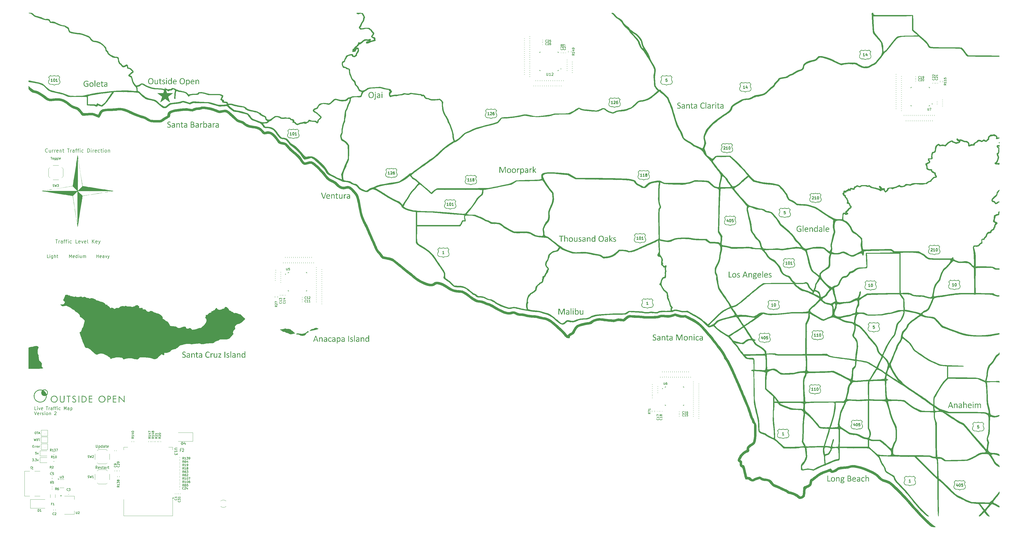
<source format=gbr>
%TF.GenerationSoftware,KiCad,Pcbnew,8.0.4*%
%TF.CreationDate,2025-01-21T20:17:25-08:00*%
%TF.ProjectId,traffic_paradise,74726166-6669-4635-9f70-617261646973,rev?*%
%TF.SameCoordinates,Original*%
%TF.FileFunction,Legend,Top*%
%TF.FilePolarity,Positive*%
%FSLAX46Y46*%
G04 Gerber Fmt 4.6, Leading zero omitted, Abs format (unit mm)*
G04 Created by KiCad (PCBNEW 8.0.4) date 2025-01-21 20:17:25*
%MOMM*%
%LPD*%
G01*
G04 APERTURE LIST*
%ADD10C,0.100000*%
%ADD11C,0.150000*%
%ADD12C,0.375000*%
%ADD13C,0.200000*%
%ADD14C,0.250000*%
%ADD15C,0.120000*%
%ADD16C,0.127000*%
%ADD17C,0.000000*%
G04 APERTURE END LIST*
D10*
X4900000Y-157600000D02*
X7300000Y-157600000D01*
X7300000Y-159800000D01*
X4900000Y-159800000D01*
X4900000Y-157600000D01*
X4900000Y-160200000D02*
X7300000Y-160200000D01*
X7300000Y-162400000D01*
X4900000Y-162400000D01*
X4900000Y-160200000D01*
X4900000Y-162800000D02*
X7300000Y-162800000D01*
X7300000Y-165000000D01*
X4900000Y-165000000D01*
X4900000Y-162800000D01*
D11*
X25879714Y-92580342D02*
X25879714Y-91380342D01*
X25879714Y-91951771D02*
X26565428Y-91951771D01*
X26565428Y-92580342D02*
X26565428Y-91380342D01*
X27594000Y-92523200D02*
X27479714Y-92580342D01*
X27479714Y-92580342D02*
X27251143Y-92580342D01*
X27251143Y-92580342D02*
X27136857Y-92523200D01*
X27136857Y-92523200D02*
X27079714Y-92408914D01*
X27079714Y-92408914D02*
X27079714Y-91951771D01*
X27079714Y-91951771D02*
X27136857Y-91837485D01*
X27136857Y-91837485D02*
X27251143Y-91780342D01*
X27251143Y-91780342D02*
X27479714Y-91780342D01*
X27479714Y-91780342D02*
X27594000Y-91837485D01*
X27594000Y-91837485D02*
X27651143Y-91951771D01*
X27651143Y-91951771D02*
X27651143Y-92066057D01*
X27651143Y-92066057D02*
X27079714Y-92180342D01*
X28679714Y-92580342D02*
X28679714Y-91951771D01*
X28679714Y-91951771D02*
X28622571Y-91837485D01*
X28622571Y-91837485D02*
X28508285Y-91780342D01*
X28508285Y-91780342D02*
X28279714Y-91780342D01*
X28279714Y-91780342D02*
X28165428Y-91837485D01*
X28679714Y-92523200D02*
X28565428Y-92580342D01*
X28565428Y-92580342D02*
X28279714Y-92580342D01*
X28279714Y-92580342D02*
X28165428Y-92523200D01*
X28165428Y-92523200D02*
X28108285Y-92408914D01*
X28108285Y-92408914D02*
X28108285Y-92294628D01*
X28108285Y-92294628D02*
X28165428Y-92180342D01*
X28165428Y-92180342D02*
X28279714Y-92123200D01*
X28279714Y-92123200D02*
X28565428Y-92123200D01*
X28565428Y-92123200D02*
X28679714Y-92066057D01*
X29136856Y-91780342D02*
X29422570Y-92580342D01*
X29422570Y-92580342D02*
X29708285Y-91780342D01*
X30051142Y-91780342D02*
X30336856Y-92580342D01*
X30622571Y-91780342D02*
X30336856Y-92580342D01*
X30336856Y-92580342D02*
X30222571Y-92866057D01*
X30222571Y-92866057D02*
X30165428Y-92923200D01*
X30165428Y-92923200D02*
X30051142Y-92980342D01*
D12*
G36*
X246238660Y-35665291D02*
G01*
X246229187Y-35787646D01*
X246197798Y-35906791D01*
X246181263Y-35946170D01*
X246117525Y-36053047D01*
X246033930Y-36143556D01*
X246021284Y-36154387D01*
X245917770Y-36225272D01*
X245798424Y-36277642D01*
X245781315Y-36283225D01*
X245656360Y-36312861D01*
X245532795Y-36325520D01*
X245483339Y-36326578D01*
X245356458Y-36320336D01*
X245276343Y-36308871D01*
X245154892Y-36281610D01*
X245105983Y-36266739D01*
X244990521Y-36220360D01*
X244980809Y-36215448D01*
X244910589Y-36169652D01*
X244881280Y-36118361D01*
X244872121Y-36031045D01*
X244875174Y-35966320D01*
X244885554Y-35924799D01*
X244902651Y-35902817D01*
X244927076Y-35896711D01*
X244994853Y-35924188D01*
X245102954Y-35982010D01*
X245107205Y-35984028D01*
X245226159Y-36030167D01*
X245272679Y-36044478D01*
X245398517Y-36067930D01*
X245496772Y-36072566D01*
X245621634Y-36060444D01*
X245673237Y-36046920D01*
X245784432Y-35992851D01*
X245810624Y-35973037D01*
X245888355Y-35877451D01*
X245898551Y-35856411D01*
X245928202Y-35736093D01*
X245929692Y-35698264D01*
X245907612Y-35575845D01*
X245886950Y-35535842D01*
X245803021Y-35440375D01*
X245773377Y-35417384D01*
X245667301Y-35351188D01*
X245612787Y-35323961D01*
X245498680Y-35270056D01*
X245428384Y-35237255D01*
X245317932Y-35181094D01*
X245244591Y-35138948D01*
X245140311Y-35064387D01*
X245084612Y-35012552D01*
X245007094Y-34911945D01*
X244970429Y-34842192D01*
X244935374Y-34719918D01*
X244927076Y-34607719D01*
X244938211Y-34482765D01*
X244974638Y-34364270D01*
X244977756Y-34357370D01*
X245042633Y-34250759D01*
X245118196Y-34173578D01*
X245223864Y-34104423D01*
X245333129Y-34060005D01*
X245454201Y-34031955D01*
X245583860Y-34021079D01*
X245601796Y-34020926D01*
X245726909Y-34029185D01*
X245750174Y-34032527D01*
X245870393Y-34057160D01*
X245891224Y-34063058D01*
X246008461Y-34105800D01*
X246076238Y-34143658D01*
X246097609Y-34167472D01*
X246106769Y-34191896D01*
X246111653Y-34227922D01*
X246113485Y-34282266D01*
X246111043Y-34338442D01*
X246103105Y-34379352D01*
X246088450Y-34403777D01*
X246067079Y-34411714D01*
X246007850Y-34389733D01*
X245908932Y-34339663D01*
X245790589Y-34294249D01*
X245770935Y-34288372D01*
X245645856Y-34267004D01*
X245591416Y-34265169D01*
X245465593Y-34279594D01*
X245429605Y-34290814D01*
X245322308Y-34352781D01*
X245316643Y-34357981D01*
X245249476Y-34458121D01*
X245227494Y-34580242D01*
X245249575Y-34701289D01*
X245270237Y-34741442D01*
X245350722Y-34833606D01*
X245384420Y-34860511D01*
X245491887Y-34927835D01*
X245546842Y-34955765D01*
X245661760Y-35010434D01*
X245731856Y-35043693D01*
X245842954Y-35098913D01*
X245917480Y-35140169D01*
X246018926Y-35209415D01*
X246079902Y-35264733D01*
X246158231Y-35364815D01*
X246194696Y-35434481D01*
X246230245Y-35555596D01*
X246238660Y-35665291D01*
G37*
G36*
X247301897Y-34613357D02*
G01*
X247428103Y-34636093D01*
X247458042Y-34644966D01*
X247569377Y-34695185D01*
X247646720Y-34756097D01*
X247718289Y-34855594D01*
X247751133Y-34938058D01*
X247776861Y-35063230D01*
X247784106Y-35190849D01*
X247784106Y-36235598D01*
X247770062Y-36266739D01*
X247732205Y-36282615D01*
X247662595Y-36287500D01*
X247590544Y-36282615D01*
X247552076Y-36266739D01*
X247540474Y-36235598D01*
X247540474Y-36081114D01*
X247447342Y-36168503D01*
X247345328Y-36240464D01*
X247314549Y-36258190D01*
X247194551Y-36307277D01*
X247068112Y-36326311D01*
X247050767Y-36326578D01*
X246928038Y-36317445D01*
X246830338Y-36294216D01*
X246718139Y-36242315D01*
X246661810Y-36200183D01*
X246580817Y-36102397D01*
X246553733Y-36049363D01*
X246520674Y-35927623D01*
X246515265Y-35845420D01*
X246515850Y-35839924D01*
X246805303Y-35839924D01*
X246832211Y-35965038D01*
X246881629Y-36031045D01*
X246993792Y-36090185D01*
X247095341Y-36101875D01*
X247222222Y-36082071D01*
X247302337Y-36045699D01*
X247406303Y-35968475D01*
X247496062Y-35879517D01*
X247502616Y-35872287D01*
X247502616Y-35545001D01*
X247260205Y-35545001D01*
X247132475Y-35552105D01*
X247057484Y-35565151D01*
X246941430Y-35607235D01*
X246915212Y-35623159D01*
X246831559Y-35715971D01*
X246805329Y-35835552D01*
X246805303Y-35839924D01*
X246515850Y-35839924D01*
X246528545Y-35720551D01*
X246568387Y-35613389D01*
X246642834Y-35513419D01*
X246721039Y-35450357D01*
X246831712Y-35393265D01*
X246955709Y-35354715D01*
X246964672Y-35352660D01*
X247088096Y-35331707D01*
X247212403Y-35321846D01*
X247289515Y-35320298D01*
X247502616Y-35320298D01*
X247502616Y-35201229D01*
X247491063Y-35076141D01*
X247483688Y-35045525D01*
X247425237Y-34935371D01*
X247422627Y-34932562D01*
X247317502Y-34866219D01*
X247313328Y-34864785D01*
X247190327Y-34842692D01*
X247149075Y-34841582D01*
X247026142Y-34851123D01*
X246960397Y-34866006D01*
X246842942Y-34907151D01*
X246814462Y-34919740D01*
X246710048Y-34973473D01*
X246647156Y-34997897D01*
X246623342Y-34991181D01*
X246605024Y-34969809D01*
X246594033Y-34933784D01*
X246590980Y-34884935D01*
X246596475Y-34815326D01*
X246625785Y-34767088D01*
X246705774Y-34715186D01*
X246822741Y-34667182D01*
X246836444Y-34662674D01*
X246954825Y-34631190D01*
X246997644Y-34622984D01*
X247119122Y-34608659D01*
X247174720Y-34607109D01*
X247301897Y-34613357D01*
G37*
G36*
X249626308Y-36234377D02*
G01*
X249619591Y-36257580D01*
X249596999Y-36274066D01*
X249554256Y-36284446D01*
X249485258Y-36287500D01*
X249415038Y-36284446D01*
X249371685Y-36274066D01*
X249349703Y-36257580D01*
X249342986Y-36233766D01*
X249342986Y-35325183D01*
X249337127Y-35199048D01*
X249322226Y-35112081D01*
X249275994Y-34995028D01*
X249261775Y-34972252D01*
X249171387Y-34888573D01*
X249159804Y-34882493D01*
X249040358Y-34852112D01*
X249015090Y-34851352D01*
X248895070Y-34875308D01*
X248801988Y-34927067D01*
X248706920Y-35006875D01*
X248622083Y-35096863D01*
X248578506Y-35149328D01*
X248578506Y-36233766D01*
X248571789Y-36257580D01*
X248549197Y-36274066D01*
X248506454Y-36284446D01*
X248436235Y-36287500D01*
X248367236Y-36284446D01*
X248323272Y-36274066D01*
X248301290Y-36257580D01*
X248295184Y-36234377D01*
X248295184Y-34699310D01*
X248300069Y-34676107D01*
X248320830Y-34659010D01*
X248360519Y-34648630D01*
X248424023Y-34646188D01*
X248486915Y-34648630D01*
X248525383Y-34659010D01*
X248544923Y-34676107D01*
X248551029Y-34699310D01*
X248551029Y-34902032D01*
X248640720Y-34806752D01*
X248738236Y-34724864D01*
X248811147Y-34678550D01*
X248925300Y-34629713D01*
X249048384Y-34607737D01*
X249073098Y-34607109D01*
X249199222Y-34617160D01*
X249319893Y-34653262D01*
X249333217Y-34659621D01*
X249439305Y-34729903D01*
X249504187Y-34800061D01*
X249565903Y-34908446D01*
X249597609Y-35005835D01*
X249618208Y-35126782D01*
X249626056Y-35258549D01*
X249626308Y-35289157D01*
X249626308Y-36234377D01*
G37*
G36*
X250904309Y-36139733D02*
G01*
X250896981Y-36219112D01*
X250876221Y-36262465D01*
X250835310Y-36288110D01*
X250772418Y-36308260D01*
X250697923Y-36321083D01*
X250619155Y-36326578D01*
X250494649Y-36316339D01*
X250412770Y-36294216D01*
X250305657Y-36231224D01*
X250272330Y-36197130D01*
X250210909Y-36090843D01*
X250192341Y-36031655D01*
X250172098Y-35907793D01*
X250167306Y-35795961D01*
X250167306Y-34880661D01*
X249951151Y-34880661D01*
X249909630Y-34853183D01*
X249894364Y-34764035D01*
X249898639Y-34709691D01*
X249909630Y-34673054D01*
X249927337Y-34652294D01*
X249952372Y-34646188D01*
X250167306Y-34646188D01*
X250167306Y-34272496D01*
X250173412Y-34249904D01*
X250195394Y-34230975D01*
X250239357Y-34219984D01*
X250308356Y-34216320D01*
X250378576Y-34219984D01*
X250421318Y-34230975D01*
X250443911Y-34249904D01*
X250450628Y-34272496D01*
X250450628Y-34646188D01*
X250847522Y-34646188D01*
X250871336Y-34652294D01*
X250889043Y-34673054D01*
X250900645Y-34709691D01*
X250904309Y-34764035D01*
X250888433Y-34853183D01*
X250847522Y-34880661D01*
X250450628Y-34880661D01*
X250450628Y-35755050D01*
X250459627Y-35881558D01*
X250497644Y-35999904D01*
X250598053Y-36074286D01*
X250666782Y-36082336D01*
X250737002Y-36075008D01*
X250791957Y-36058522D01*
X250833478Y-36042035D01*
X250864619Y-36034098D01*
X250880495Y-36038982D01*
X250892707Y-36055469D01*
X250900645Y-36087831D01*
X250904309Y-36139733D01*
G37*
G36*
X251910760Y-34613357D02*
G01*
X252036966Y-34636093D01*
X252066905Y-34644966D01*
X252178240Y-34695185D01*
X252255582Y-34756097D01*
X252327151Y-34855594D01*
X252359996Y-34938058D01*
X252385724Y-35063230D01*
X252392969Y-35190849D01*
X252392969Y-36235598D01*
X252378925Y-36266739D01*
X252341067Y-36282615D01*
X252271458Y-36287500D01*
X252199406Y-36282615D01*
X252160938Y-36266739D01*
X252149337Y-36235598D01*
X252149337Y-36081114D01*
X252056205Y-36168503D01*
X251954190Y-36240464D01*
X251923412Y-36258190D01*
X251803413Y-36307277D01*
X251676975Y-36326311D01*
X251659630Y-36326578D01*
X251536901Y-36317445D01*
X251439200Y-36294216D01*
X251327001Y-36242315D01*
X251270673Y-36200183D01*
X251189679Y-36102397D01*
X251162595Y-36049363D01*
X251129537Y-35927623D01*
X251124127Y-35845420D01*
X251124712Y-35839924D01*
X251414166Y-35839924D01*
X251441073Y-35965038D01*
X251490491Y-36031045D01*
X251602655Y-36090185D01*
X251704204Y-36101875D01*
X251831084Y-36082071D01*
X251911200Y-36045699D01*
X252015165Y-35968475D01*
X252104924Y-35879517D01*
X252111479Y-35872287D01*
X252111479Y-35545001D01*
X251869068Y-35545001D01*
X251741338Y-35552105D01*
X251666346Y-35565151D01*
X251550292Y-35607235D01*
X251524075Y-35623159D01*
X251440422Y-35715971D01*
X251414191Y-35835552D01*
X251414166Y-35839924D01*
X251124712Y-35839924D01*
X251137408Y-35720551D01*
X251177250Y-35613389D01*
X251251696Y-35513419D01*
X251329902Y-35450357D01*
X251440574Y-35393265D01*
X251564571Y-35354715D01*
X251573534Y-35352660D01*
X251696959Y-35331707D01*
X251821265Y-35321846D01*
X251898377Y-35320298D01*
X252111479Y-35320298D01*
X252111479Y-35201229D01*
X252099926Y-35076141D01*
X252092550Y-35045525D01*
X252034100Y-34935371D01*
X252031489Y-34932562D01*
X251926364Y-34866219D01*
X251922191Y-34864785D01*
X251799190Y-34842692D01*
X251757937Y-34841582D01*
X251635005Y-34851123D01*
X251569260Y-34866006D01*
X251451804Y-34907151D01*
X251423325Y-34919740D01*
X251318911Y-34973473D01*
X251256018Y-34997897D01*
X251232205Y-34991181D01*
X251213886Y-34969809D01*
X251202896Y-34933784D01*
X251199842Y-34884935D01*
X251205338Y-34815326D01*
X251234647Y-34767088D01*
X251314637Y-34715186D01*
X251431604Y-34667182D01*
X251445307Y-34662674D01*
X251563688Y-34631190D01*
X251606507Y-34622984D01*
X251727984Y-34608659D01*
X251783583Y-34607109D01*
X251910760Y-34613357D01*
G37*
G36*
X255212142Y-35998072D02*
G01*
X255210310Y-36046310D01*
X255204204Y-36082336D01*
X255193213Y-36109813D01*
X255168789Y-36137901D01*
X255096737Y-36186749D01*
X254984874Y-36241521D01*
X254959961Y-36251474D01*
X254842853Y-36288677D01*
X254773115Y-36304596D01*
X254648094Y-36322371D01*
X254542306Y-36326578D01*
X254411264Y-36319482D01*
X254288331Y-36298195D01*
X254162472Y-36258387D01*
X254151517Y-36253916D01*
X254037865Y-36195388D01*
X253936190Y-36120553D01*
X253854152Y-36038372D01*
X253776483Y-35932276D01*
X253717522Y-35822176D01*
X253669651Y-35699076D01*
X253665474Y-35686051D01*
X253633596Y-35562924D01*
X253612151Y-35429847D01*
X253601847Y-35303203D01*
X253599528Y-35203061D01*
X253603955Y-35067010D01*
X253617236Y-34938516D01*
X253639371Y-34817577D01*
X253670359Y-34704195D01*
X253715085Y-34586204D01*
X253775430Y-34467565D01*
X253846985Y-34362044D01*
X253870638Y-34332946D01*
X253956111Y-34244957D01*
X254061564Y-34164422D01*
X254178995Y-34100915D01*
X254294950Y-34058733D01*
X254418419Y-34032174D01*
X254549402Y-34021238D01*
X254576500Y-34020926D01*
X254700758Y-34029341D01*
X254763956Y-34040465D01*
X254882416Y-34071687D01*
X254931873Y-34089314D01*
X255046197Y-34143391D01*
X255069260Y-34157702D01*
X255152913Y-34221205D01*
X255182833Y-34257841D01*
X255193824Y-34286540D01*
X255200540Y-34325008D01*
X255203593Y-34378131D01*
X255199930Y-34437360D01*
X255189549Y-34477660D01*
X255173063Y-34502084D01*
X255150471Y-34509412D01*
X255083304Y-34472775D01*
X254984771Y-34400354D01*
X254972173Y-34392175D01*
X254859602Y-34332762D01*
X254807309Y-34311575D01*
X254686216Y-34281951D01*
X254574668Y-34274938D01*
X254450514Y-34286509D01*
X254328906Y-34324585D01*
X254306001Y-34335389D01*
X254200304Y-34404100D01*
X254109903Y-34498034D01*
X254099005Y-34512465D01*
X254031452Y-34624447D01*
X253981701Y-34746220D01*
X253965893Y-34797618D01*
X253939124Y-34919181D01*
X253923467Y-35052144D01*
X253918876Y-35182911D01*
X253923289Y-35312355D01*
X253938336Y-35443448D01*
X253964061Y-35562709D01*
X254003903Y-35678801D01*
X254064277Y-35795140D01*
X254094731Y-35838703D01*
X254182753Y-35930509D01*
X254287680Y-35998701D01*
X254302948Y-36006010D01*
X254426265Y-36046769D01*
X254554192Y-36062297D01*
X254583217Y-36062796D01*
X254707170Y-36055316D01*
X254814026Y-36032876D01*
X254931234Y-35989913D01*
X254982554Y-35965099D01*
X255088159Y-35903607D01*
X255096737Y-35897932D01*
X255167568Y-35867402D01*
X255187718Y-35872897D01*
X255201151Y-35892437D01*
X255209089Y-35932737D01*
X255212142Y-35998072D01*
G37*
G36*
X255844731Y-36234377D02*
G01*
X255838014Y-36258190D01*
X255815422Y-36274066D01*
X255772679Y-36284446D01*
X255702459Y-36287500D01*
X255633461Y-36284446D01*
X255589497Y-36274066D01*
X255567515Y-36258190D01*
X255561409Y-36234377D01*
X255561409Y-33958033D01*
X255567515Y-33934220D01*
X255589497Y-33917123D01*
X255633461Y-33907353D01*
X255702459Y-33903689D01*
X255772679Y-33907353D01*
X255815422Y-33917123D01*
X255838014Y-33934220D01*
X255844731Y-33958033D01*
X255844731Y-36234377D01*
G37*
G36*
X257044744Y-34613357D02*
G01*
X257170950Y-34636093D01*
X257200889Y-34644966D01*
X257312224Y-34695185D01*
X257389567Y-34756097D01*
X257461136Y-34855594D01*
X257493981Y-34938058D01*
X257519708Y-35063230D01*
X257526953Y-35190849D01*
X257526953Y-36235598D01*
X257512909Y-36266739D01*
X257475052Y-36282615D01*
X257405443Y-36287500D01*
X257333391Y-36282615D01*
X257294923Y-36266739D01*
X257283321Y-36235598D01*
X257283321Y-36081114D01*
X257190189Y-36168503D01*
X257088175Y-36240464D01*
X257057397Y-36258190D01*
X256937398Y-36307277D01*
X256810959Y-36326311D01*
X256793614Y-36326578D01*
X256670885Y-36317445D01*
X256573185Y-36294216D01*
X256460986Y-36242315D01*
X256404658Y-36200183D01*
X256323664Y-36102397D01*
X256296580Y-36049363D01*
X256263521Y-35927623D01*
X256258112Y-35845420D01*
X256258697Y-35839924D01*
X256548150Y-35839924D01*
X256575058Y-35965038D01*
X256624476Y-36031045D01*
X256736639Y-36090185D01*
X256838189Y-36101875D01*
X256965069Y-36082071D01*
X257045184Y-36045699D01*
X257149150Y-35968475D01*
X257238909Y-35879517D01*
X257245464Y-35872287D01*
X257245464Y-35545001D01*
X257003053Y-35545001D01*
X256875322Y-35552105D01*
X256800331Y-35565151D01*
X256684277Y-35607235D01*
X256658060Y-35623159D01*
X256574406Y-35715971D01*
X256548176Y-35835552D01*
X256548150Y-35839924D01*
X256258697Y-35839924D01*
X256271393Y-35720551D01*
X256311235Y-35613389D01*
X256385681Y-35513419D01*
X256463886Y-35450357D01*
X256574559Y-35393265D01*
X256698556Y-35354715D01*
X256707519Y-35352660D01*
X256830944Y-35331707D01*
X256955250Y-35321846D01*
X257032362Y-35320298D01*
X257245464Y-35320298D01*
X257245464Y-35201229D01*
X257233910Y-35076141D01*
X257226535Y-35045525D01*
X257168085Y-34935371D01*
X257165474Y-34932562D01*
X257060349Y-34866219D01*
X257056175Y-34864785D01*
X256933174Y-34842692D01*
X256891922Y-34841582D01*
X256768990Y-34851123D01*
X256703244Y-34866006D01*
X256585789Y-34907151D01*
X256557309Y-34919740D01*
X256452896Y-34973473D01*
X256390003Y-34997897D01*
X256366189Y-34991181D01*
X256347871Y-34969809D01*
X256336880Y-34933784D01*
X256333827Y-34884935D01*
X256339323Y-34815326D01*
X256368632Y-34767088D01*
X256448621Y-34715186D01*
X256565588Y-34667182D01*
X256579291Y-34662674D01*
X256697673Y-34631190D01*
X256740491Y-34622984D01*
X256861969Y-34608659D01*
X256917568Y-34607109D01*
X257044744Y-34613357D01*
G37*
G36*
X258941730Y-34782964D02*
G01*
X258939898Y-34845856D01*
X258932571Y-34885546D01*
X258919748Y-34907527D01*
X258898377Y-34915465D01*
X258864794Y-34907527D01*
X258820219Y-34892262D01*
X258764654Y-34877608D01*
X258697487Y-34870891D01*
X258613224Y-34889209D01*
X258526517Y-34948438D01*
X258443704Y-35041069D01*
X258431263Y-35057737D01*
X258361614Y-35160106D01*
X258321353Y-35224433D01*
X258321353Y-36234377D01*
X258314637Y-36257580D01*
X258292044Y-36274066D01*
X258249302Y-36284446D01*
X258179082Y-36287500D01*
X258110083Y-36284446D01*
X258066120Y-36274066D01*
X258044138Y-36257580D01*
X258038032Y-36234377D01*
X258038032Y-34699310D01*
X258042916Y-34676107D01*
X258063677Y-34659010D01*
X258103367Y-34648630D01*
X258166870Y-34646188D01*
X258229762Y-34648630D01*
X258268230Y-34659010D01*
X258287770Y-34676107D01*
X258293876Y-34699310D01*
X258293876Y-34922793D01*
X258366488Y-34820418D01*
X258412944Y-34765256D01*
X258502959Y-34680908D01*
X258518579Y-34669391D01*
X258617498Y-34620542D01*
X258716416Y-34607109D01*
X258767096Y-34609551D01*
X258826325Y-34618710D01*
X258881891Y-34633975D01*
X258917306Y-34651072D01*
X258930739Y-34667559D01*
X258936845Y-34687098D01*
X258940509Y-34721292D01*
X258941730Y-34782964D01*
G37*
G36*
X259540125Y-36234377D02*
G01*
X259533408Y-36257580D01*
X259510816Y-36274066D01*
X259468073Y-36284446D01*
X259397854Y-36287500D01*
X259328855Y-36284446D01*
X259284891Y-36274066D01*
X259262909Y-36257580D01*
X259256803Y-36234377D01*
X259256803Y-34699310D01*
X259262909Y-34677329D01*
X259284891Y-34660232D01*
X259328855Y-34649851D01*
X259397854Y-34646188D01*
X259468073Y-34649851D01*
X259510816Y-34660232D01*
X259533408Y-34677329D01*
X259540125Y-34699310D01*
X259540125Y-36234377D01*
G37*
G36*
X259573098Y-34160755D02*
G01*
X259548106Y-34281560D01*
X259535240Y-34297531D01*
X259414469Y-34333240D01*
X259396022Y-34333557D01*
X259275403Y-34310177D01*
X259259246Y-34298142D01*
X259222753Y-34176461D01*
X259222609Y-34164419D01*
X259247601Y-34044017D01*
X259260467Y-34028253D01*
X259381238Y-33991939D01*
X259399685Y-33991617D01*
X259519901Y-34014996D01*
X259535851Y-34027032D01*
X259572952Y-34148712D01*
X259573098Y-34160755D01*
G37*
G36*
X260862090Y-36139733D02*
G01*
X260854762Y-36219112D01*
X260834002Y-36262465D01*
X260793091Y-36288110D01*
X260730198Y-36308260D01*
X260655704Y-36321083D01*
X260576936Y-36326578D01*
X260452429Y-36316339D01*
X260370551Y-36294216D01*
X260263438Y-36231224D01*
X260230111Y-36197130D01*
X260168690Y-36090843D01*
X260150122Y-36031655D01*
X260129879Y-35907793D01*
X260125087Y-35795961D01*
X260125087Y-34880661D01*
X259908932Y-34880661D01*
X259867411Y-34853183D01*
X259852145Y-34764035D01*
X259856420Y-34709691D01*
X259867411Y-34673054D01*
X259885118Y-34652294D01*
X259910153Y-34646188D01*
X260125087Y-34646188D01*
X260125087Y-34272496D01*
X260131193Y-34249904D01*
X260153175Y-34230975D01*
X260197138Y-34219984D01*
X260266137Y-34216320D01*
X260336357Y-34219984D01*
X260379099Y-34230975D01*
X260401692Y-34249904D01*
X260408408Y-34272496D01*
X260408408Y-34646188D01*
X260805303Y-34646188D01*
X260829117Y-34652294D01*
X260846824Y-34673054D01*
X260858426Y-34709691D01*
X260862090Y-34764035D01*
X260846214Y-34853183D01*
X260805303Y-34880661D01*
X260408408Y-34880661D01*
X260408408Y-35755050D01*
X260417408Y-35881558D01*
X260455425Y-35999904D01*
X260555834Y-36074286D01*
X260624563Y-36082336D01*
X260694783Y-36075008D01*
X260749738Y-36058522D01*
X260791259Y-36042035D01*
X260822400Y-36034098D01*
X260838276Y-36038982D01*
X260850488Y-36055469D01*
X260858426Y-36087831D01*
X260862090Y-36139733D01*
G37*
G36*
X261868541Y-34613357D02*
G01*
X261994747Y-34636093D01*
X262024685Y-34644966D01*
X262136020Y-34695185D01*
X262213363Y-34756097D01*
X262284932Y-34855594D01*
X262317777Y-34938058D01*
X262343505Y-35063230D01*
X262350750Y-35190849D01*
X262350750Y-36235598D01*
X262336706Y-36266739D01*
X262298848Y-36282615D01*
X262229239Y-36287500D01*
X262157187Y-36282615D01*
X262118719Y-36266739D01*
X262107117Y-36235598D01*
X262107117Y-36081114D01*
X262013986Y-36168503D01*
X261911971Y-36240464D01*
X261881193Y-36258190D01*
X261761194Y-36307277D01*
X261634756Y-36326311D01*
X261617411Y-36326578D01*
X261494681Y-36317445D01*
X261396981Y-36294216D01*
X261284782Y-36242315D01*
X261228454Y-36200183D01*
X261147460Y-36102397D01*
X261120376Y-36049363D01*
X261087318Y-35927623D01*
X261081908Y-35845420D01*
X261082493Y-35839924D01*
X261371946Y-35839924D01*
X261398854Y-35965038D01*
X261448272Y-36031045D01*
X261560436Y-36090185D01*
X261661985Y-36101875D01*
X261788865Y-36082071D01*
X261868981Y-36045699D01*
X261972946Y-35968475D01*
X262062705Y-35879517D01*
X262069260Y-35872287D01*
X262069260Y-35545001D01*
X261826849Y-35545001D01*
X261699119Y-35552105D01*
X261624127Y-35565151D01*
X261508073Y-35607235D01*
X261481856Y-35623159D01*
X261398203Y-35715971D01*
X261371972Y-35835552D01*
X261371946Y-35839924D01*
X261082493Y-35839924D01*
X261095189Y-35720551D01*
X261135031Y-35613389D01*
X261209477Y-35513419D01*
X261287683Y-35450357D01*
X261398355Y-35393265D01*
X261522352Y-35354715D01*
X261531315Y-35352660D01*
X261654740Y-35331707D01*
X261779046Y-35321846D01*
X261856158Y-35320298D01*
X262069260Y-35320298D01*
X262069260Y-35201229D01*
X262057707Y-35076141D01*
X262050331Y-35045525D01*
X261991881Y-34935371D01*
X261989270Y-34932562D01*
X261884145Y-34866219D01*
X261879972Y-34864785D01*
X261756971Y-34842692D01*
X261715718Y-34841582D01*
X261592786Y-34851123D01*
X261527041Y-34866006D01*
X261409585Y-34907151D01*
X261381106Y-34919740D01*
X261276692Y-34973473D01*
X261213799Y-34997897D01*
X261189986Y-34991181D01*
X261171667Y-34969809D01*
X261160676Y-34933784D01*
X261157623Y-34884935D01*
X261163119Y-34815326D01*
X261192428Y-34767088D01*
X261272418Y-34715186D01*
X261389385Y-34667182D01*
X261403087Y-34662674D01*
X261521469Y-34631190D01*
X261564288Y-34622984D01*
X261685765Y-34608659D01*
X261741364Y-34607109D01*
X261868541Y-34613357D01*
G37*
G36*
X111693736Y-70225828D02*
G01*
X111674197Y-70256969D01*
X111641224Y-70275898D01*
X111586270Y-70285057D01*
X111503227Y-70287500D01*
X111436671Y-70286889D01*
X111387822Y-70282615D01*
X111352407Y-70274677D01*
X111327983Y-70263686D01*
X111311496Y-70247810D01*
X111300505Y-70224607D01*
X110573883Y-68174188D01*
X110559228Y-68113738D01*
X110573883Y-68078934D01*
X110623342Y-68063668D01*
X110716154Y-68060005D01*
X110792480Y-68062447D01*
X110836444Y-68072217D01*
X110859647Y-68089924D01*
X110874302Y-68118012D01*
X111511775Y-69975479D01*
X111512997Y-69975479D01*
X112133374Y-68121676D01*
X112144975Y-68091146D01*
X112169399Y-68072217D01*
X112217027Y-68062447D01*
X112300069Y-68060005D01*
X112383722Y-68064279D01*
X112425854Y-68080765D01*
X112434403Y-68115570D01*
X112418527Y-68176020D01*
X111693736Y-70225828D01*
G37*
G36*
X113340534Y-68615266D02*
G01*
X113462851Y-68642514D01*
X113521284Y-68665116D01*
X113631434Y-68728219D01*
X113726746Y-68814754D01*
X113731943Y-68820821D01*
X113803384Y-68927067D01*
X113850396Y-69042200D01*
X113852843Y-69050409D01*
X113880455Y-69178082D01*
X113890973Y-69304507D01*
X113891311Y-69332510D01*
X113891311Y-69383190D01*
X113857728Y-69477834D01*
X113781402Y-69505922D01*
X112768405Y-69505922D01*
X112774816Y-69633539D01*
X112794050Y-69747723D01*
X112836559Y-69864792D01*
X112879535Y-69932737D01*
X112974128Y-70018464D01*
X113035851Y-70051195D01*
X113157910Y-70084275D01*
X113271545Y-70092105D01*
X113399391Y-70085188D01*
X113466939Y-70074398D01*
X113587302Y-70043167D01*
X113615928Y-70033487D01*
X113719120Y-69993187D01*
X113780181Y-69974869D01*
X113800942Y-69980975D01*
X113815596Y-69999293D01*
X113823534Y-70033487D01*
X113825976Y-70086610D01*
X113824145Y-70126299D01*
X113819870Y-70156219D01*
X113811322Y-70179422D01*
X113796057Y-70199572D01*
X113740491Y-70231324D01*
X113624793Y-70272157D01*
X113620202Y-70273456D01*
X113496325Y-70301620D01*
X113449232Y-70310092D01*
X113322865Y-70324260D01*
X113242236Y-70326578D01*
X113116817Y-70320229D01*
X112992668Y-70298820D01*
X112908234Y-70272845D01*
X112791443Y-70215476D01*
X112692184Y-70138473D01*
X112667044Y-70112866D01*
X112590675Y-70009616D01*
X112536087Y-69895323D01*
X112519277Y-69846641D01*
X112489138Y-69719358D01*
X112473730Y-69589859D01*
X112469818Y-69474781D01*
X112475879Y-69341084D01*
X112484655Y-69281219D01*
X112768405Y-69281219D01*
X113606158Y-69281219D01*
X113598919Y-69158764D01*
X113562053Y-69035116D01*
X113507850Y-68951491D01*
X113406882Y-68874004D01*
X113284165Y-68837539D01*
X113199494Y-68831812D01*
X113072957Y-68847853D01*
X113015701Y-68869059D01*
X112911630Y-68938668D01*
X112883199Y-68967978D01*
X112816910Y-69071246D01*
X112800767Y-69110860D01*
X112772446Y-69231701D01*
X112768405Y-69281219D01*
X112484655Y-69281219D01*
X112494061Y-69217055D01*
X112521109Y-69112691D01*
X112566017Y-68998661D01*
X112629203Y-68890631D01*
X112669487Y-68839139D01*
X112762151Y-68750883D01*
X112870243Y-68682729D01*
X112903960Y-68666948D01*
X113021028Y-68628204D01*
X113148980Y-68609212D01*
X113211706Y-68607109D01*
X113340534Y-68615266D01*
G37*
G36*
X115644975Y-70234377D02*
G01*
X115638258Y-70257580D01*
X115615666Y-70274066D01*
X115572923Y-70284446D01*
X115503925Y-70287500D01*
X115433705Y-70284446D01*
X115390352Y-70274066D01*
X115368370Y-70257580D01*
X115361653Y-70233766D01*
X115361653Y-69325183D01*
X115355794Y-69199048D01*
X115340893Y-69112081D01*
X115294661Y-68995028D01*
X115280443Y-68972252D01*
X115190054Y-68888573D01*
X115178471Y-68882493D01*
X115059025Y-68852112D01*
X115033757Y-68851352D01*
X114913737Y-68875308D01*
X114820655Y-68927067D01*
X114725587Y-69006875D01*
X114640751Y-69096863D01*
X114597173Y-69149328D01*
X114597173Y-70233766D01*
X114590457Y-70257580D01*
X114567864Y-70274066D01*
X114525122Y-70284446D01*
X114454902Y-70287500D01*
X114385903Y-70284446D01*
X114341939Y-70274066D01*
X114319958Y-70257580D01*
X114313852Y-70234377D01*
X114313852Y-68699310D01*
X114318736Y-68676107D01*
X114339497Y-68659010D01*
X114379187Y-68648630D01*
X114442690Y-68646188D01*
X114505582Y-68648630D01*
X114544050Y-68659010D01*
X114563590Y-68676107D01*
X114569696Y-68699310D01*
X114569696Y-68902032D01*
X114659387Y-68806752D01*
X114756903Y-68724864D01*
X114829815Y-68678550D01*
X114943967Y-68629713D01*
X115067052Y-68607737D01*
X115091765Y-68607109D01*
X115217889Y-68617160D01*
X115338560Y-68653262D01*
X115351884Y-68659621D01*
X115457972Y-68729903D01*
X115522854Y-68800061D01*
X115584570Y-68908446D01*
X115616277Y-69005835D01*
X115636876Y-69126782D01*
X115644723Y-69258549D01*
X115644975Y-69289157D01*
X115644975Y-70234377D01*
G37*
G36*
X116922976Y-70139733D02*
G01*
X116915648Y-70219112D01*
X116894888Y-70262465D01*
X116853977Y-70288110D01*
X116791085Y-70308260D01*
X116716591Y-70321083D01*
X116637822Y-70326578D01*
X116513316Y-70316339D01*
X116431437Y-70294216D01*
X116324324Y-70231224D01*
X116290997Y-70197130D01*
X116229577Y-70090843D01*
X116211008Y-70031655D01*
X116190765Y-69907793D01*
X116185973Y-69795961D01*
X116185973Y-68880661D01*
X115969818Y-68880661D01*
X115928297Y-68853183D01*
X115913032Y-68764035D01*
X115917306Y-68709691D01*
X115928297Y-68673054D01*
X115946004Y-68652294D01*
X115971039Y-68646188D01*
X116185973Y-68646188D01*
X116185973Y-68272496D01*
X116192079Y-68249904D01*
X116214061Y-68230975D01*
X116258025Y-68219984D01*
X116327023Y-68216320D01*
X116397243Y-68219984D01*
X116439986Y-68230975D01*
X116462578Y-68249904D01*
X116469295Y-68272496D01*
X116469295Y-68646188D01*
X116866189Y-68646188D01*
X116890003Y-68652294D01*
X116907711Y-68673054D01*
X116919312Y-68709691D01*
X116922976Y-68764035D01*
X116907100Y-68853183D01*
X116866189Y-68880661D01*
X116469295Y-68880661D01*
X116469295Y-69755050D01*
X116478294Y-69881558D01*
X116516311Y-69999904D01*
X116616721Y-70074286D01*
X116685450Y-70082336D01*
X116755669Y-70075008D01*
X116810624Y-70058522D01*
X116852145Y-70042035D01*
X116883286Y-70034098D01*
X116899162Y-70038982D01*
X116911374Y-70055469D01*
X116919312Y-70087831D01*
X116922976Y-70139733D01*
G37*
G36*
X118615579Y-70234377D02*
G01*
X118609473Y-70257580D01*
X118587491Y-70274066D01*
X118547191Y-70284446D01*
X118486741Y-70287500D01*
X118422016Y-70284446D01*
X118382937Y-70274066D01*
X118362787Y-70257580D01*
X118357903Y-70234377D01*
X118357903Y-70031655D01*
X118267240Y-70127630D01*
X118169324Y-70209948D01*
X118096563Y-70256359D01*
X117983245Y-70304360D01*
X117860536Y-70325961D01*
X117835833Y-70326578D01*
X117710010Y-70316761D01*
X117589110Y-70281498D01*
X117575715Y-70275287D01*
X117469627Y-70205306D01*
X117404745Y-70134848D01*
X117342835Y-70025475D01*
X117310711Y-69927852D01*
X117290551Y-69805796D01*
X117283062Y-69682216D01*
X117282623Y-69640867D01*
X117282623Y-68699310D01*
X117288729Y-68676718D01*
X117311933Y-68659010D01*
X117356507Y-68648630D01*
X117425505Y-68646188D01*
X117493893Y-68648630D01*
X117537857Y-68659010D01*
X117561060Y-68676718D01*
X117567777Y-68699921D01*
X117567777Y-69603009D01*
X117572662Y-69725588D01*
X117587316Y-69820996D01*
X117633362Y-69938235D01*
X117647766Y-69960825D01*
X117738362Y-70044400D01*
X117749738Y-70050584D01*
X117869184Y-70081560D01*
X117894452Y-70082336D01*
X118020403Y-70054567D01*
X118106332Y-70003567D01*
X118201217Y-69920503D01*
X118286454Y-69826794D01*
X118330425Y-69772147D01*
X118330425Y-68699310D01*
X118336531Y-68676107D01*
X118359734Y-68659010D01*
X118403087Y-68648630D01*
X118472697Y-68646188D01*
X118541695Y-68648630D01*
X118584438Y-68659010D01*
X118607641Y-68676107D01*
X118615579Y-68699310D01*
X118615579Y-70234377D01*
G37*
G36*
X120034019Y-68782964D02*
G01*
X120032187Y-68845856D01*
X120024860Y-68885546D01*
X120012037Y-68907527D01*
X119990666Y-68915465D01*
X119957083Y-68907527D01*
X119912508Y-68892262D01*
X119856943Y-68877608D01*
X119789776Y-68870891D01*
X119705512Y-68889209D01*
X119618806Y-68948438D01*
X119535993Y-69041069D01*
X119523551Y-69057737D01*
X119453903Y-69160106D01*
X119413642Y-69224433D01*
X119413642Y-70234377D01*
X119406926Y-70257580D01*
X119384333Y-70274066D01*
X119341591Y-70284446D01*
X119271371Y-70287500D01*
X119202372Y-70284446D01*
X119158408Y-70274066D01*
X119136427Y-70257580D01*
X119130321Y-70234377D01*
X119130321Y-68699310D01*
X119135205Y-68676107D01*
X119155966Y-68659010D01*
X119195655Y-68648630D01*
X119259159Y-68646188D01*
X119322051Y-68648630D01*
X119360519Y-68659010D01*
X119380059Y-68676107D01*
X119386165Y-68699310D01*
X119386165Y-68922793D01*
X119458776Y-68820418D01*
X119505233Y-68765256D01*
X119595248Y-68680908D01*
X119610868Y-68669391D01*
X119709787Y-68620542D01*
X119808705Y-68607109D01*
X119859385Y-68609551D01*
X119918614Y-68618710D01*
X119974180Y-68633975D01*
X120009595Y-68651072D01*
X120023028Y-68667559D01*
X120029134Y-68687098D01*
X120032798Y-68721292D01*
X120034019Y-68782964D01*
G37*
G36*
X120960481Y-68613357D02*
G01*
X121086687Y-68636093D01*
X121116625Y-68644966D01*
X121227960Y-68695185D01*
X121305303Y-68756097D01*
X121376872Y-68855594D01*
X121409717Y-68938058D01*
X121435445Y-69063230D01*
X121442690Y-69190849D01*
X121442690Y-70235598D01*
X121428646Y-70266739D01*
X121390788Y-70282615D01*
X121321179Y-70287500D01*
X121249127Y-70282615D01*
X121210659Y-70266739D01*
X121199057Y-70235598D01*
X121199057Y-70081114D01*
X121105926Y-70168503D01*
X121003911Y-70240464D01*
X120973133Y-70258190D01*
X120853134Y-70307277D01*
X120726696Y-70326311D01*
X120709351Y-70326578D01*
X120586621Y-70317445D01*
X120488921Y-70294216D01*
X120376722Y-70242315D01*
X120320394Y-70200183D01*
X120239400Y-70102397D01*
X120212316Y-70049363D01*
X120179258Y-69927623D01*
X120173848Y-69845420D01*
X120174433Y-69839924D01*
X120463886Y-69839924D01*
X120490794Y-69965038D01*
X120540212Y-70031045D01*
X120652376Y-70090185D01*
X120753925Y-70101875D01*
X120880805Y-70082071D01*
X120960921Y-70045699D01*
X121064886Y-69968475D01*
X121154645Y-69879517D01*
X121161200Y-69872287D01*
X121161200Y-69545001D01*
X120918789Y-69545001D01*
X120791059Y-69552105D01*
X120716067Y-69565151D01*
X120600013Y-69607235D01*
X120573796Y-69623159D01*
X120490143Y-69715971D01*
X120463912Y-69835552D01*
X120463886Y-69839924D01*
X120174433Y-69839924D01*
X120187129Y-69720551D01*
X120226971Y-69613389D01*
X120301417Y-69513419D01*
X120379623Y-69450357D01*
X120490295Y-69393265D01*
X120614292Y-69354715D01*
X120623255Y-69352660D01*
X120746680Y-69331707D01*
X120870986Y-69321846D01*
X120948098Y-69320298D01*
X121161200Y-69320298D01*
X121161200Y-69201229D01*
X121149647Y-69076141D01*
X121142271Y-69045525D01*
X121083821Y-68935371D01*
X121081210Y-68932562D01*
X120976085Y-68866219D01*
X120971912Y-68864785D01*
X120848911Y-68842692D01*
X120807658Y-68841582D01*
X120684726Y-68851123D01*
X120618981Y-68866006D01*
X120501525Y-68907151D01*
X120473046Y-68919740D01*
X120368632Y-68973473D01*
X120305739Y-68997897D01*
X120281926Y-68991181D01*
X120263607Y-68969809D01*
X120252616Y-68933784D01*
X120249563Y-68884935D01*
X120255059Y-68815326D01*
X120284368Y-68767088D01*
X120364357Y-68715186D01*
X120481325Y-68667182D01*
X120495027Y-68662674D01*
X120613409Y-68631190D01*
X120656228Y-68622984D01*
X120777705Y-68608659D01*
X120833304Y-68607109D01*
X120960481Y-68613357D01*
G37*
D11*
X1758458Y-163743247D02*
X2025124Y-163743247D01*
X2139410Y-164162295D02*
X1758458Y-164162295D01*
X1758458Y-164162295D02*
X1758458Y-163362295D01*
X1758458Y-163362295D02*
X2139410Y-163362295D01*
X2482268Y-164162295D02*
X2482268Y-163628961D01*
X2482268Y-163781342D02*
X2520363Y-163705152D01*
X2520363Y-163705152D02*
X2558458Y-163667057D01*
X2558458Y-163667057D02*
X2634649Y-163628961D01*
X2634649Y-163628961D02*
X2710839Y-163628961D01*
X2977506Y-164162295D02*
X2977506Y-163628961D01*
X2977506Y-163781342D02*
X3015601Y-163705152D01*
X3015601Y-163705152D02*
X3053696Y-163667057D01*
X3053696Y-163667057D02*
X3129887Y-163628961D01*
X3129887Y-163628961D02*
X3206077Y-163628961D01*
X3587029Y-164162295D02*
X3510839Y-164124200D01*
X3510839Y-164124200D02*
X3472744Y-164086104D01*
X3472744Y-164086104D02*
X3434648Y-164009914D01*
X3434648Y-164009914D02*
X3434648Y-163781342D01*
X3434648Y-163781342D02*
X3472744Y-163705152D01*
X3472744Y-163705152D02*
X3510839Y-163667057D01*
X3510839Y-163667057D02*
X3587029Y-163628961D01*
X3587029Y-163628961D02*
X3701315Y-163628961D01*
X3701315Y-163628961D02*
X3777506Y-163667057D01*
X3777506Y-163667057D02*
X3815601Y-163705152D01*
X3815601Y-163705152D02*
X3853696Y-163781342D01*
X3853696Y-163781342D02*
X3853696Y-164009914D01*
X3853696Y-164009914D02*
X3815601Y-164086104D01*
X3815601Y-164086104D02*
X3777506Y-164124200D01*
X3777506Y-164124200D02*
X3701315Y-164162295D01*
X3701315Y-164162295D02*
X3587029Y-164162295D01*
X4196554Y-164162295D02*
X4196554Y-163628961D01*
X4196554Y-163781342D02*
X4234649Y-163705152D01*
X4234649Y-163705152D02*
X4272744Y-163667057D01*
X4272744Y-163667057D02*
X4348935Y-163628961D01*
X4348935Y-163628961D02*
X4425125Y-163628961D01*
D12*
G36*
X348102756Y-147063058D02*
G01*
X348160764Y-147072827D01*
X348194958Y-147092367D01*
X348213886Y-147124729D01*
X348959438Y-149173927D01*
X348974092Y-149234377D01*
X348960659Y-149269181D01*
X348915474Y-149284446D01*
X348830600Y-149287500D01*
X348745725Y-149285057D01*
X348697487Y-149276509D01*
X348673063Y-149260633D01*
X348659019Y-149234987D01*
X348468510Y-148701317D01*
X347544661Y-148701317D01*
X347362090Y-149228271D01*
X347348656Y-149254527D01*
X347323621Y-149273456D01*
X347277215Y-149284446D01*
X347199057Y-149287500D01*
X347117847Y-149283225D01*
X347072662Y-149267349D01*
X347060450Y-149232545D01*
X347075715Y-149172095D01*
X347332170Y-148466844D01*
X347618545Y-148466844D01*
X348390963Y-148466844D01*
X348003227Y-147372636D01*
X348001395Y-147372636D01*
X347618545Y-148466844D01*
X347332170Y-148466844D01*
X347820655Y-147123508D01*
X347838974Y-147091756D01*
X347871336Y-147072827D01*
X347926290Y-147063058D01*
X348011775Y-147060005D01*
X348102756Y-147063058D01*
G37*
G36*
X350618457Y-149234377D02*
G01*
X350611741Y-149257580D01*
X350589148Y-149274066D01*
X350546406Y-149284446D01*
X350477407Y-149287500D01*
X350407187Y-149284446D01*
X350363834Y-149274066D01*
X350341852Y-149257580D01*
X350335136Y-149233766D01*
X350335136Y-148325183D01*
X350329276Y-148199048D01*
X350314375Y-148112081D01*
X350268143Y-147995028D01*
X350253925Y-147972252D01*
X350163536Y-147888573D01*
X350151953Y-147882493D01*
X350032508Y-147852112D01*
X350007240Y-147851352D01*
X349887219Y-147875308D01*
X349794138Y-147927067D01*
X349699069Y-148006875D01*
X349614233Y-148096863D01*
X349570655Y-148149328D01*
X349570655Y-149233766D01*
X349563939Y-149257580D01*
X349541346Y-149274066D01*
X349498604Y-149284446D01*
X349428384Y-149287500D01*
X349359385Y-149284446D01*
X349315422Y-149274066D01*
X349293440Y-149257580D01*
X349287334Y-149234377D01*
X349287334Y-147699310D01*
X349292219Y-147676107D01*
X349312979Y-147659010D01*
X349352669Y-147648630D01*
X349416172Y-147646188D01*
X349479064Y-147648630D01*
X349517533Y-147659010D01*
X349537072Y-147676107D01*
X349543178Y-147699310D01*
X349543178Y-147902032D01*
X349632869Y-147806752D01*
X349730385Y-147724864D01*
X349803297Y-147678550D01*
X349917449Y-147629713D01*
X350040534Y-147607737D01*
X350065247Y-147607109D01*
X350191371Y-147617160D01*
X350312042Y-147653262D01*
X350325366Y-147659621D01*
X350431454Y-147729903D01*
X350496336Y-147800061D01*
X350558052Y-147908446D01*
X350589759Y-148005835D01*
X350610358Y-148126782D01*
X350618205Y-148258549D01*
X350618457Y-148289157D01*
X350618457Y-149234377D01*
G37*
G36*
X351808701Y-147613357D02*
G01*
X351934907Y-147636093D01*
X351964846Y-147644966D01*
X352076181Y-147695185D01*
X352153524Y-147756097D01*
X352225093Y-147855594D01*
X352257937Y-147938058D01*
X352283665Y-148063230D01*
X352290910Y-148190849D01*
X352290910Y-149235598D01*
X352276866Y-149266739D01*
X352239009Y-149282615D01*
X352169399Y-149287500D01*
X352097348Y-149282615D01*
X352058879Y-149266739D01*
X352047278Y-149235598D01*
X352047278Y-149081114D01*
X351954146Y-149168503D01*
X351852132Y-149240464D01*
X351821353Y-149258190D01*
X351701355Y-149307277D01*
X351574916Y-149326311D01*
X351557571Y-149326578D01*
X351434842Y-149317445D01*
X351337142Y-149294216D01*
X351224943Y-149242315D01*
X351168614Y-149200183D01*
X351087621Y-149102397D01*
X351060537Y-149049363D01*
X351027478Y-148927623D01*
X351022069Y-148845420D01*
X351022654Y-148839924D01*
X351312107Y-148839924D01*
X351339015Y-148965038D01*
X351388433Y-149031045D01*
X351500596Y-149090185D01*
X351602145Y-149101875D01*
X351729026Y-149082071D01*
X351809141Y-149045699D01*
X351913107Y-148968475D01*
X352002866Y-148879517D01*
X352009420Y-148872287D01*
X352009420Y-148545001D01*
X351767009Y-148545001D01*
X351639279Y-148552105D01*
X351564288Y-148565151D01*
X351448234Y-148607235D01*
X351422016Y-148623159D01*
X351338363Y-148715971D01*
X351312133Y-148835552D01*
X351312107Y-148839924D01*
X351022654Y-148839924D01*
X351035349Y-148720551D01*
X351075191Y-148613389D01*
X351149638Y-148513419D01*
X351227843Y-148450357D01*
X351338516Y-148393265D01*
X351462512Y-148354715D01*
X351471475Y-148352660D01*
X351594900Y-148331707D01*
X351719207Y-148321846D01*
X351796318Y-148320298D01*
X352009420Y-148320298D01*
X352009420Y-148201229D01*
X351997867Y-148076141D01*
X351990491Y-148045525D01*
X351932041Y-147935371D01*
X351929431Y-147932562D01*
X351824306Y-147866219D01*
X351820132Y-147864785D01*
X351697131Y-147842692D01*
X351655879Y-147841582D01*
X351532946Y-147851123D01*
X351467201Y-147866006D01*
X351349746Y-147907151D01*
X351321266Y-147919740D01*
X351216852Y-147973473D01*
X351153960Y-147997897D01*
X351130146Y-147991181D01*
X351111828Y-147969809D01*
X351100837Y-147933784D01*
X351097784Y-147884935D01*
X351103279Y-147815326D01*
X351132588Y-147767088D01*
X351212578Y-147715186D01*
X351329545Y-147667182D01*
X351343248Y-147662674D01*
X351461629Y-147631190D01*
X351504448Y-147622984D01*
X351625926Y-147608659D01*
X351681524Y-147607109D01*
X351808701Y-147613357D01*
G37*
G36*
X354133112Y-149234377D02*
G01*
X354126395Y-149257580D01*
X354103803Y-149274066D01*
X354061060Y-149284446D01*
X353992062Y-149287500D01*
X353921842Y-149284446D01*
X353878489Y-149274066D01*
X353856507Y-149257580D01*
X353849790Y-149233766D01*
X353849790Y-148325183D01*
X353843931Y-148199048D01*
X353829030Y-148112081D01*
X353782797Y-147995028D01*
X353768579Y-147972252D01*
X353678191Y-147888573D01*
X353666608Y-147882493D01*
X353547162Y-147852112D01*
X353521894Y-147851352D01*
X353401874Y-147875308D01*
X353308792Y-147927067D01*
X353213724Y-148006875D01*
X353128887Y-148096863D01*
X353085310Y-148149328D01*
X353085310Y-149233766D01*
X353078593Y-149257580D01*
X353056001Y-149274066D01*
X353013258Y-149284446D01*
X352943039Y-149287500D01*
X352874040Y-149284446D01*
X352830076Y-149274066D01*
X352808094Y-149258190D01*
X352801988Y-149234377D01*
X352801988Y-146958033D01*
X352808094Y-146934220D01*
X352830076Y-146917123D01*
X352874040Y-146907353D01*
X352943039Y-146903689D01*
X353013258Y-146907353D01*
X353056001Y-146917123D01*
X353078593Y-146934220D01*
X353085310Y-146957423D01*
X353085310Y-147861732D01*
X353177073Y-147774377D01*
X353276870Y-147700672D01*
X353330774Y-147670001D01*
X353447249Y-147624859D01*
X353572080Y-147607170D01*
X353579902Y-147607109D01*
X353706026Y-147617160D01*
X353826697Y-147653262D01*
X353840020Y-147659621D01*
X353946109Y-147729903D01*
X354010990Y-147800061D01*
X354072707Y-147908446D01*
X354104413Y-148005835D01*
X354125012Y-148127050D01*
X354132663Y-148249467D01*
X354133112Y-148290378D01*
X354133112Y-149234377D01*
G37*
G36*
X355409271Y-147615266D02*
G01*
X355531588Y-147642514D01*
X355590020Y-147665116D01*
X355700171Y-147728219D01*
X355795483Y-147814754D01*
X355800680Y-147820821D01*
X355872121Y-147927067D01*
X355919133Y-148042200D01*
X355921580Y-148050409D01*
X355949192Y-148178082D01*
X355959710Y-148304507D01*
X355960048Y-148332510D01*
X355960048Y-148383190D01*
X355926465Y-148477834D01*
X355850139Y-148505922D01*
X354837142Y-148505922D01*
X354843553Y-148633539D01*
X354862787Y-148747723D01*
X354905296Y-148864792D01*
X354948272Y-148932737D01*
X355042865Y-149018464D01*
X355104588Y-149051195D01*
X355226647Y-149084275D01*
X355340282Y-149092105D01*
X355468128Y-149085188D01*
X355535676Y-149074398D01*
X355656039Y-149043167D01*
X355684665Y-149033487D01*
X355787857Y-148993187D01*
X355848918Y-148974869D01*
X355869678Y-148980975D01*
X355884333Y-148999293D01*
X355892271Y-149033487D01*
X355894713Y-149086610D01*
X355892882Y-149126299D01*
X355888607Y-149156219D01*
X355880059Y-149179422D01*
X355864794Y-149199572D01*
X355809228Y-149231324D01*
X355693530Y-149272157D01*
X355688939Y-149273456D01*
X355565062Y-149301620D01*
X355517969Y-149310092D01*
X355391602Y-149324260D01*
X355310973Y-149326578D01*
X355185553Y-149320229D01*
X355061405Y-149298820D01*
X354976971Y-149272845D01*
X354860180Y-149215476D01*
X354760921Y-149138473D01*
X354735781Y-149112866D01*
X354659412Y-149009616D01*
X354604824Y-148895323D01*
X354588014Y-148846641D01*
X354557875Y-148719358D01*
X354542467Y-148589859D01*
X354538555Y-148474781D01*
X354544616Y-148341084D01*
X354553392Y-148281219D01*
X354837142Y-148281219D01*
X355674895Y-148281219D01*
X355667656Y-148158764D01*
X355630790Y-148035116D01*
X355576587Y-147951491D01*
X355475619Y-147874004D01*
X355352902Y-147837539D01*
X355268230Y-147831812D01*
X355141693Y-147847853D01*
X355084438Y-147869059D01*
X354980367Y-147938668D01*
X354951936Y-147967978D01*
X354885647Y-148071246D01*
X354869504Y-148110860D01*
X354841183Y-148231701D01*
X354837142Y-148281219D01*
X354553392Y-148281219D01*
X354562798Y-148217055D01*
X354589846Y-148112691D01*
X354634754Y-147998661D01*
X354697940Y-147890631D01*
X354738224Y-147839139D01*
X354830888Y-147750883D01*
X354938980Y-147682729D01*
X354972697Y-147666948D01*
X355089765Y-147628204D01*
X355217717Y-147609212D01*
X355280443Y-147607109D01*
X355409271Y-147615266D01*
G37*
G36*
X356665910Y-149234377D02*
G01*
X356659193Y-149257580D01*
X356636601Y-149274066D01*
X356593859Y-149284446D01*
X356523639Y-149287500D01*
X356454640Y-149284446D01*
X356410676Y-149274066D01*
X356388695Y-149257580D01*
X356382588Y-149234377D01*
X356382588Y-147699310D01*
X356388695Y-147677329D01*
X356410676Y-147660232D01*
X356454640Y-147649851D01*
X356523639Y-147646188D01*
X356593859Y-147649851D01*
X356636601Y-147660232D01*
X356659193Y-147677329D01*
X356665910Y-147699310D01*
X356665910Y-149234377D01*
G37*
G36*
X356698883Y-147160755D02*
G01*
X356673891Y-147281560D01*
X356661025Y-147297531D01*
X356540254Y-147333240D01*
X356521807Y-147333557D01*
X356401188Y-147310177D01*
X356385031Y-147298142D01*
X356348538Y-147176461D01*
X356348394Y-147164419D01*
X356373386Y-147044017D01*
X356386252Y-147028253D01*
X356507024Y-146991939D01*
X356525471Y-146991617D01*
X356645686Y-147014996D01*
X356661636Y-147027032D01*
X356698737Y-147148712D01*
X356698883Y-147160755D01*
G37*
G36*
X359476535Y-149234377D02*
G01*
X359469818Y-149257580D01*
X359447226Y-149274066D01*
X359404483Y-149284446D01*
X359335484Y-149287500D01*
X359265265Y-149284446D01*
X359221301Y-149274066D01*
X359198098Y-149257580D01*
X359191381Y-149233766D01*
X359191381Y-148290989D01*
X359183300Y-148164185D01*
X359174284Y-148112081D01*
X359132796Y-147995028D01*
X359119330Y-147972252D01*
X359030100Y-147886492D01*
X359022854Y-147882493D01*
X358900664Y-147851625D01*
X358886078Y-147851352D01*
X358762954Y-147880928D01*
X358688852Y-147927067D01*
X358592261Y-148013613D01*
X358508612Y-148105262D01*
X358472086Y-148149328D01*
X358472086Y-149233766D01*
X358464759Y-149257580D01*
X358441556Y-149274066D01*
X358398203Y-149284446D01*
X358329204Y-149287500D01*
X358261427Y-149284446D01*
X358216852Y-149274066D01*
X358194260Y-149257580D01*
X358188764Y-149233766D01*
X358188764Y-148290989D01*
X358179818Y-148164185D01*
X358169836Y-148112081D01*
X358126580Y-147995028D01*
X358113049Y-147972252D01*
X358024893Y-147886492D01*
X358017794Y-147882493D01*
X357895709Y-147851625D01*
X357881018Y-147851352D01*
X357758181Y-147880928D01*
X357683792Y-147927067D01*
X357586593Y-148013613D01*
X357503231Y-148105262D01*
X357467027Y-148149328D01*
X357467027Y-149233766D01*
X357460310Y-149257580D01*
X357437718Y-149274066D01*
X357394975Y-149284446D01*
X357324755Y-149287500D01*
X357255757Y-149284446D01*
X357211793Y-149274066D01*
X357189811Y-149257580D01*
X357183705Y-149234377D01*
X357183705Y-147699310D01*
X357188590Y-147676107D01*
X357209351Y-147659010D01*
X357249040Y-147648630D01*
X357312543Y-147646188D01*
X357375436Y-147648630D01*
X357413904Y-147659010D01*
X357433443Y-147676107D01*
X357439549Y-147699310D01*
X357439549Y-147902032D01*
X357528447Y-147806752D01*
X357623287Y-147724864D01*
X357692951Y-147678550D01*
X357808683Y-147627271D01*
X357933610Y-147607178D01*
X357941468Y-147607109D01*
X358064048Y-147618076D01*
X358113660Y-147630312D01*
X358225999Y-147680513D01*
X358248604Y-147695647D01*
X358337628Y-147782000D01*
X358348133Y-147796397D01*
X358408202Y-147903848D01*
X358417131Y-147925846D01*
X358501367Y-147835621D01*
X358563677Y-147777468D01*
X358660901Y-147701996D01*
X358697400Y-147679160D01*
X358811704Y-147627594D01*
X358823185Y-147624206D01*
X358945917Y-147607109D01*
X359075567Y-147618647D01*
X359196877Y-147659621D01*
X359298543Y-147729903D01*
X359360519Y-147800061D01*
X359419681Y-147908446D01*
X359449668Y-148005835D01*
X359469818Y-148126888D01*
X359476535Y-148254352D01*
X359476535Y-149234377D01*
G37*
G36*
X53842006Y-42833291D02*
G01*
X53832534Y-42955646D01*
X53801145Y-43074791D01*
X53784609Y-43114170D01*
X53720871Y-43221047D01*
X53637277Y-43311556D01*
X53624630Y-43322387D01*
X53521116Y-43393272D01*
X53401771Y-43445642D01*
X53384662Y-43451225D01*
X53259707Y-43480861D01*
X53136142Y-43493520D01*
X53086685Y-43494578D01*
X52959805Y-43488336D01*
X52879690Y-43476871D01*
X52758238Y-43449610D01*
X52709330Y-43434739D01*
X52593868Y-43388360D01*
X52584156Y-43383448D01*
X52513936Y-43337652D01*
X52484627Y-43286361D01*
X52475468Y-43199045D01*
X52478521Y-43134320D01*
X52488901Y-43092799D01*
X52505998Y-43070817D01*
X52530422Y-43064711D01*
X52598200Y-43092188D01*
X52706301Y-43150010D01*
X52710551Y-43152028D01*
X52829505Y-43198167D01*
X52876026Y-43212478D01*
X53001864Y-43235930D01*
X53100119Y-43240566D01*
X53224981Y-43228444D01*
X53276584Y-43214920D01*
X53387779Y-43160851D01*
X53413971Y-43141037D01*
X53491702Y-43045451D01*
X53501898Y-43024411D01*
X53531549Y-42904093D01*
X53533039Y-42866264D01*
X53510958Y-42743845D01*
X53490297Y-42703842D01*
X53406368Y-42608375D01*
X53376724Y-42585384D01*
X53270648Y-42519188D01*
X53216134Y-42491961D01*
X53102027Y-42438056D01*
X53031731Y-42405255D01*
X52921278Y-42349094D01*
X52847938Y-42306948D01*
X52743658Y-42232387D01*
X52687959Y-42180552D01*
X52610441Y-42079945D01*
X52573775Y-42010192D01*
X52538720Y-41887918D01*
X52530422Y-41775719D01*
X52541558Y-41650765D01*
X52577985Y-41532270D01*
X52581103Y-41525370D01*
X52645980Y-41418759D01*
X52721542Y-41341578D01*
X52827211Y-41272423D01*
X52936476Y-41228005D01*
X53057548Y-41199955D01*
X53187207Y-41189079D01*
X53205143Y-41188926D01*
X53330256Y-41197185D01*
X53353521Y-41200527D01*
X53473739Y-41225160D01*
X53494571Y-41231058D01*
X53611808Y-41273800D01*
X53679585Y-41311658D01*
X53700956Y-41335472D01*
X53710115Y-41359896D01*
X53715000Y-41395922D01*
X53716832Y-41450266D01*
X53714390Y-41506442D01*
X53706452Y-41547352D01*
X53691797Y-41571777D01*
X53670426Y-41579714D01*
X53611197Y-41557733D01*
X53512279Y-41507663D01*
X53393935Y-41462249D01*
X53374281Y-41456372D01*
X53249202Y-41435004D01*
X53194763Y-41433169D01*
X53068940Y-41447594D01*
X53032952Y-41458814D01*
X52925655Y-41520781D01*
X52919990Y-41525981D01*
X52852823Y-41626121D01*
X52830841Y-41748242D01*
X52852922Y-41869289D01*
X52873584Y-41909442D01*
X52954069Y-42001606D01*
X52987767Y-42028511D01*
X53095234Y-42095835D01*
X53150189Y-42123765D01*
X53265107Y-42178434D01*
X53335203Y-42211693D01*
X53446301Y-42266913D01*
X53520827Y-42308169D01*
X53622273Y-42377415D01*
X53683249Y-42432733D01*
X53761578Y-42532815D01*
X53798043Y-42602481D01*
X53833592Y-42723596D01*
X53842006Y-42833291D01*
G37*
G36*
X54905244Y-41781357D02*
G01*
X55031450Y-41804093D01*
X55061389Y-41812966D01*
X55172724Y-41863185D01*
X55250066Y-41924097D01*
X55321636Y-42023594D01*
X55354480Y-42106058D01*
X55380208Y-42231230D01*
X55387453Y-42358849D01*
X55387453Y-43403598D01*
X55373409Y-43434739D01*
X55335551Y-43450615D01*
X55265942Y-43455500D01*
X55193891Y-43450615D01*
X55155422Y-43434739D01*
X55143821Y-43403598D01*
X55143821Y-43249114D01*
X55050689Y-43336503D01*
X54948675Y-43408464D01*
X54917896Y-43426190D01*
X54797898Y-43475277D01*
X54671459Y-43494311D01*
X54654114Y-43494578D01*
X54531385Y-43485445D01*
X54433685Y-43462216D01*
X54321486Y-43410315D01*
X54265157Y-43368183D01*
X54184164Y-43270397D01*
X54157080Y-43217363D01*
X54124021Y-43095623D01*
X54118612Y-43013420D01*
X54119197Y-43007924D01*
X54408650Y-43007924D01*
X54435558Y-43133038D01*
X54484976Y-43199045D01*
X54597139Y-43258185D01*
X54698688Y-43269875D01*
X54825569Y-43250071D01*
X54905684Y-43213699D01*
X55009649Y-43136475D01*
X55099409Y-43047517D01*
X55105963Y-43040287D01*
X55105963Y-42713001D01*
X54863552Y-42713001D01*
X54735822Y-42720105D01*
X54660831Y-42733151D01*
X54544777Y-42775235D01*
X54518559Y-42791159D01*
X54434906Y-42883971D01*
X54408676Y-43003552D01*
X54408650Y-43007924D01*
X54119197Y-43007924D01*
X54131892Y-42888551D01*
X54171734Y-42781389D01*
X54246181Y-42681419D01*
X54324386Y-42618357D01*
X54435059Y-42561265D01*
X54559055Y-42522715D01*
X54568018Y-42520660D01*
X54691443Y-42499707D01*
X54815750Y-42489846D01*
X54892861Y-42488298D01*
X55105963Y-42488298D01*
X55105963Y-42369229D01*
X55094410Y-42244141D01*
X55087034Y-42213525D01*
X55028584Y-42103371D01*
X55025974Y-42100562D01*
X54920848Y-42034219D01*
X54916675Y-42032785D01*
X54793674Y-42010692D01*
X54752422Y-42009582D01*
X54629489Y-42019123D01*
X54563744Y-42034006D01*
X54446289Y-42075151D01*
X54417809Y-42087740D01*
X54313395Y-42141473D01*
X54250503Y-42165897D01*
X54226689Y-42159181D01*
X54208371Y-42137809D01*
X54197380Y-42101784D01*
X54194327Y-42052935D01*
X54199822Y-41983326D01*
X54229131Y-41935088D01*
X54309121Y-41883186D01*
X54426088Y-41835182D01*
X54439791Y-41830674D01*
X54558172Y-41799190D01*
X54600991Y-41790984D01*
X54722469Y-41776659D01*
X54778067Y-41775109D01*
X54905244Y-41781357D01*
G37*
G36*
X57229655Y-43402377D02*
G01*
X57222938Y-43425580D01*
X57200346Y-43442066D01*
X57157603Y-43452446D01*
X57088605Y-43455500D01*
X57018385Y-43452446D01*
X56975032Y-43442066D01*
X56953050Y-43425580D01*
X56946333Y-43401766D01*
X56946333Y-42493183D01*
X56940474Y-42367048D01*
X56925572Y-42280081D01*
X56879340Y-42163028D01*
X56865122Y-42140252D01*
X56774734Y-42056573D01*
X56763151Y-42050493D01*
X56643705Y-42020112D01*
X56618437Y-42019352D01*
X56498417Y-42043308D01*
X56405335Y-42095067D01*
X56310266Y-42174875D01*
X56225430Y-42264863D01*
X56181853Y-42317328D01*
X56181853Y-43401766D01*
X56175136Y-43425580D01*
X56152544Y-43442066D01*
X56109801Y-43452446D01*
X56039581Y-43455500D01*
X55970583Y-43452446D01*
X55926619Y-43442066D01*
X55904637Y-43425580D01*
X55898531Y-43402377D01*
X55898531Y-41867310D01*
X55903416Y-41844107D01*
X55924177Y-41827010D01*
X55963866Y-41816630D01*
X56027369Y-41814188D01*
X56090262Y-41816630D01*
X56128730Y-41827010D01*
X56148270Y-41844107D01*
X56154376Y-41867310D01*
X56154376Y-42070032D01*
X56244067Y-41974752D01*
X56341583Y-41892864D01*
X56414494Y-41846550D01*
X56528647Y-41797713D01*
X56651731Y-41775737D01*
X56676445Y-41775109D01*
X56802568Y-41785160D01*
X56923240Y-41821262D01*
X56936563Y-41827621D01*
X57042652Y-41897903D01*
X57107533Y-41968061D01*
X57169250Y-42076446D01*
X57200956Y-42173835D01*
X57221555Y-42294782D01*
X57229403Y-42426549D01*
X57229655Y-42457157D01*
X57229655Y-43402377D01*
G37*
G36*
X58507655Y-43307733D02*
G01*
X58500328Y-43387112D01*
X58479568Y-43430465D01*
X58438657Y-43456110D01*
X58375764Y-43476260D01*
X58301270Y-43489083D01*
X58222502Y-43494578D01*
X58097995Y-43484339D01*
X58016117Y-43462216D01*
X57909004Y-43399224D01*
X57875677Y-43365130D01*
X57814256Y-43258843D01*
X57795688Y-43199655D01*
X57775445Y-43075793D01*
X57770653Y-42963961D01*
X57770653Y-42048661D01*
X57554498Y-42048661D01*
X57512976Y-42021183D01*
X57497711Y-41932035D01*
X57501986Y-41877691D01*
X57512976Y-41841054D01*
X57530684Y-41820294D01*
X57555719Y-41814188D01*
X57770653Y-41814188D01*
X57770653Y-41440496D01*
X57776759Y-41417904D01*
X57798741Y-41398975D01*
X57842704Y-41387984D01*
X57911703Y-41384320D01*
X57981923Y-41387984D01*
X58024665Y-41398975D01*
X58047258Y-41417904D01*
X58053974Y-41440496D01*
X58053974Y-41814188D01*
X58450869Y-41814188D01*
X58474683Y-41820294D01*
X58492390Y-41841054D01*
X58503992Y-41877691D01*
X58507655Y-41932035D01*
X58491780Y-42021183D01*
X58450869Y-42048661D01*
X58053974Y-42048661D01*
X58053974Y-42923050D01*
X58062974Y-43049558D01*
X58100991Y-43167904D01*
X58201400Y-43242286D01*
X58270129Y-43250336D01*
X58340349Y-43243008D01*
X58395304Y-43226522D01*
X58436825Y-43210035D01*
X58467966Y-43202098D01*
X58483842Y-43206982D01*
X58496054Y-43223469D01*
X58503992Y-43255831D01*
X58507655Y-43307733D01*
G37*
G36*
X59514107Y-41781357D02*
G01*
X59640313Y-41804093D01*
X59670251Y-41812966D01*
X59781586Y-41863185D01*
X59858929Y-41924097D01*
X59930498Y-42023594D01*
X59963343Y-42106058D01*
X59989071Y-42231230D01*
X59996316Y-42358849D01*
X59996316Y-43403598D01*
X59982272Y-43434739D01*
X59944414Y-43450615D01*
X59874805Y-43455500D01*
X59802753Y-43450615D01*
X59764285Y-43434739D01*
X59752683Y-43403598D01*
X59752683Y-43249114D01*
X59659551Y-43336503D01*
X59557537Y-43408464D01*
X59526759Y-43426190D01*
X59406760Y-43475277D01*
X59280322Y-43494311D01*
X59262976Y-43494578D01*
X59140247Y-43485445D01*
X59042547Y-43462216D01*
X58930348Y-43410315D01*
X58874020Y-43368183D01*
X58793026Y-43270397D01*
X58765942Y-43217363D01*
X58732884Y-43095623D01*
X58727474Y-43013420D01*
X58728059Y-43007924D01*
X59017512Y-43007924D01*
X59044420Y-43133038D01*
X59093838Y-43199045D01*
X59206002Y-43258185D01*
X59307551Y-43269875D01*
X59434431Y-43250071D01*
X59514547Y-43213699D01*
X59618512Y-43136475D01*
X59708271Y-43047517D01*
X59714826Y-43040287D01*
X59714826Y-42713001D01*
X59472415Y-42713001D01*
X59344685Y-42720105D01*
X59269693Y-42733151D01*
X59153639Y-42775235D01*
X59127422Y-42791159D01*
X59043769Y-42883971D01*
X59017538Y-43003552D01*
X59017512Y-43007924D01*
X58728059Y-43007924D01*
X58740755Y-42888551D01*
X58780597Y-42781389D01*
X58855043Y-42681419D01*
X58933249Y-42618357D01*
X59043921Y-42561265D01*
X59167918Y-42522715D01*
X59176881Y-42520660D01*
X59300306Y-42499707D01*
X59424612Y-42489846D01*
X59501724Y-42488298D01*
X59714826Y-42488298D01*
X59714826Y-42369229D01*
X59703273Y-42244141D01*
X59695897Y-42213525D01*
X59637447Y-42103371D01*
X59634836Y-42100562D01*
X59529711Y-42034219D01*
X59525538Y-42032785D01*
X59402537Y-42010692D01*
X59361284Y-42009582D01*
X59238352Y-42019123D01*
X59172607Y-42034006D01*
X59055151Y-42075151D01*
X59026672Y-42087740D01*
X58922258Y-42141473D01*
X58859365Y-42165897D01*
X58835551Y-42159181D01*
X58817233Y-42137809D01*
X58806242Y-42101784D01*
X58803189Y-42052935D01*
X58808685Y-41983326D01*
X58837994Y-41935088D01*
X58917983Y-41883186D01*
X59034950Y-41835182D01*
X59048653Y-41830674D01*
X59167035Y-41799190D01*
X59209854Y-41790984D01*
X59331331Y-41776659D01*
X59386930Y-41775109D01*
X59514107Y-41781357D01*
G37*
G36*
X62074933Y-41232550D02*
G01*
X62204653Y-41249643D01*
X62272659Y-41266473D01*
X62389132Y-41313642D01*
X62484540Y-41378214D01*
X62567186Y-41471272D01*
X62612767Y-41558343D01*
X62646118Y-41679156D01*
X62655510Y-41798922D01*
X62643014Y-41924471D01*
X62636581Y-41952185D01*
X62591597Y-42068008D01*
X62580405Y-42087740D01*
X62501799Y-42186314D01*
X62488203Y-42198870D01*
X62382265Y-42268696D01*
X62359976Y-42278860D01*
X62479853Y-42315644D01*
X62530335Y-42341142D01*
X62629406Y-42414553D01*
X62668332Y-42455936D01*
X62737939Y-42562904D01*
X62761755Y-42618968D01*
X62791665Y-42743140D01*
X62796560Y-42824742D01*
X62786065Y-42948295D01*
X62769693Y-43016473D01*
X62720594Y-43132843D01*
X62695199Y-43173399D01*
X62611851Y-43268539D01*
X62579184Y-43296131D01*
X62472921Y-43363100D01*
X62426532Y-43384669D01*
X62309875Y-43423526D01*
X62244571Y-43437792D01*
X62119163Y-43452577D01*
X62021699Y-43455500D01*
X61441623Y-43455500D01*
X61366518Y-43429243D01*
X61331713Y-43335210D01*
X61331713Y-43211257D01*
X61623584Y-43211257D01*
X62052840Y-43211257D01*
X62174569Y-43201001D01*
X62229306Y-43187443D01*
X62340250Y-43133831D01*
X62362418Y-43117223D01*
X62442049Y-43022829D01*
X62452788Y-43001818D01*
X62484183Y-42879637D01*
X62485761Y-42840618D01*
X62470753Y-42716701D01*
X62454009Y-42667816D01*
X62386509Y-42565954D01*
X62361197Y-42542642D01*
X62252089Y-42480360D01*
X62207935Y-42465705D01*
X62082380Y-42443783D01*
X61977125Y-42439449D01*
X61623584Y-42439449D01*
X61623584Y-43211257D01*
X61331713Y-43211257D01*
X61331713Y-42204976D01*
X61623584Y-42204976D01*
X61960028Y-42204976D01*
X62086634Y-42193050D01*
X62145653Y-42174446D01*
X62250305Y-42105123D01*
X62262279Y-42092624D01*
X62325829Y-41984511D01*
X62330056Y-41971724D01*
X62351093Y-41847237D01*
X62351427Y-41828842D01*
X62336513Y-41705960D01*
X62328835Y-41680465D01*
X62264542Y-41573382D01*
X62258615Y-41567502D01*
X62152360Y-41503121D01*
X62133441Y-41496672D01*
X62010898Y-41475134D01*
X61929498Y-41472248D01*
X61623584Y-41472248D01*
X61623584Y-42204976D01*
X61331713Y-42204976D01*
X61331713Y-41348294D01*
X61366518Y-41254871D01*
X61441623Y-41228005D01*
X61946595Y-41228005D01*
X62074933Y-41232550D01*
G37*
G36*
X63883611Y-41781357D02*
G01*
X64009817Y-41804093D01*
X64039756Y-41812966D01*
X64151091Y-41863185D01*
X64228434Y-41924097D01*
X64300003Y-42023594D01*
X64332847Y-42106058D01*
X64358575Y-42231230D01*
X64365820Y-42358849D01*
X64365820Y-43403598D01*
X64351776Y-43434739D01*
X64313919Y-43450615D01*
X64244309Y-43455500D01*
X64172258Y-43450615D01*
X64133789Y-43434739D01*
X64122188Y-43403598D01*
X64122188Y-43249114D01*
X64029056Y-43336503D01*
X63927042Y-43408464D01*
X63896263Y-43426190D01*
X63776265Y-43475277D01*
X63649826Y-43494311D01*
X63632481Y-43494578D01*
X63509752Y-43485445D01*
X63412052Y-43462216D01*
X63299853Y-43410315D01*
X63243524Y-43368183D01*
X63162531Y-43270397D01*
X63135447Y-43217363D01*
X63102388Y-43095623D01*
X63096979Y-43013420D01*
X63097564Y-43007924D01*
X63387017Y-43007924D01*
X63413925Y-43133038D01*
X63463343Y-43199045D01*
X63575506Y-43258185D01*
X63677055Y-43269875D01*
X63803936Y-43250071D01*
X63884051Y-43213699D01*
X63988017Y-43136475D01*
X64077776Y-43047517D01*
X64084330Y-43040287D01*
X64084330Y-42713001D01*
X63841919Y-42713001D01*
X63714189Y-42720105D01*
X63639198Y-42733151D01*
X63523144Y-42775235D01*
X63496926Y-42791159D01*
X63413273Y-42883971D01*
X63387043Y-43003552D01*
X63387017Y-43007924D01*
X63097564Y-43007924D01*
X63110259Y-42888551D01*
X63150101Y-42781389D01*
X63224548Y-42681419D01*
X63302753Y-42618357D01*
X63413426Y-42561265D01*
X63537422Y-42522715D01*
X63546385Y-42520660D01*
X63669810Y-42499707D01*
X63794117Y-42489846D01*
X63871228Y-42488298D01*
X64084330Y-42488298D01*
X64084330Y-42369229D01*
X64072777Y-42244141D01*
X64065401Y-42213525D01*
X64006951Y-42103371D01*
X64004341Y-42100562D01*
X63899216Y-42034219D01*
X63895042Y-42032785D01*
X63772041Y-42010692D01*
X63730789Y-42009582D01*
X63607856Y-42019123D01*
X63542111Y-42034006D01*
X63424656Y-42075151D01*
X63396176Y-42087740D01*
X63291762Y-42141473D01*
X63228870Y-42165897D01*
X63205056Y-42159181D01*
X63186738Y-42137809D01*
X63175747Y-42101784D01*
X63172694Y-42052935D01*
X63178189Y-41983326D01*
X63207498Y-41935088D01*
X63287488Y-41883186D01*
X63404455Y-41835182D01*
X63418158Y-41830674D01*
X63536539Y-41799190D01*
X63579358Y-41790984D01*
X63700836Y-41776659D01*
X63756434Y-41775109D01*
X63883611Y-41781357D01*
G37*
G36*
X65780597Y-41950964D02*
G01*
X65778765Y-42013856D01*
X65771438Y-42053546D01*
X65758615Y-42075527D01*
X65737244Y-42083465D01*
X65703660Y-42075527D01*
X65659086Y-42060262D01*
X65603521Y-42045608D01*
X65536354Y-42038891D01*
X65452090Y-42057209D01*
X65365384Y-42116438D01*
X65282570Y-42209069D01*
X65270129Y-42225737D01*
X65200481Y-42328106D01*
X65160220Y-42392433D01*
X65160220Y-43402377D01*
X65153503Y-43425580D01*
X65130911Y-43442066D01*
X65088168Y-43452446D01*
X65017949Y-43455500D01*
X64948950Y-43452446D01*
X64904986Y-43442066D01*
X64883004Y-43425580D01*
X64876898Y-43402377D01*
X64876898Y-41867310D01*
X64881783Y-41844107D01*
X64902544Y-41827010D01*
X64942233Y-41816630D01*
X65005736Y-41814188D01*
X65068629Y-41816630D01*
X65107097Y-41827010D01*
X65126637Y-41844107D01*
X65132743Y-41867310D01*
X65132743Y-42090793D01*
X65205354Y-41988418D01*
X65251811Y-41933256D01*
X65341826Y-41848908D01*
X65357446Y-41837391D01*
X65456364Y-41788542D01*
X65555283Y-41775109D01*
X65605963Y-41777551D01*
X65665192Y-41786710D01*
X65720757Y-41801975D01*
X65756173Y-41819072D01*
X65769606Y-41835559D01*
X65775712Y-41855098D01*
X65779376Y-41889292D01*
X65780597Y-41950964D01*
G37*
G36*
X66306940Y-41075353D02*
G01*
X66349683Y-41085123D01*
X66372275Y-41102220D01*
X66378992Y-41125423D01*
X66378992Y-42032174D01*
X66471556Y-41944910D01*
X66512104Y-41912495D01*
X66615266Y-41845612D01*
X66638500Y-41833727D01*
X66754134Y-41790973D01*
X66761842Y-41789153D01*
X66883988Y-41775164D01*
X66892512Y-41775109D01*
X67021278Y-41786295D01*
X67141692Y-41823360D01*
X67180108Y-41842886D01*
X67282379Y-41916624D01*
X67364793Y-42010755D01*
X67374281Y-42024847D01*
X67435703Y-42140042D01*
X67476809Y-42263294D01*
X67483580Y-42291682D01*
X67505719Y-42418634D01*
X67516138Y-42541009D01*
X67517774Y-42614693D01*
X67513481Y-42737841D01*
X67498841Y-42864211D01*
X67473810Y-42981058D01*
X67431633Y-43105165D01*
X67370658Y-43221237D01*
X67344972Y-43258273D01*
X67256816Y-43354086D01*
X67151486Y-43426286D01*
X67136145Y-43434128D01*
X67012595Y-43477518D01*
X66882999Y-43494047D01*
X66853434Y-43494578D01*
X66728547Y-43482543D01*
X66716658Y-43479924D01*
X66601417Y-43436346D01*
X66593926Y-43432296D01*
X66488739Y-43361504D01*
X66473636Y-43349254D01*
X66383831Y-43265676D01*
X66346630Y-43227132D01*
X66346630Y-43405430D01*
X66339302Y-43428022D01*
X66317321Y-43443287D01*
X66278852Y-43452446D01*
X66219623Y-43455500D01*
X66161005Y-43452446D01*
X66121316Y-43442677D01*
X66100555Y-43426801D01*
X66095670Y-43402377D01*
X66095670Y-42327708D01*
X66378992Y-42327708D01*
X66378992Y-42952359D01*
X66465374Y-43051650D01*
X66555466Y-43137315D01*
X66602474Y-43174010D01*
X66711009Y-43231254D01*
X66824124Y-43250336D01*
X66945006Y-43229823D01*
X67006085Y-43197823D01*
X67096629Y-43109746D01*
X67128817Y-43059215D01*
X67177571Y-42942962D01*
X67197205Y-42865653D01*
X67214980Y-42743787D01*
X67219187Y-42647666D01*
X67214017Y-42521754D01*
X67200869Y-42413804D01*
X67172254Y-42294342D01*
X67137976Y-42212914D01*
X67066850Y-42113037D01*
X67019519Y-42072474D01*
X66901452Y-42024539D01*
X66836337Y-42019352D01*
X66727648Y-42035227D01*
X66619571Y-42087740D01*
X66523792Y-42164778D01*
X66505387Y-42182384D01*
X66420196Y-42275997D01*
X66378992Y-42327708D01*
X66095670Y-42327708D01*
X66095670Y-41126033D01*
X66101776Y-41102220D01*
X66123758Y-41085123D01*
X66167722Y-41075353D01*
X66236720Y-41071689D01*
X66306940Y-41075353D01*
G37*
G36*
X68617037Y-41781357D02*
G01*
X68743244Y-41804093D01*
X68773182Y-41812966D01*
X68884517Y-41863185D01*
X68961860Y-41924097D01*
X69033429Y-42023594D01*
X69066274Y-42106058D01*
X69092002Y-42231230D01*
X69099247Y-42358849D01*
X69099247Y-43403598D01*
X69085203Y-43434739D01*
X69047345Y-43450615D01*
X68977736Y-43455500D01*
X68905684Y-43450615D01*
X68867216Y-43434739D01*
X68855614Y-43403598D01*
X68855614Y-43249114D01*
X68762482Y-43336503D01*
X68660468Y-43408464D01*
X68629690Y-43426190D01*
X68509691Y-43475277D01*
X68383252Y-43494311D01*
X68365907Y-43494578D01*
X68243178Y-43485445D01*
X68145478Y-43462216D01*
X68033279Y-43410315D01*
X67976951Y-43368183D01*
X67895957Y-43270397D01*
X67868873Y-43217363D01*
X67835815Y-43095623D01*
X67830405Y-43013420D01*
X67830990Y-43007924D01*
X68120443Y-43007924D01*
X68147351Y-43133038D01*
X68196769Y-43199045D01*
X68308932Y-43258185D01*
X68410482Y-43269875D01*
X68537362Y-43250071D01*
X68617478Y-43213699D01*
X68721443Y-43136475D01*
X68811202Y-43047517D01*
X68817757Y-43040287D01*
X68817757Y-42713001D01*
X68575346Y-42713001D01*
X68447615Y-42720105D01*
X68372624Y-42733151D01*
X68256570Y-42775235D01*
X68230353Y-42791159D01*
X68146699Y-42883971D01*
X68120469Y-43003552D01*
X68120443Y-43007924D01*
X67830990Y-43007924D01*
X67843686Y-42888551D01*
X67883528Y-42781389D01*
X67957974Y-42681419D01*
X68036180Y-42618357D01*
X68146852Y-42561265D01*
X68270849Y-42522715D01*
X68279812Y-42520660D01*
X68403237Y-42499707D01*
X68527543Y-42489846D01*
X68604655Y-42488298D01*
X68817757Y-42488298D01*
X68817757Y-42369229D01*
X68806203Y-42244141D01*
X68798828Y-42213525D01*
X68740378Y-42103371D01*
X68737767Y-42100562D01*
X68632642Y-42034219D01*
X68628468Y-42032785D01*
X68505467Y-42010692D01*
X68464215Y-42009582D01*
X68341283Y-42019123D01*
X68275538Y-42034006D01*
X68158082Y-42075151D01*
X68129602Y-42087740D01*
X68025189Y-42141473D01*
X67962296Y-42165897D01*
X67938482Y-42159181D01*
X67920164Y-42137809D01*
X67909173Y-42101784D01*
X67906120Y-42052935D01*
X67911616Y-41983326D01*
X67940925Y-41935088D01*
X68020914Y-41883186D01*
X68137881Y-41835182D01*
X68151584Y-41830674D01*
X68269966Y-41799190D01*
X68312785Y-41790984D01*
X68434262Y-41776659D01*
X68489861Y-41775109D01*
X68617037Y-41781357D01*
G37*
G36*
X70514023Y-41950964D02*
G01*
X70512191Y-42013856D01*
X70504864Y-42053546D01*
X70492041Y-42075527D01*
X70470670Y-42083465D01*
X70437087Y-42075527D01*
X70392512Y-42060262D01*
X70336947Y-42045608D01*
X70269780Y-42038891D01*
X70185517Y-42057209D01*
X70098810Y-42116438D01*
X70015997Y-42209069D01*
X70003556Y-42225737D01*
X69933907Y-42328106D01*
X69893646Y-42392433D01*
X69893646Y-43402377D01*
X69886930Y-43425580D01*
X69864337Y-43442066D01*
X69821595Y-43452446D01*
X69751375Y-43455500D01*
X69682376Y-43452446D01*
X69638413Y-43442066D01*
X69616431Y-43425580D01*
X69610325Y-43402377D01*
X69610325Y-41867310D01*
X69615210Y-41844107D01*
X69635970Y-41827010D01*
X69675660Y-41816630D01*
X69739163Y-41814188D01*
X69802055Y-41816630D01*
X69840524Y-41827010D01*
X69860063Y-41844107D01*
X69866169Y-41867310D01*
X69866169Y-42090793D01*
X69938781Y-41988418D01*
X69985237Y-41933256D01*
X70075253Y-41848908D01*
X70090872Y-41837391D01*
X70189791Y-41788542D01*
X70288709Y-41775109D01*
X70339390Y-41777551D01*
X70398618Y-41786710D01*
X70454184Y-41801975D01*
X70489599Y-41819072D01*
X70503032Y-41835559D01*
X70509138Y-41855098D01*
X70512802Y-41889292D01*
X70514023Y-41950964D01*
G37*
G36*
X71440485Y-41781357D02*
G01*
X71566691Y-41804093D01*
X71596630Y-41812966D01*
X71707965Y-41863185D01*
X71785307Y-41924097D01*
X71856876Y-42023594D01*
X71889721Y-42106058D01*
X71915449Y-42231230D01*
X71922694Y-42358849D01*
X71922694Y-43403598D01*
X71908650Y-43434739D01*
X71870792Y-43450615D01*
X71801183Y-43455500D01*
X71729131Y-43450615D01*
X71690663Y-43434739D01*
X71679062Y-43403598D01*
X71679062Y-43249114D01*
X71585930Y-43336503D01*
X71483915Y-43408464D01*
X71453137Y-43426190D01*
X71333138Y-43475277D01*
X71206700Y-43494311D01*
X71189355Y-43494578D01*
X71066626Y-43485445D01*
X70968926Y-43462216D01*
X70856726Y-43410315D01*
X70800398Y-43368183D01*
X70719404Y-43270397D01*
X70692321Y-43217363D01*
X70659262Y-43095623D01*
X70653852Y-43013420D01*
X70654437Y-43007924D01*
X70943891Y-43007924D01*
X70970798Y-43133038D01*
X71020217Y-43199045D01*
X71132380Y-43258185D01*
X71233929Y-43269875D01*
X71360809Y-43250071D01*
X71440925Y-43213699D01*
X71544890Y-43136475D01*
X71634649Y-43047517D01*
X71641204Y-43040287D01*
X71641204Y-42713001D01*
X71398793Y-42713001D01*
X71271063Y-42720105D01*
X71196071Y-42733151D01*
X71080017Y-42775235D01*
X71053800Y-42791159D01*
X70970147Y-42883971D01*
X70943916Y-43003552D01*
X70943891Y-43007924D01*
X70654437Y-43007924D01*
X70667133Y-42888551D01*
X70706975Y-42781389D01*
X70781421Y-42681419D01*
X70859627Y-42618357D01*
X70970299Y-42561265D01*
X71094296Y-42522715D01*
X71103259Y-42520660D01*
X71226684Y-42499707D01*
X71350990Y-42489846D01*
X71428102Y-42488298D01*
X71641204Y-42488298D01*
X71641204Y-42369229D01*
X71629651Y-42244141D01*
X71622275Y-42213525D01*
X71563825Y-42103371D01*
X71561214Y-42100562D01*
X71456089Y-42034219D01*
X71451916Y-42032785D01*
X71328915Y-42010692D01*
X71287662Y-42009582D01*
X71164730Y-42019123D01*
X71098985Y-42034006D01*
X70981529Y-42075151D01*
X70953050Y-42087740D01*
X70848636Y-42141473D01*
X70785743Y-42165897D01*
X70761930Y-42159181D01*
X70743612Y-42137809D01*
X70732621Y-42101784D01*
X70729568Y-42052935D01*
X70735063Y-41983326D01*
X70764372Y-41935088D01*
X70844362Y-41883186D01*
X70961329Y-41835182D01*
X70975032Y-41830674D01*
X71093413Y-41799190D01*
X71136232Y-41790984D01*
X71257709Y-41776659D01*
X71313308Y-41775109D01*
X71440485Y-41781357D01*
G37*
D13*
X10342429Y-85709135D02*
X11113858Y-85709135D01*
X10728143Y-87059135D02*
X10728143Y-85709135D01*
X11563857Y-87059135D02*
X11563857Y-86159135D01*
X11563857Y-86416278D02*
X11628143Y-86287707D01*
X11628143Y-86287707D02*
X11692429Y-86223421D01*
X11692429Y-86223421D02*
X11821000Y-86159135D01*
X11821000Y-86159135D02*
X11949571Y-86159135D01*
X12978143Y-87059135D02*
X12978143Y-86351992D01*
X12978143Y-86351992D02*
X12913857Y-86223421D01*
X12913857Y-86223421D02*
X12785285Y-86159135D01*
X12785285Y-86159135D02*
X12528143Y-86159135D01*
X12528143Y-86159135D02*
X12399571Y-86223421D01*
X12978143Y-86994850D02*
X12849571Y-87059135D01*
X12849571Y-87059135D02*
X12528143Y-87059135D01*
X12528143Y-87059135D02*
X12399571Y-86994850D01*
X12399571Y-86994850D02*
X12335285Y-86866278D01*
X12335285Y-86866278D02*
X12335285Y-86737707D01*
X12335285Y-86737707D02*
X12399571Y-86609135D01*
X12399571Y-86609135D02*
X12528143Y-86544850D01*
X12528143Y-86544850D02*
X12849571Y-86544850D01*
X12849571Y-86544850D02*
X12978143Y-86480564D01*
X13428143Y-86159135D02*
X13942429Y-86159135D01*
X13621000Y-87059135D02*
X13621000Y-85901992D01*
X13621000Y-85901992D02*
X13685286Y-85773421D01*
X13685286Y-85773421D02*
X13813857Y-85709135D01*
X13813857Y-85709135D02*
X13942429Y-85709135D01*
X14199572Y-86159135D02*
X14713858Y-86159135D01*
X14392429Y-87059135D02*
X14392429Y-85901992D01*
X14392429Y-85901992D02*
X14456715Y-85773421D01*
X14456715Y-85773421D02*
X14585286Y-85709135D01*
X14585286Y-85709135D02*
X14713858Y-85709135D01*
X15163858Y-87059135D02*
X15163858Y-86159135D01*
X15163858Y-85709135D02*
X15099572Y-85773421D01*
X15099572Y-85773421D02*
X15163858Y-85837707D01*
X15163858Y-85837707D02*
X15228144Y-85773421D01*
X15228144Y-85773421D02*
X15163858Y-85709135D01*
X15163858Y-85709135D02*
X15163858Y-85837707D01*
X16385287Y-86994850D02*
X16256715Y-87059135D01*
X16256715Y-87059135D02*
X15999572Y-87059135D01*
X15999572Y-87059135D02*
X15871001Y-86994850D01*
X15871001Y-86994850D02*
X15806715Y-86930564D01*
X15806715Y-86930564D02*
X15742429Y-86801992D01*
X15742429Y-86801992D02*
X15742429Y-86416278D01*
X15742429Y-86416278D02*
X15806715Y-86287707D01*
X15806715Y-86287707D02*
X15871001Y-86223421D01*
X15871001Y-86223421D02*
X15999572Y-86159135D01*
X15999572Y-86159135D02*
X16256715Y-86159135D01*
X16256715Y-86159135D02*
X16385287Y-86223421D01*
X18635286Y-87059135D02*
X17992429Y-87059135D01*
X17992429Y-87059135D02*
X17992429Y-85709135D01*
X19599572Y-86994850D02*
X19471000Y-87059135D01*
X19471000Y-87059135D02*
X19213858Y-87059135D01*
X19213858Y-87059135D02*
X19085286Y-86994850D01*
X19085286Y-86994850D02*
X19021000Y-86866278D01*
X19021000Y-86866278D02*
X19021000Y-86351992D01*
X19021000Y-86351992D02*
X19085286Y-86223421D01*
X19085286Y-86223421D02*
X19213858Y-86159135D01*
X19213858Y-86159135D02*
X19471000Y-86159135D01*
X19471000Y-86159135D02*
X19599572Y-86223421D01*
X19599572Y-86223421D02*
X19663858Y-86351992D01*
X19663858Y-86351992D02*
X19663858Y-86480564D01*
X19663858Y-86480564D02*
X19021000Y-86609135D01*
X20113858Y-86159135D02*
X20435286Y-87059135D01*
X20435286Y-87059135D02*
X20756715Y-86159135D01*
X21785286Y-86994850D02*
X21656714Y-87059135D01*
X21656714Y-87059135D02*
X21399572Y-87059135D01*
X21399572Y-87059135D02*
X21271000Y-86994850D01*
X21271000Y-86994850D02*
X21206714Y-86866278D01*
X21206714Y-86866278D02*
X21206714Y-86351992D01*
X21206714Y-86351992D02*
X21271000Y-86223421D01*
X21271000Y-86223421D02*
X21399572Y-86159135D01*
X21399572Y-86159135D02*
X21656714Y-86159135D01*
X21656714Y-86159135D02*
X21785286Y-86223421D01*
X21785286Y-86223421D02*
X21849572Y-86351992D01*
X21849572Y-86351992D02*
X21849572Y-86480564D01*
X21849572Y-86480564D02*
X21206714Y-86609135D01*
X22621000Y-87059135D02*
X22492429Y-86994850D01*
X22492429Y-86994850D02*
X22428143Y-86866278D01*
X22428143Y-86866278D02*
X22428143Y-85709135D01*
X24163857Y-87059135D02*
X24163857Y-85709135D01*
X24935286Y-87059135D02*
X24356714Y-86287707D01*
X24935286Y-85709135D02*
X24163857Y-86480564D01*
X26028143Y-86994850D02*
X25899571Y-87059135D01*
X25899571Y-87059135D02*
X25642429Y-87059135D01*
X25642429Y-87059135D02*
X25513857Y-86994850D01*
X25513857Y-86994850D02*
X25449571Y-86866278D01*
X25449571Y-86866278D02*
X25449571Y-86351992D01*
X25449571Y-86351992D02*
X25513857Y-86223421D01*
X25513857Y-86223421D02*
X25642429Y-86159135D01*
X25642429Y-86159135D02*
X25899571Y-86159135D01*
X25899571Y-86159135D02*
X26028143Y-86223421D01*
X26028143Y-86223421D02*
X26092429Y-86351992D01*
X26092429Y-86351992D02*
X26092429Y-86480564D01*
X26092429Y-86480564D02*
X25449571Y-86609135D01*
X26542429Y-86159135D02*
X26863857Y-87059135D01*
X27185286Y-86159135D02*
X26863857Y-87059135D01*
X26863857Y-87059135D02*
X26735286Y-87380564D01*
X26735286Y-87380564D02*
X26671000Y-87444850D01*
X26671000Y-87444850D02*
X26542429Y-87509135D01*
D12*
G36*
X302697749Y-176909883D02*
G01*
X302694085Y-176966669D01*
X302683094Y-177006359D01*
X302664166Y-177030172D01*
X302637909Y-177037500D01*
X301655443Y-177037500D01*
X301580338Y-177011243D01*
X301545533Y-176917821D01*
X301545533Y-174864959D01*
X301552250Y-174841146D01*
X301576064Y-174824659D01*
X301622470Y-174814279D01*
X301693300Y-174810005D01*
X301764131Y-174814279D01*
X301809926Y-174824659D01*
X301833740Y-174841146D01*
X301841067Y-174864959D01*
X301841067Y-176783487D01*
X302637909Y-176783487D01*
X302664166Y-176791425D01*
X302683094Y-176813407D01*
X302694085Y-176851875D01*
X302697749Y-176909883D01*
G37*
G36*
X303788322Y-175363891D02*
G01*
X303911741Y-175386760D01*
X303995289Y-175414506D01*
X304110243Y-175474779D01*
X304207198Y-175555155D01*
X304231594Y-175581812D01*
X304305291Y-175686448D01*
X304357399Y-175799726D01*
X304373255Y-175847426D01*
X304401906Y-175970330D01*
X304416553Y-176092949D01*
X304420272Y-176200357D01*
X304414355Y-176328217D01*
X304394406Y-176459636D01*
X304370202Y-176552677D01*
X304326152Y-176666937D01*
X304262734Y-176776765D01*
X304221824Y-176829893D01*
X304133585Y-176915791D01*
X304028617Y-176984961D01*
X303974528Y-177011243D01*
X303856634Y-177051057D01*
X303725515Y-177072495D01*
X303630757Y-177076578D01*
X303505206Y-177069796D01*
X303381572Y-177046927D01*
X303297976Y-177019181D01*
X303183022Y-176959025D01*
X303086066Y-176878999D01*
X303061671Y-176852486D01*
X302988508Y-176747432D01*
X302936896Y-176633976D01*
X302921231Y-176586261D01*
X302892952Y-176463099D01*
X302878496Y-176339792D01*
X302874825Y-176231498D01*
X302875652Y-176213180D01*
X303172191Y-176213180D01*
X303177991Y-176337438D01*
X303195394Y-176453759D01*
X303231157Y-176571268D01*
X303272330Y-176650375D01*
X303354571Y-176741584D01*
X303417655Y-176783487D01*
X303534111Y-176822986D01*
X303644190Y-176832336D01*
X303766585Y-176819755D01*
X303859124Y-176787761D01*
X303959969Y-176717207D01*
X304008112Y-176661366D01*
X304066743Y-176553949D01*
X304094207Y-176467803D01*
X304115647Y-176342053D01*
X304121685Y-176220507D01*
X304115884Y-176097622D01*
X304098482Y-175981760D01*
X304062911Y-175864058D01*
X304022156Y-175784534D01*
X303940964Y-175692513D01*
X303878053Y-175650811D01*
X303761403Y-175610818D01*
X303650907Y-175601352D01*
X303527732Y-175614104D01*
X303435362Y-175646536D01*
X303335328Y-175717043D01*
X303286985Y-175773543D01*
X303228433Y-175881469D01*
X303200279Y-175967716D01*
X303178362Y-176092949D01*
X303172191Y-176213180D01*
X302875652Y-176213180D01*
X302880597Y-176103711D01*
X302900060Y-175972535D01*
X302923674Y-175879788D01*
X302967351Y-175765242D01*
X303030560Y-175655492D01*
X303071441Y-175602573D01*
X303159874Y-175516481D01*
X303264431Y-175447722D01*
X303318126Y-175421833D01*
X303435906Y-175382392D01*
X303567597Y-175361154D01*
X303663119Y-175357109D01*
X303788322Y-175363891D01*
G37*
G36*
X306158060Y-176984377D02*
G01*
X306151343Y-177007580D01*
X306128750Y-177024066D01*
X306086008Y-177034446D01*
X306017009Y-177037500D01*
X305946789Y-177034446D01*
X305903436Y-177024066D01*
X305881454Y-177007580D01*
X305874738Y-176983766D01*
X305874738Y-176075183D01*
X305868879Y-175949048D01*
X305853977Y-175862081D01*
X305807745Y-175745028D01*
X305793527Y-175722252D01*
X305703139Y-175638573D01*
X305691556Y-175632493D01*
X305572110Y-175602112D01*
X305546842Y-175601352D01*
X305426822Y-175625308D01*
X305333740Y-175677067D01*
X305238671Y-175756875D01*
X305153835Y-175846863D01*
X305110258Y-175899328D01*
X305110258Y-176983766D01*
X305103541Y-177007580D01*
X305080949Y-177024066D01*
X305038206Y-177034446D01*
X304967986Y-177037500D01*
X304898988Y-177034446D01*
X304855024Y-177024066D01*
X304833042Y-177007580D01*
X304826936Y-176984377D01*
X304826936Y-175449310D01*
X304831821Y-175426107D01*
X304852581Y-175409010D01*
X304892271Y-175398630D01*
X304955774Y-175396188D01*
X305018667Y-175398630D01*
X305057135Y-175409010D01*
X305076674Y-175426107D01*
X305082780Y-175449310D01*
X305082780Y-175652032D01*
X305172472Y-175556752D01*
X305269988Y-175474864D01*
X305342899Y-175428550D01*
X305457052Y-175379713D01*
X305580136Y-175357737D01*
X305604849Y-175357109D01*
X305730973Y-175367160D01*
X305851644Y-175403262D01*
X305864968Y-175409621D01*
X305971056Y-175479903D01*
X306035938Y-175550061D01*
X306097655Y-175658446D01*
X306129361Y-175755835D01*
X306149960Y-175876782D01*
X306157807Y-176008549D01*
X306158060Y-176039157D01*
X306158060Y-176984377D01*
G37*
G36*
X307310545Y-175366232D02*
G01*
X307318213Y-175367489D01*
X307432397Y-175396188D01*
X307899511Y-175396188D01*
X307942864Y-175425497D01*
X307957519Y-175514035D01*
X307941032Y-175603183D01*
X307899511Y-175630661D01*
X307677861Y-175630661D01*
X307751317Y-175731001D01*
X307761514Y-175756446D01*
X307785342Y-175876793D01*
X307785938Y-175899938D01*
X307775100Y-176024808D01*
X307742585Y-176134412D01*
X307678697Y-176244014D01*
X307619853Y-176306603D01*
X307514827Y-176378365D01*
X307430565Y-176414070D01*
X307307065Y-176443133D01*
X307186933Y-176451317D01*
X307061126Y-176439772D01*
X307006803Y-176426892D01*
X306894278Y-176378149D01*
X306875523Y-176364610D01*
X306824842Y-176439105D01*
X306805303Y-176534970D01*
X306860868Y-176640605D01*
X306976340Y-176683085D01*
X307009856Y-176685790D01*
X307413468Y-176702887D01*
X307536622Y-176714930D01*
X307624127Y-176735249D01*
X307739444Y-176783434D01*
X307790823Y-176817070D01*
X307876239Y-176906052D01*
X307900732Y-176947740D01*
X307936546Y-177065649D01*
X307940422Y-177127259D01*
X307924708Y-177251726D01*
X307895847Y-177332423D01*
X307826125Y-177439828D01*
X307759071Y-177503393D01*
X307654658Y-177569491D01*
X307533478Y-177617317D01*
X307524598Y-177620019D01*
X307400437Y-177647693D01*
X307270621Y-177660716D01*
X307188154Y-177662761D01*
X307055747Y-177658210D01*
X306929749Y-177643009D01*
X306869417Y-177630399D01*
X306749890Y-177592694D01*
X306653872Y-177543082D01*
X306560495Y-177457130D01*
X306532362Y-177411191D01*
X306497499Y-177293655D01*
X306494504Y-177243885D01*
X306498215Y-177213354D01*
X306772941Y-177213354D01*
X306817067Y-177330515D01*
X306885903Y-177380661D01*
X307002343Y-177419897D01*
X307129311Y-177436040D01*
X307202198Y-177438058D01*
X307327197Y-177430992D01*
X307417742Y-177413023D01*
X307532723Y-177364797D01*
X307557571Y-177347688D01*
X307633897Y-177253654D01*
X307657100Y-177143135D01*
X307614831Y-177024844D01*
X307575279Y-176991093D01*
X307458391Y-176944936D01*
X307354849Y-176933696D01*
X306954902Y-176920263D01*
X306864532Y-177001474D01*
X306808967Y-177074136D01*
X306780268Y-177143135D01*
X306772941Y-177213354D01*
X306498215Y-177213354D01*
X306507937Y-177133365D01*
X306550069Y-177031393D01*
X306620900Y-176938581D01*
X306714564Y-176853974D01*
X306717986Y-176851264D01*
X306619569Y-176775517D01*
X306593422Y-176739523D01*
X306554539Y-176622129D01*
X306553122Y-176592978D01*
X306569819Y-176466706D01*
X306595865Y-176399415D01*
X306660905Y-176294842D01*
X306702110Y-176246153D01*
X306634791Y-176142884D01*
X306617847Y-176104492D01*
X306590298Y-175980312D01*
X306587316Y-175913372D01*
X306587426Y-175912151D01*
X306857205Y-175912151D01*
X306876256Y-176035852D01*
X306943911Y-176142960D01*
X307055682Y-176208232D01*
X307177231Y-176226532D01*
X307186933Y-176226613D01*
X307308357Y-176209683D01*
X307332257Y-176200968D01*
X307434839Y-176130137D01*
X307494678Y-176025724D01*
X307514829Y-175902381D01*
X307495777Y-175775173D01*
X307428122Y-175666687D01*
X307323098Y-175603031D01*
X307201148Y-175582144D01*
X307181437Y-175581812D01*
X307057548Y-175600504D01*
X307037944Y-175608068D01*
X306936584Y-175680730D01*
X306876744Y-175786976D01*
X306857224Y-175908073D01*
X306857205Y-175912151D01*
X306587426Y-175912151D01*
X306598460Y-175789571D01*
X306631891Y-175679509D01*
X306692856Y-175573163D01*
X306755233Y-175504876D01*
X306860474Y-175431879D01*
X306945132Y-175395577D01*
X307068723Y-175365561D01*
X307186933Y-175357109D01*
X307310545Y-175366232D01*
G37*
G36*
X309879821Y-174814550D02*
G01*
X310009540Y-174831643D01*
X310077547Y-174848473D01*
X310194020Y-174895642D01*
X310289427Y-174960214D01*
X310372074Y-175053272D01*
X310417655Y-175140343D01*
X310451006Y-175261156D01*
X310460397Y-175380922D01*
X310447901Y-175506471D01*
X310441468Y-175534185D01*
X310396485Y-175650008D01*
X310385293Y-175669740D01*
X310306686Y-175768314D01*
X310293091Y-175780870D01*
X310187153Y-175850696D01*
X310164863Y-175860860D01*
X310284740Y-175897644D01*
X310335223Y-175923142D01*
X310434294Y-175996553D01*
X310473220Y-176037936D01*
X310542827Y-176144904D01*
X310566643Y-176200968D01*
X310596553Y-176325140D01*
X310601448Y-176406742D01*
X310590953Y-176530295D01*
X310574581Y-176598473D01*
X310525482Y-176714843D01*
X310500087Y-176755399D01*
X310416739Y-176850539D01*
X310384071Y-176878131D01*
X310277809Y-176945100D01*
X310231420Y-176966669D01*
X310114763Y-177005526D01*
X310049459Y-177019792D01*
X309924051Y-177034577D01*
X309826587Y-177037500D01*
X309246510Y-177037500D01*
X309171406Y-177011243D01*
X309136601Y-176917210D01*
X309136601Y-176793257D01*
X309428471Y-176793257D01*
X309857728Y-176793257D01*
X309979457Y-176783001D01*
X310034193Y-176769443D01*
X310145138Y-176715831D01*
X310167306Y-176699223D01*
X310246936Y-176604829D01*
X310257676Y-176583818D01*
X310289071Y-176461637D01*
X310290648Y-176422618D01*
X310275641Y-176298701D01*
X310258897Y-176249816D01*
X310191396Y-176147954D01*
X310166085Y-176124642D01*
X310056977Y-176062360D01*
X310012822Y-176047705D01*
X309887267Y-176025783D01*
X309782013Y-176021449D01*
X309428471Y-176021449D01*
X309428471Y-176793257D01*
X309136601Y-176793257D01*
X309136601Y-175786976D01*
X309428471Y-175786976D01*
X309764916Y-175786976D01*
X309891521Y-175775050D01*
X309950540Y-175756446D01*
X310055193Y-175687123D01*
X310067166Y-175674624D01*
X310130717Y-175566511D01*
X310134944Y-175553724D01*
X310155981Y-175429237D01*
X310156315Y-175410842D01*
X310141400Y-175287960D01*
X310133722Y-175262465D01*
X310069430Y-175155382D01*
X310063503Y-175149502D01*
X309957247Y-175085121D01*
X309938328Y-175078672D01*
X309815786Y-175057134D01*
X309734385Y-175054248D01*
X309428471Y-175054248D01*
X309428471Y-175786976D01*
X309136601Y-175786976D01*
X309136601Y-174930294D01*
X309171406Y-174836871D01*
X309246510Y-174810005D01*
X309751482Y-174810005D01*
X309879821Y-174814550D01*
G37*
G36*
X311774414Y-175365266D02*
G01*
X311896731Y-175392514D01*
X311955163Y-175415116D01*
X312065314Y-175478219D01*
X312160626Y-175564754D01*
X312165823Y-175570821D01*
X312237264Y-175677067D01*
X312284276Y-175792200D01*
X312286723Y-175800409D01*
X312314335Y-175928082D01*
X312324853Y-176054507D01*
X312325191Y-176082510D01*
X312325191Y-176133190D01*
X312291608Y-176227834D01*
X312215282Y-176255922D01*
X311202285Y-176255922D01*
X311208696Y-176383539D01*
X311227930Y-176497723D01*
X311270439Y-176614792D01*
X311313415Y-176682737D01*
X311408008Y-176768464D01*
X311469731Y-176801195D01*
X311591790Y-176834275D01*
X311705425Y-176842105D01*
X311833271Y-176835188D01*
X311900819Y-176824398D01*
X312021182Y-176793167D01*
X312049808Y-176783487D01*
X312153000Y-176743187D01*
X312214061Y-176724869D01*
X312234822Y-176730975D01*
X312249476Y-176749293D01*
X312257414Y-176783487D01*
X312259856Y-176836610D01*
X312258025Y-176876299D01*
X312253750Y-176906219D01*
X312245202Y-176929422D01*
X312229937Y-176949572D01*
X312174371Y-176981324D01*
X312058673Y-177022157D01*
X312054082Y-177023456D01*
X311930205Y-177051620D01*
X311883112Y-177060092D01*
X311756745Y-177074260D01*
X311676116Y-177076578D01*
X311550697Y-177070229D01*
X311426548Y-177048820D01*
X311342114Y-177022845D01*
X311225323Y-176965476D01*
X311126064Y-176888473D01*
X311100924Y-176862866D01*
X311024555Y-176759616D01*
X310969967Y-176645323D01*
X310953157Y-176596641D01*
X310923018Y-176469358D01*
X310907610Y-176339859D01*
X310903698Y-176224781D01*
X310909759Y-176091084D01*
X310918535Y-176031219D01*
X311202285Y-176031219D01*
X312040038Y-176031219D01*
X312032799Y-175908764D01*
X311995933Y-175785116D01*
X311941730Y-175701491D01*
X311840762Y-175624004D01*
X311718045Y-175587539D01*
X311633374Y-175581812D01*
X311506837Y-175597853D01*
X311449581Y-175619059D01*
X311345510Y-175688668D01*
X311317079Y-175717978D01*
X311250790Y-175821246D01*
X311234647Y-175860860D01*
X311206326Y-175981701D01*
X311202285Y-176031219D01*
X310918535Y-176031219D01*
X310927941Y-175967055D01*
X310954989Y-175862691D01*
X310999897Y-175748661D01*
X311063083Y-175640631D01*
X311103367Y-175589139D01*
X311196031Y-175500883D01*
X311304123Y-175432729D01*
X311337840Y-175416948D01*
X311454908Y-175378204D01*
X311582860Y-175359212D01*
X311645586Y-175357109D01*
X311774414Y-175365266D01*
G37*
G36*
X313429950Y-175363357D02*
G01*
X313556156Y-175386093D01*
X313586095Y-175394966D01*
X313697430Y-175445185D01*
X313774773Y-175506097D01*
X313846342Y-175605594D01*
X313879187Y-175688058D01*
X313904914Y-175813230D01*
X313912159Y-175940849D01*
X313912159Y-176985598D01*
X313898115Y-177016739D01*
X313860258Y-177032615D01*
X313790648Y-177037500D01*
X313718597Y-177032615D01*
X313680129Y-177016739D01*
X313668527Y-176985598D01*
X313668527Y-176831114D01*
X313575395Y-176918503D01*
X313473381Y-176990464D01*
X313442602Y-177008190D01*
X313322604Y-177057277D01*
X313196165Y-177076311D01*
X313178820Y-177076578D01*
X313056091Y-177067445D01*
X312958391Y-177044216D01*
X312846192Y-176992315D01*
X312789863Y-176950183D01*
X312708870Y-176852397D01*
X312681786Y-176799363D01*
X312648727Y-176677623D01*
X312643318Y-176595420D01*
X312643903Y-176589924D01*
X312933356Y-176589924D01*
X312960264Y-176715038D01*
X313009682Y-176781045D01*
X313121845Y-176840185D01*
X313223394Y-176851875D01*
X313350275Y-176832071D01*
X313430390Y-176795699D01*
X313534356Y-176718475D01*
X313624115Y-176629517D01*
X313630669Y-176622287D01*
X313630669Y-176295001D01*
X313388258Y-176295001D01*
X313260528Y-176302105D01*
X313185537Y-176315151D01*
X313069483Y-176357235D01*
X313043265Y-176373159D01*
X312959612Y-176465971D01*
X312933382Y-176585552D01*
X312933356Y-176589924D01*
X312643903Y-176589924D01*
X312656598Y-176470551D01*
X312696441Y-176363389D01*
X312770887Y-176263419D01*
X312849092Y-176200357D01*
X312959765Y-176143265D01*
X313083762Y-176104715D01*
X313092725Y-176102660D01*
X313216149Y-176081707D01*
X313340456Y-176071846D01*
X313417568Y-176070298D01*
X313630669Y-176070298D01*
X313630669Y-175951229D01*
X313619116Y-175826141D01*
X313611741Y-175795525D01*
X313553290Y-175685371D01*
X313550680Y-175682562D01*
X313445555Y-175616219D01*
X313441381Y-175614785D01*
X313318380Y-175592692D01*
X313277128Y-175591582D01*
X313154196Y-175601123D01*
X313088450Y-175616006D01*
X312970995Y-175657151D01*
X312942515Y-175669740D01*
X312838101Y-175723473D01*
X312775209Y-175747897D01*
X312751395Y-175741181D01*
X312733077Y-175719809D01*
X312722086Y-175683784D01*
X312719033Y-175634935D01*
X312724528Y-175565326D01*
X312753838Y-175517088D01*
X312833827Y-175465186D01*
X312950794Y-175417182D01*
X312964497Y-175412674D01*
X313082879Y-175381190D01*
X313125697Y-175372984D01*
X313247175Y-175358659D01*
X313302773Y-175357109D01*
X313429950Y-175363357D01*
G37*
G36*
X315534542Y-176768832D02*
G01*
X315532711Y-176820734D01*
X315526605Y-176856760D01*
X315516224Y-176882405D01*
X315488747Y-176914767D01*
X315416085Y-176966669D01*
X315304101Y-177020701D01*
X315300069Y-177022234D01*
X315178988Y-177057363D01*
X315160240Y-177061313D01*
X315038954Y-177075848D01*
X315003925Y-177076578D01*
X314874733Y-177067408D01*
X314749577Y-177037021D01*
X314708391Y-177021013D01*
X314596863Y-176957651D01*
X314503850Y-176871748D01*
X314492847Y-176858592D01*
X314424809Y-176755325D01*
X314375655Y-176642900D01*
X314360345Y-176595420D01*
X314332810Y-176471858D01*
X314318734Y-176346674D01*
X314315160Y-176235772D01*
X314319555Y-176110767D01*
X314334749Y-175983994D01*
X314363997Y-175859283D01*
X314370725Y-175838267D01*
X314418610Y-175722118D01*
X314483470Y-175615282D01*
X314523988Y-175565936D01*
X314615483Y-175483490D01*
X314728040Y-175418500D01*
X314752355Y-175408400D01*
X314871316Y-175373338D01*
X314998458Y-175357910D01*
X315036287Y-175357109D01*
X315162311Y-175368329D01*
X315179780Y-175371763D01*
X315300100Y-175406682D01*
X315307397Y-175409621D01*
X315411200Y-175463354D01*
X315477756Y-175515867D01*
X315505844Y-175550061D01*
X315518667Y-175579370D01*
X315525994Y-175617838D01*
X315527826Y-175671571D01*
X315511950Y-175769269D01*
X315474703Y-175796746D01*
X315414863Y-175766215D01*
X315329989Y-175699049D01*
X315218971Y-175637660D01*
X315205425Y-175631882D01*
X315081319Y-175603260D01*
X315033234Y-175601352D01*
X314903859Y-175620255D01*
X314788397Y-175683997D01*
X314719382Y-175761331D01*
X314662066Y-175874949D01*
X314628632Y-176001167D01*
X314613347Y-176132419D01*
X314610694Y-176223560D01*
X314616070Y-176349350D01*
X314635381Y-176475364D01*
X314638782Y-176489785D01*
X314679375Y-176606456D01*
X314722435Y-176680905D01*
X314809542Y-176767671D01*
X314856769Y-176795088D01*
X314977721Y-176828698D01*
X315039951Y-176832336D01*
X315163029Y-176817905D01*
X315211531Y-176801805D01*
X315321864Y-176745342D01*
X315339148Y-176734028D01*
X315430129Y-176666861D01*
X315488136Y-176636941D01*
X315508897Y-176644269D01*
X315523551Y-176667472D01*
X315532100Y-176708993D01*
X315534542Y-176768832D01*
G37*
G36*
X317234473Y-176984377D02*
G01*
X317227756Y-177007580D01*
X317205163Y-177024066D01*
X317162421Y-177034446D01*
X317093422Y-177037500D01*
X317023203Y-177034446D01*
X316979849Y-177024066D01*
X316957868Y-177007580D01*
X316951151Y-176983766D01*
X316951151Y-176075183D01*
X316945292Y-175949048D01*
X316930390Y-175862081D01*
X316884158Y-175745028D01*
X316869940Y-175722252D01*
X316779552Y-175638573D01*
X316767969Y-175632493D01*
X316648523Y-175602112D01*
X316623255Y-175601352D01*
X316503235Y-175625308D01*
X316410153Y-175677067D01*
X316315084Y-175756875D01*
X316230248Y-175846863D01*
X316186671Y-175899328D01*
X316186671Y-176983766D01*
X316179954Y-177007580D01*
X316157362Y-177024066D01*
X316114619Y-177034446D01*
X316044399Y-177037500D01*
X315975401Y-177034446D01*
X315931437Y-177024066D01*
X315909455Y-177008190D01*
X315903349Y-176984377D01*
X315903349Y-174708033D01*
X315909455Y-174684220D01*
X315931437Y-174667123D01*
X315975401Y-174657353D01*
X316044399Y-174653689D01*
X316114619Y-174657353D01*
X316157362Y-174667123D01*
X316179954Y-174684220D01*
X316186671Y-174707423D01*
X316186671Y-175611732D01*
X316278434Y-175524377D01*
X316378231Y-175450672D01*
X316432135Y-175420001D01*
X316548609Y-175374859D01*
X316673440Y-175357170D01*
X316681263Y-175357109D01*
X316807386Y-175367160D01*
X316928058Y-175403262D01*
X316941381Y-175409621D01*
X317047469Y-175479903D01*
X317112351Y-175550061D01*
X317174068Y-175658446D01*
X317205774Y-175755835D01*
X317226373Y-175877050D01*
X317234024Y-175999467D01*
X317234473Y-176040378D01*
X317234473Y-176984377D01*
G37*
D11*
X25582857Y-163207819D02*
X25582857Y-164017342D01*
X25582857Y-164017342D02*
X25630476Y-164112580D01*
X25630476Y-164112580D02*
X25678095Y-164160200D01*
X25678095Y-164160200D02*
X25773333Y-164207819D01*
X25773333Y-164207819D02*
X25963809Y-164207819D01*
X25963809Y-164207819D02*
X26059047Y-164160200D01*
X26059047Y-164160200D02*
X26106666Y-164112580D01*
X26106666Y-164112580D02*
X26154285Y-164017342D01*
X26154285Y-164017342D02*
X26154285Y-163207819D01*
X26630476Y-163541152D02*
X26630476Y-164541152D01*
X26630476Y-163588771D02*
X26725714Y-163541152D01*
X26725714Y-163541152D02*
X26916190Y-163541152D01*
X26916190Y-163541152D02*
X27011428Y-163588771D01*
X27011428Y-163588771D02*
X27059047Y-163636390D01*
X27059047Y-163636390D02*
X27106666Y-163731628D01*
X27106666Y-163731628D02*
X27106666Y-164017342D01*
X27106666Y-164017342D02*
X27059047Y-164112580D01*
X27059047Y-164112580D02*
X27011428Y-164160200D01*
X27011428Y-164160200D02*
X26916190Y-164207819D01*
X26916190Y-164207819D02*
X26725714Y-164207819D01*
X26725714Y-164207819D02*
X26630476Y-164160200D01*
X27963809Y-164207819D02*
X27963809Y-163207819D01*
X27963809Y-164160200D02*
X27868571Y-164207819D01*
X27868571Y-164207819D02*
X27678095Y-164207819D01*
X27678095Y-164207819D02*
X27582857Y-164160200D01*
X27582857Y-164160200D02*
X27535238Y-164112580D01*
X27535238Y-164112580D02*
X27487619Y-164017342D01*
X27487619Y-164017342D02*
X27487619Y-163731628D01*
X27487619Y-163731628D02*
X27535238Y-163636390D01*
X27535238Y-163636390D02*
X27582857Y-163588771D01*
X27582857Y-163588771D02*
X27678095Y-163541152D01*
X27678095Y-163541152D02*
X27868571Y-163541152D01*
X27868571Y-163541152D02*
X27963809Y-163588771D01*
X28868571Y-164207819D02*
X28868571Y-163684009D01*
X28868571Y-163684009D02*
X28820952Y-163588771D01*
X28820952Y-163588771D02*
X28725714Y-163541152D01*
X28725714Y-163541152D02*
X28535238Y-163541152D01*
X28535238Y-163541152D02*
X28440000Y-163588771D01*
X28868571Y-164160200D02*
X28773333Y-164207819D01*
X28773333Y-164207819D02*
X28535238Y-164207819D01*
X28535238Y-164207819D02*
X28440000Y-164160200D01*
X28440000Y-164160200D02*
X28392381Y-164064961D01*
X28392381Y-164064961D02*
X28392381Y-163969723D01*
X28392381Y-163969723D02*
X28440000Y-163874485D01*
X28440000Y-163874485D02*
X28535238Y-163826866D01*
X28535238Y-163826866D02*
X28773333Y-163826866D01*
X28773333Y-163826866D02*
X28868571Y-163779247D01*
X29201905Y-163541152D02*
X29582857Y-163541152D01*
X29344762Y-163207819D02*
X29344762Y-164064961D01*
X29344762Y-164064961D02*
X29392381Y-164160200D01*
X29392381Y-164160200D02*
X29487619Y-164207819D01*
X29487619Y-164207819D02*
X29582857Y-164207819D01*
X30297143Y-164160200D02*
X30201905Y-164207819D01*
X30201905Y-164207819D02*
X30011429Y-164207819D01*
X30011429Y-164207819D02*
X29916191Y-164160200D01*
X29916191Y-164160200D02*
X29868572Y-164064961D01*
X29868572Y-164064961D02*
X29868572Y-163684009D01*
X29868572Y-163684009D02*
X29916191Y-163588771D01*
X29916191Y-163588771D02*
X30011429Y-163541152D01*
X30011429Y-163541152D02*
X30201905Y-163541152D01*
X30201905Y-163541152D02*
X30297143Y-163588771D01*
X30297143Y-163588771D02*
X30344762Y-163684009D01*
X30344762Y-163684009D02*
X30344762Y-163779247D01*
X30344762Y-163779247D02*
X29868572Y-163874485D01*
X15583286Y-92580342D02*
X15583286Y-91380342D01*
X15583286Y-91380342D02*
X15983286Y-92237485D01*
X15983286Y-92237485D02*
X16383286Y-91380342D01*
X16383286Y-91380342D02*
X16383286Y-92580342D01*
X17411858Y-92523200D02*
X17297572Y-92580342D01*
X17297572Y-92580342D02*
X17069001Y-92580342D01*
X17069001Y-92580342D02*
X16954715Y-92523200D01*
X16954715Y-92523200D02*
X16897572Y-92408914D01*
X16897572Y-92408914D02*
X16897572Y-91951771D01*
X16897572Y-91951771D02*
X16954715Y-91837485D01*
X16954715Y-91837485D02*
X17069001Y-91780342D01*
X17069001Y-91780342D02*
X17297572Y-91780342D01*
X17297572Y-91780342D02*
X17411858Y-91837485D01*
X17411858Y-91837485D02*
X17469001Y-91951771D01*
X17469001Y-91951771D02*
X17469001Y-92066057D01*
X17469001Y-92066057D02*
X16897572Y-92180342D01*
X18497572Y-92580342D02*
X18497572Y-91380342D01*
X18497572Y-92523200D02*
X18383286Y-92580342D01*
X18383286Y-92580342D02*
X18154714Y-92580342D01*
X18154714Y-92580342D02*
X18040429Y-92523200D01*
X18040429Y-92523200D02*
X17983286Y-92466057D01*
X17983286Y-92466057D02*
X17926143Y-92351771D01*
X17926143Y-92351771D02*
X17926143Y-92008914D01*
X17926143Y-92008914D02*
X17983286Y-91894628D01*
X17983286Y-91894628D02*
X18040429Y-91837485D01*
X18040429Y-91837485D02*
X18154714Y-91780342D01*
X18154714Y-91780342D02*
X18383286Y-91780342D01*
X18383286Y-91780342D02*
X18497572Y-91837485D01*
X19069000Y-92580342D02*
X19069000Y-91780342D01*
X19069000Y-91380342D02*
X19011857Y-91437485D01*
X19011857Y-91437485D02*
X19069000Y-91494628D01*
X19069000Y-91494628D02*
X19126143Y-91437485D01*
X19126143Y-91437485D02*
X19069000Y-91380342D01*
X19069000Y-91380342D02*
X19069000Y-91494628D01*
X20154715Y-91780342D02*
X20154715Y-92580342D01*
X19640429Y-91780342D02*
X19640429Y-92408914D01*
X19640429Y-92408914D02*
X19697572Y-92523200D01*
X19697572Y-92523200D02*
X19811857Y-92580342D01*
X19811857Y-92580342D02*
X19983286Y-92580342D01*
X19983286Y-92580342D02*
X20097572Y-92523200D01*
X20097572Y-92523200D02*
X20154715Y-92466057D01*
X20726143Y-92580342D02*
X20726143Y-91780342D01*
X20726143Y-91894628D02*
X20783286Y-91837485D01*
X20783286Y-91837485D02*
X20897571Y-91780342D01*
X20897571Y-91780342D02*
X21069000Y-91780342D01*
X21069000Y-91780342D02*
X21183286Y-91837485D01*
X21183286Y-91837485D02*
X21240429Y-91951771D01*
X21240429Y-91951771D02*
X21240429Y-92580342D01*
X21240429Y-91951771D02*
X21297571Y-91837485D01*
X21297571Y-91837485D02*
X21411857Y-91780342D01*
X21411857Y-91780342D02*
X21583286Y-91780342D01*
X21583286Y-91780342D02*
X21697571Y-91837485D01*
X21697571Y-91837485D02*
X21754714Y-91951771D01*
X21754714Y-91951771D02*
X21754714Y-92580342D01*
X3114826Y-149966342D02*
X2543398Y-149966342D01*
X2543398Y-149966342D02*
X2543398Y-148766342D01*
X3514827Y-149966342D02*
X3514827Y-149166342D01*
X3514827Y-148766342D02*
X3457684Y-148823485D01*
X3457684Y-148823485D02*
X3514827Y-148880628D01*
X3514827Y-148880628D02*
X3571970Y-148823485D01*
X3571970Y-148823485D02*
X3514827Y-148766342D01*
X3514827Y-148766342D02*
X3514827Y-148880628D01*
X3971970Y-149166342D02*
X4257684Y-149966342D01*
X4257684Y-149966342D02*
X4543399Y-149166342D01*
X5457685Y-149909200D02*
X5343399Y-149966342D01*
X5343399Y-149966342D02*
X5114828Y-149966342D01*
X5114828Y-149966342D02*
X5000542Y-149909200D01*
X5000542Y-149909200D02*
X4943399Y-149794914D01*
X4943399Y-149794914D02*
X4943399Y-149337771D01*
X4943399Y-149337771D02*
X5000542Y-149223485D01*
X5000542Y-149223485D02*
X5114828Y-149166342D01*
X5114828Y-149166342D02*
X5343399Y-149166342D01*
X5343399Y-149166342D02*
X5457685Y-149223485D01*
X5457685Y-149223485D02*
X5514828Y-149337771D01*
X5514828Y-149337771D02*
X5514828Y-149452057D01*
X5514828Y-149452057D02*
X4943399Y-149566342D01*
X6771970Y-148766342D02*
X7457685Y-148766342D01*
X7114827Y-149966342D02*
X7114827Y-148766342D01*
X7857685Y-149966342D02*
X7857685Y-149166342D01*
X7857685Y-149394914D02*
X7914828Y-149280628D01*
X7914828Y-149280628D02*
X7971971Y-149223485D01*
X7971971Y-149223485D02*
X8086256Y-149166342D01*
X8086256Y-149166342D02*
X8200542Y-149166342D01*
X9114828Y-149966342D02*
X9114828Y-149337771D01*
X9114828Y-149337771D02*
X9057685Y-149223485D01*
X9057685Y-149223485D02*
X8943399Y-149166342D01*
X8943399Y-149166342D02*
X8714828Y-149166342D01*
X8714828Y-149166342D02*
X8600542Y-149223485D01*
X9114828Y-149909200D02*
X9000542Y-149966342D01*
X9000542Y-149966342D02*
X8714828Y-149966342D01*
X8714828Y-149966342D02*
X8600542Y-149909200D01*
X8600542Y-149909200D02*
X8543399Y-149794914D01*
X8543399Y-149794914D02*
X8543399Y-149680628D01*
X8543399Y-149680628D02*
X8600542Y-149566342D01*
X8600542Y-149566342D02*
X8714828Y-149509200D01*
X8714828Y-149509200D02*
X9000542Y-149509200D01*
X9000542Y-149509200D02*
X9114828Y-149452057D01*
X9514827Y-149166342D02*
X9971970Y-149166342D01*
X9686256Y-149966342D02*
X9686256Y-148937771D01*
X9686256Y-148937771D02*
X9743399Y-148823485D01*
X9743399Y-148823485D02*
X9857684Y-148766342D01*
X9857684Y-148766342D02*
X9971970Y-148766342D01*
X10200541Y-149166342D02*
X10657684Y-149166342D01*
X10371970Y-149966342D02*
X10371970Y-148937771D01*
X10371970Y-148937771D02*
X10429113Y-148823485D01*
X10429113Y-148823485D02*
X10543398Y-148766342D01*
X10543398Y-148766342D02*
X10657684Y-148766342D01*
X11057684Y-149966342D02*
X11057684Y-149166342D01*
X11057684Y-148766342D02*
X11000541Y-148823485D01*
X11000541Y-148823485D02*
X11057684Y-148880628D01*
X11057684Y-148880628D02*
X11114827Y-148823485D01*
X11114827Y-148823485D02*
X11057684Y-148766342D01*
X11057684Y-148766342D02*
X11057684Y-148880628D01*
X12143399Y-149909200D02*
X12029113Y-149966342D01*
X12029113Y-149966342D02*
X11800541Y-149966342D01*
X11800541Y-149966342D02*
X11686256Y-149909200D01*
X11686256Y-149909200D02*
X11629113Y-149852057D01*
X11629113Y-149852057D02*
X11571970Y-149737771D01*
X11571970Y-149737771D02*
X11571970Y-149394914D01*
X11571970Y-149394914D02*
X11629113Y-149280628D01*
X11629113Y-149280628D02*
X11686256Y-149223485D01*
X11686256Y-149223485D02*
X11800541Y-149166342D01*
X11800541Y-149166342D02*
X12029113Y-149166342D01*
X12029113Y-149166342D02*
X12143399Y-149223485D01*
X13571970Y-149966342D02*
X13571970Y-148766342D01*
X13571970Y-148766342D02*
X13971970Y-149623485D01*
X13971970Y-149623485D02*
X14371970Y-148766342D01*
X14371970Y-148766342D02*
X14371970Y-149966342D01*
X15457685Y-149966342D02*
X15457685Y-149337771D01*
X15457685Y-149337771D02*
X15400542Y-149223485D01*
X15400542Y-149223485D02*
X15286256Y-149166342D01*
X15286256Y-149166342D02*
X15057685Y-149166342D01*
X15057685Y-149166342D02*
X14943399Y-149223485D01*
X15457685Y-149909200D02*
X15343399Y-149966342D01*
X15343399Y-149966342D02*
X15057685Y-149966342D01*
X15057685Y-149966342D02*
X14943399Y-149909200D01*
X14943399Y-149909200D02*
X14886256Y-149794914D01*
X14886256Y-149794914D02*
X14886256Y-149680628D01*
X14886256Y-149680628D02*
X14943399Y-149566342D01*
X14943399Y-149566342D02*
X15057685Y-149509200D01*
X15057685Y-149509200D02*
X15343399Y-149509200D01*
X15343399Y-149509200D02*
X15457685Y-149452057D01*
X16029113Y-149166342D02*
X16029113Y-150366342D01*
X16029113Y-149223485D02*
X16143399Y-149166342D01*
X16143399Y-149166342D02*
X16371970Y-149166342D01*
X16371970Y-149166342D02*
X16486256Y-149223485D01*
X16486256Y-149223485D02*
X16543399Y-149280628D01*
X16543399Y-149280628D02*
X16600541Y-149394914D01*
X16600541Y-149394914D02*
X16600541Y-149737771D01*
X16600541Y-149737771D02*
X16543399Y-149852057D01*
X16543399Y-149852057D02*
X16486256Y-149909200D01*
X16486256Y-149909200D02*
X16371970Y-149966342D01*
X16371970Y-149966342D02*
X16143399Y-149966342D01*
X16143399Y-149966342D02*
X16029113Y-149909200D01*
X2371969Y-150698275D02*
X2771969Y-151898275D01*
X2771969Y-151898275D02*
X3171969Y-150698275D01*
X4029112Y-151841133D02*
X3914826Y-151898275D01*
X3914826Y-151898275D02*
X3686255Y-151898275D01*
X3686255Y-151898275D02*
X3571969Y-151841133D01*
X3571969Y-151841133D02*
X3514826Y-151726847D01*
X3514826Y-151726847D02*
X3514826Y-151269704D01*
X3514826Y-151269704D02*
X3571969Y-151155418D01*
X3571969Y-151155418D02*
X3686255Y-151098275D01*
X3686255Y-151098275D02*
X3914826Y-151098275D01*
X3914826Y-151098275D02*
X4029112Y-151155418D01*
X4029112Y-151155418D02*
X4086255Y-151269704D01*
X4086255Y-151269704D02*
X4086255Y-151383990D01*
X4086255Y-151383990D02*
X3514826Y-151498275D01*
X4600540Y-151898275D02*
X4600540Y-151098275D01*
X4600540Y-151326847D02*
X4657683Y-151212561D01*
X4657683Y-151212561D02*
X4714826Y-151155418D01*
X4714826Y-151155418D02*
X4829111Y-151098275D01*
X4829111Y-151098275D02*
X4943397Y-151098275D01*
X5286254Y-151841133D02*
X5400540Y-151898275D01*
X5400540Y-151898275D02*
X5629111Y-151898275D01*
X5629111Y-151898275D02*
X5743397Y-151841133D01*
X5743397Y-151841133D02*
X5800540Y-151726847D01*
X5800540Y-151726847D02*
X5800540Y-151669704D01*
X5800540Y-151669704D02*
X5743397Y-151555418D01*
X5743397Y-151555418D02*
X5629111Y-151498275D01*
X5629111Y-151498275D02*
X5457683Y-151498275D01*
X5457683Y-151498275D02*
X5343397Y-151441133D01*
X5343397Y-151441133D02*
X5286254Y-151326847D01*
X5286254Y-151326847D02*
X5286254Y-151269704D01*
X5286254Y-151269704D02*
X5343397Y-151155418D01*
X5343397Y-151155418D02*
X5457683Y-151098275D01*
X5457683Y-151098275D02*
X5629111Y-151098275D01*
X5629111Y-151098275D02*
X5743397Y-151155418D01*
X6314826Y-151898275D02*
X6314826Y-151098275D01*
X6314826Y-150698275D02*
X6257683Y-150755418D01*
X6257683Y-150755418D02*
X6314826Y-150812561D01*
X6314826Y-150812561D02*
X6371969Y-150755418D01*
X6371969Y-150755418D02*
X6314826Y-150698275D01*
X6314826Y-150698275D02*
X6314826Y-150812561D01*
X7057683Y-151898275D02*
X6943398Y-151841133D01*
X6943398Y-151841133D02*
X6886255Y-151783990D01*
X6886255Y-151783990D02*
X6829112Y-151669704D01*
X6829112Y-151669704D02*
X6829112Y-151326847D01*
X6829112Y-151326847D02*
X6886255Y-151212561D01*
X6886255Y-151212561D02*
X6943398Y-151155418D01*
X6943398Y-151155418D02*
X7057683Y-151098275D01*
X7057683Y-151098275D02*
X7229112Y-151098275D01*
X7229112Y-151098275D02*
X7343398Y-151155418D01*
X7343398Y-151155418D02*
X7400541Y-151212561D01*
X7400541Y-151212561D02*
X7457683Y-151326847D01*
X7457683Y-151326847D02*
X7457683Y-151669704D01*
X7457683Y-151669704D02*
X7400541Y-151783990D01*
X7400541Y-151783990D02*
X7343398Y-151841133D01*
X7343398Y-151841133D02*
X7229112Y-151898275D01*
X7229112Y-151898275D02*
X7057683Y-151898275D01*
X7971969Y-151098275D02*
X7971969Y-151898275D01*
X7971969Y-151212561D02*
X8029112Y-151155418D01*
X8029112Y-151155418D02*
X8143397Y-151098275D01*
X8143397Y-151098275D02*
X8314826Y-151098275D01*
X8314826Y-151098275D02*
X8429112Y-151155418D01*
X8429112Y-151155418D02*
X8486255Y-151269704D01*
X8486255Y-151269704D02*
X8486255Y-151898275D01*
X9914826Y-150812561D02*
X9971969Y-150755418D01*
X9971969Y-150755418D02*
X10086255Y-150698275D01*
X10086255Y-150698275D02*
X10371969Y-150698275D01*
X10371969Y-150698275D02*
X10486255Y-150755418D01*
X10486255Y-150755418D02*
X10543397Y-150812561D01*
X10543397Y-150812561D02*
X10600540Y-150926847D01*
X10600540Y-150926847D02*
X10600540Y-151041133D01*
X10600540Y-151041133D02*
X10543397Y-151212561D01*
X10543397Y-151212561D02*
X9857683Y-151898275D01*
X9857683Y-151898275D02*
X10600540Y-151898275D01*
D12*
G36*
X129569755Y-30026818D02*
G01*
X129692957Y-30044496D01*
X129817953Y-30077960D01*
X129864445Y-30095420D01*
X129982328Y-30154716D01*
X130085780Y-30230173D01*
X130167306Y-30312796D01*
X130243137Y-30418964D01*
X130299428Y-30529255D01*
X130343673Y-30652665D01*
X130347435Y-30665727D01*
X130376361Y-30788758D01*
X130395821Y-30921545D01*
X130405171Y-31047769D01*
X130407274Y-31147496D01*
X130403267Y-31280265D01*
X130391246Y-31406241D01*
X130368143Y-31539844D01*
X130343161Y-31637814D01*
X130302465Y-31755311D01*
X130245579Y-31873855D01*
X130176408Y-31979757D01*
X130153262Y-32009063D01*
X130068325Y-32097935D01*
X129970748Y-32172973D01*
X129860528Y-32234176D01*
X129836967Y-32244757D01*
X129711638Y-32287905D01*
X129588135Y-32313075D01*
X129454489Y-32325300D01*
X129391835Y-32326578D01*
X129256327Y-32320637D01*
X129131444Y-32302815D01*
X129005149Y-32269076D01*
X128958304Y-32251474D01*
X128840217Y-32191411D01*
X128736994Y-32115330D01*
X128656053Y-32032266D01*
X128581337Y-31925389D01*
X128525810Y-31813953D01*
X128482089Y-31688922D01*
X128478367Y-31675671D01*
X128450031Y-31550778D01*
X128430968Y-31415839D01*
X128421809Y-31287459D01*
X128419748Y-31185964D01*
X128420328Y-31167035D01*
X128732379Y-31167035D01*
X128736203Y-31299368D01*
X128747675Y-31424342D01*
X128764741Y-31531568D01*
X128795653Y-31649778D01*
X128843095Y-31763497D01*
X128874651Y-31818553D01*
X128952439Y-31913639D01*
X129050095Y-31988388D01*
X129081646Y-32006010D01*
X129198203Y-32049102D01*
X129325114Y-32069381D01*
X129407711Y-32072566D01*
X129533570Y-32063980D01*
X129654413Y-32035028D01*
X129733775Y-31999904D01*
X129839780Y-31926089D01*
X129925916Y-31832874D01*
X129946877Y-31802677D01*
X130008519Y-31686738D01*
X130049852Y-31565686D01*
X130061671Y-31515692D01*
X130082508Y-31390670D01*
X130093728Y-31260153D01*
X130095865Y-31170088D01*
X130091896Y-31042288D01*
X130078516Y-30910111D01*
X130062281Y-30815936D01*
X130028034Y-30689736D01*
X129974472Y-30570057D01*
X129951151Y-30531393D01*
X129872712Y-30435774D01*
X129774170Y-30360490D01*
X129742323Y-30342716D01*
X129625976Y-30298833D01*
X129500510Y-30278182D01*
X129419312Y-30274938D01*
X129294365Y-30283597D01*
X129174681Y-30312791D01*
X129096301Y-30348211D01*
X128991732Y-30421141D01*
X128905629Y-30512770D01*
X128884420Y-30542384D01*
X128822126Y-30656537D01*
X128779980Y-30776559D01*
X128767794Y-30826317D01*
X128746213Y-30950079D01*
X128734593Y-31078650D01*
X128732379Y-31167035D01*
X128420328Y-31167035D01*
X128423717Y-31056516D01*
X128435624Y-30933173D01*
X128458508Y-30801711D01*
X128483251Y-30704806D01*
X128524290Y-30588043D01*
X128581559Y-30470430D01*
X128651111Y-30365577D01*
X128674371Y-30336610D01*
X128759952Y-30248763D01*
X128857935Y-30174513D01*
X128968322Y-30113857D01*
X128991887Y-30103358D01*
X129117157Y-30059888D01*
X129240504Y-30034530D01*
X129373898Y-30022214D01*
X129436409Y-30020926D01*
X129569755Y-30026818D01*
G37*
G36*
X131144277Y-32313145D02*
G01*
X131139944Y-32441570D01*
X131122713Y-32569473D01*
X131118021Y-32589750D01*
X131074515Y-32708437D01*
X131037421Y-32766826D01*
X130947139Y-32849158D01*
X130896371Y-32875514D01*
X130775442Y-32907523D01*
X130689375Y-32912761D01*
X130595341Y-32905434D01*
X130536113Y-32890169D01*
X130508025Y-32870019D01*
X130497034Y-32844373D01*
X130492759Y-32813843D01*
X130491538Y-32775985D01*
X130493981Y-32722252D01*
X130502529Y-32685615D01*
X130516573Y-32666076D01*
X130536113Y-32659970D01*
X130576413Y-32664244D01*
X130646022Y-32668518D01*
X130743108Y-32651421D01*
X130809054Y-32595856D01*
X130846912Y-32496327D01*
X130858360Y-32369359D01*
X130859124Y-32311313D01*
X130859124Y-30699310D01*
X130865840Y-30677329D01*
X130889043Y-30660232D01*
X130933007Y-30649851D01*
X131001395Y-30646188D01*
X131070394Y-30649851D01*
X131113747Y-30660232D01*
X131136950Y-30677329D01*
X131144277Y-30699310D01*
X131144277Y-32313145D01*
G37*
G36*
X131176639Y-30160755D02*
G01*
X131151647Y-30281560D01*
X131138782Y-30297531D01*
X131018616Y-30333240D01*
X131000174Y-30333557D01*
X130879772Y-30310177D01*
X130864009Y-30298142D01*
X130828123Y-30176461D01*
X130827983Y-30164419D01*
X130852169Y-30044017D01*
X130864619Y-30028253D01*
X130984785Y-29991939D01*
X131003227Y-29991617D01*
X131124807Y-30014996D01*
X131140614Y-30027032D01*
X131176499Y-30148712D01*
X131176639Y-30160755D01*
G37*
G36*
X132345512Y-30613357D02*
G01*
X132471718Y-30636093D01*
X132501657Y-30644966D01*
X132612992Y-30695185D01*
X132690334Y-30756097D01*
X132761904Y-30855594D01*
X132794748Y-30938058D01*
X132820476Y-31063230D01*
X132827721Y-31190849D01*
X132827721Y-32235598D01*
X132813677Y-32266739D01*
X132775819Y-32282615D01*
X132706210Y-32287500D01*
X132634159Y-32282615D01*
X132595690Y-32266739D01*
X132584089Y-32235598D01*
X132584089Y-32081114D01*
X132490957Y-32168503D01*
X132388943Y-32240464D01*
X132358164Y-32258190D01*
X132238166Y-32307277D01*
X132111727Y-32326311D01*
X132094382Y-32326578D01*
X131971653Y-32317445D01*
X131873953Y-32294216D01*
X131761754Y-32242315D01*
X131705425Y-32200183D01*
X131624431Y-32102397D01*
X131597348Y-32049363D01*
X131564289Y-31927623D01*
X131558879Y-31845420D01*
X131559464Y-31839924D01*
X131848918Y-31839924D01*
X131875826Y-31965038D01*
X131925244Y-32031045D01*
X132037407Y-32090185D01*
X132138956Y-32101875D01*
X132265837Y-32082071D01*
X132345952Y-32045699D01*
X132449917Y-31968475D01*
X132539677Y-31879517D01*
X132546231Y-31872287D01*
X132546231Y-31545001D01*
X132303820Y-31545001D01*
X132176090Y-31552105D01*
X132101099Y-31565151D01*
X131985044Y-31607235D01*
X131958827Y-31623159D01*
X131875174Y-31715971D01*
X131848943Y-31835552D01*
X131848918Y-31839924D01*
X131559464Y-31839924D01*
X131572160Y-31720551D01*
X131612002Y-31613389D01*
X131686449Y-31513419D01*
X131764654Y-31450357D01*
X131875327Y-31393265D01*
X131999323Y-31354715D01*
X132008286Y-31352660D01*
X132131711Y-31331707D01*
X132256017Y-31321846D01*
X132333129Y-31320298D01*
X132546231Y-31320298D01*
X132546231Y-31201229D01*
X132534678Y-31076141D01*
X132527302Y-31045525D01*
X132468852Y-30935371D01*
X132466242Y-30932562D01*
X132361116Y-30866219D01*
X132356943Y-30864785D01*
X132233942Y-30842692D01*
X132192690Y-30841582D01*
X132069757Y-30851123D01*
X132004012Y-30866006D01*
X131886557Y-30907151D01*
X131858077Y-30919740D01*
X131753663Y-30973473D01*
X131690771Y-30997897D01*
X131666957Y-30991181D01*
X131648639Y-30969809D01*
X131637648Y-30933784D01*
X131634595Y-30884935D01*
X131640090Y-30815326D01*
X131669399Y-30767088D01*
X131749389Y-30715186D01*
X131866356Y-30667182D01*
X131880059Y-30662674D01*
X131998440Y-30631190D01*
X132041259Y-30622984D01*
X132162737Y-30608659D01*
X132218335Y-30607109D01*
X132345512Y-30613357D01*
G37*
G36*
X133622121Y-32234377D02*
G01*
X133615404Y-32257580D01*
X133592812Y-32274066D01*
X133550069Y-32284446D01*
X133479849Y-32287500D01*
X133410851Y-32284446D01*
X133366887Y-32274066D01*
X133344905Y-32257580D01*
X133338799Y-32234377D01*
X133338799Y-30699310D01*
X133344905Y-30677329D01*
X133366887Y-30660232D01*
X133410851Y-30649851D01*
X133479849Y-30646188D01*
X133550069Y-30649851D01*
X133592812Y-30660232D01*
X133615404Y-30677329D01*
X133622121Y-30699310D01*
X133622121Y-32234377D01*
G37*
G36*
X133655094Y-30160755D02*
G01*
X133630102Y-30281560D01*
X133617236Y-30297531D01*
X133496465Y-30333240D01*
X133478018Y-30333557D01*
X133357399Y-30310177D01*
X133341242Y-30298142D01*
X133304748Y-30176461D01*
X133304605Y-30164419D01*
X133329597Y-30044017D01*
X133342463Y-30028253D01*
X133463234Y-29991939D01*
X133481681Y-29991617D01*
X133601897Y-30014996D01*
X133617847Y-30027032D01*
X133654948Y-30148712D01*
X133655094Y-30160755D01*
G37*
D11*
X26082856Y-172208819D02*
X25749523Y-171732628D01*
X25511428Y-172208819D02*
X25511428Y-171208819D01*
X25511428Y-171208819D02*
X25892380Y-171208819D01*
X25892380Y-171208819D02*
X25987618Y-171256438D01*
X25987618Y-171256438D02*
X26035237Y-171304057D01*
X26035237Y-171304057D02*
X26082856Y-171399295D01*
X26082856Y-171399295D02*
X26082856Y-171542152D01*
X26082856Y-171542152D02*
X26035237Y-171637390D01*
X26035237Y-171637390D02*
X25987618Y-171685009D01*
X25987618Y-171685009D02*
X25892380Y-171732628D01*
X25892380Y-171732628D02*
X25511428Y-171732628D01*
X26892380Y-172161200D02*
X26797142Y-172208819D01*
X26797142Y-172208819D02*
X26606666Y-172208819D01*
X26606666Y-172208819D02*
X26511428Y-172161200D01*
X26511428Y-172161200D02*
X26463809Y-172065961D01*
X26463809Y-172065961D02*
X26463809Y-171685009D01*
X26463809Y-171685009D02*
X26511428Y-171589771D01*
X26511428Y-171589771D02*
X26606666Y-171542152D01*
X26606666Y-171542152D02*
X26797142Y-171542152D01*
X26797142Y-171542152D02*
X26892380Y-171589771D01*
X26892380Y-171589771D02*
X26939999Y-171685009D01*
X26939999Y-171685009D02*
X26939999Y-171780247D01*
X26939999Y-171780247D02*
X26463809Y-171875485D01*
X27320952Y-172161200D02*
X27416190Y-172208819D01*
X27416190Y-172208819D02*
X27606666Y-172208819D01*
X27606666Y-172208819D02*
X27701904Y-172161200D01*
X27701904Y-172161200D02*
X27749523Y-172065961D01*
X27749523Y-172065961D02*
X27749523Y-172018342D01*
X27749523Y-172018342D02*
X27701904Y-171923104D01*
X27701904Y-171923104D02*
X27606666Y-171875485D01*
X27606666Y-171875485D02*
X27463809Y-171875485D01*
X27463809Y-171875485D02*
X27368571Y-171827866D01*
X27368571Y-171827866D02*
X27320952Y-171732628D01*
X27320952Y-171732628D02*
X27320952Y-171685009D01*
X27320952Y-171685009D02*
X27368571Y-171589771D01*
X27368571Y-171589771D02*
X27463809Y-171542152D01*
X27463809Y-171542152D02*
X27606666Y-171542152D01*
X27606666Y-171542152D02*
X27701904Y-171589771D01*
X28035238Y-171542152D02*
X28416190Y-171542152D01*
X28178095Y-171208819D02*
X28178095Y-172065961D01*
X28178095Y-172065961D02*
X28225714Y-172161200D01*
X28225714Y-172161200D02*
X28320952Y-172208819D01*
X28320952Y-172208819D02*
X28416190Y-172208819D01*
X29178095Y-172208819D02*
X29178095Y-171685009D01*
X29178095Y-171685009D02*
X29130476Y-171589771D01*
X29130476Y-171589771D02*
X29035238Y-171542152D01*
X29035238Y-171542152D02*
X28844762Y-171542152D01*
X28844762Y-171542152D02*
X28749524Y-171589771D01*
X29178095Y-172161200D02*
X29082857Y-172208819D01*
X29082857Y-172208819D02*
X28844762Y-172208819D01*
X28844762Y-172208819D02*
X28749524Y-172161200D01*
X28749524Y-172161200D02*
X28701905Y-172065961D01*
X28701905Y-172065961D02*
X28701905Y-171970723D01*
X28701905Y-171970723D02*
X28749524Y-171875485D01*
X28749524Y-171875485D02*
X28844762Y-171827866D01*
X28844762Y-171827866D02*
X29082857Y-171827866D01*
X29082857Y-171827866D02*
X29178095Y-171780247D01*
X29654286Y-172208819D02*
X29654286Y-171542152D01*
X29654286Y-171732628D02*
X29701905Y-171637390D01*
X29701905Y-171637390D02*
X29749524Y-171589771D01*
X29749524Y-171589771D02*
X29844762Y-171542152D01*
X29844762Y-171542152D02*
X29940000Y-171542152D01*
X30130477Y-171542152D02*
X30511429Y-171542152D01*
X30273334Y-171208819D02*
X30273334Y-172065961D01*
X30273334Y-172065961D02*
X30320953Y-172161200D01*
X30320953Y-172161200D02*
X30416191Y-172208819D01*
X30416191Y-172208819D02*
X30511429Y-172208819D01*
X1565315Y-168472295D02*
X2060553Y-168472295D01*
X2060553Y-168472295D02*
X1793887Y-168777057D01*
X1793887Y-168777057D02*
X1908172Y-168777057D01*
X1908172Y-168777057D02*
X1984363Y-168815152D01*
X1984363Y-168815152D02*
X2022458Y-168853247D01*
X2022458Y-168853247D02*
X2060553Y-168929438D01*
X2060553Y-168929438D02*
X2060553Y-169119914D01*
X2060553Y-169119914D02*
X2022458Y-169196104D01*
X2022458Y-169196104D02*
X1984363Y-169234200D01*
X1984363Y-169234200D02*
X1908172Y-169272295D01*
X1908172Y-169272295D02*
X1679601Y-169272295D01*
X1679601Y-169272295D02*
X1603410Y-169234200D01*
X1603410Y-169234200D02*
X1565315Y-169196104D01*
X2403411Y-169196104D02*
X2441506Y-169234200D01*
X2441506Y-169234200D02*
X2403411Y-169272295D01*
X2403411Y-169272295D02*
X2365315Y-169234200D01*
X2365315Y-169234200D02*
X2403411Y-169196104D01*
X2403411Y-169196104D02*
X2403411Y-169272295D01*
X2708172Y-168472295D02*
X3203410Y-168472295D01*
X3203410Y-168472295D02*
X2936744Y-168777057D01*
X2936744Y-168777057D02*
X3051029Y-168777057D01*
X3051029Y-168777057D02*
X3127220Y-168815152D01*
X3127220Y-168815152D02*
X3165315Y-168853247D01*
X3165315Y-168853247D02*
X3203410Y-168929438D01*
X3203410Y-168929438D02*
X3203410Y-169119914D01*
X3203410Y-169119914D02*
X3165315Y-169196104D01*
X3165315Y-169196104D02*
X3127220Y-169234200D01*
X3127220Y-169234200D02*
X3051029Y-169272295D01*
X3051029Y-169272295D02*
X2822458Y-169272295D01*
X2822458Y-169272295D02*
X2746267Y-169234200D01*
X2746267Y-169234200D02*
X2708172Y-169196104D01*
X3470077Y-168738961D02*
X3660553Y-169272295D01*
X3660553Y-169272295D02*
X3851030Y-168738961D01*
D12*
G36*
X46434101Y-24811818D02*
G01*
X46557304Y-24829496D01*
X46682300Y-24862960D01*
X46728792Y-24880420D01*
X46846674Y-24939716D01*
X46950127Y-25015173D01*
X47031653Y-25097796D01*
X47107484Y-25203964D01*
X47163775Y-25314255D01*
X47208020Y-25437665D01*
X47211782Y-25450727D01*
X47240708Y-25573758D01*
X47260168Y-25706545D01*
X47269518Y-25832769D01*
X47271621Y-25932496D01*
X47267614Y-26065265D01*
X47255593Y-26191241D01*
X47232489Y-26324844D01*
X47207508Y-26422814D01*
X47166812Y-26540311D01*
X47109925Y-26658855D01*
X47040755Y-26764757D01*
X47017609Y-26794063D01*
X46932672Y-26882935D01*
X46835094Y-26957973D01*
X46724875Y-27019176D01*
X46701314Y-27029757D01*
X46575985Y-27072905D01*
X46452482Y-27098075D01*
X46318836Y-27110300D01*
X46256182Y-27111578D01*
X46120673Y-27105637D01*
X45995791Y-27087815D01*
X45869496Y-27054076D01*
X45822651Y-27036474D01*
X45704564Y-26976411D01*
X45601341Y-26900330D01*
X45520400Y-26817266D01*
X45445684Y-26710389D01*
X45390156Y-26598953D01*
X45346436Y-26473922D01*
X45342713Y-26460671D01*
X45314377Y-26335778D01*
X45295315Y-26200839D01*
X45286156Y-26072459D01*
X45284095Y-25970964D01*
X45284675Y-25952035D01*
X45596726Y-25952035D01*
X45600550Y-26084368D01*
X45612022Y-26209342D01*
X45629088Y-26316568D01*
X45660000Y-26434778D01*
X45707441Y-26548497D01*
X45738997Y-26603553D01*
X45816785Y-26698639D01*
X45914442Y-26773388D01*
X45945993Y-26791010D01*
X46062550Y-26834102D01*
X46189461Y-26854381D01*
X46272057Y-26857566D01*
X46397916Y-26848980D01*
X46518759Y-26820028D01*
X46598122Y-26784904D01*
X46704126Y-26711089D01*
X46790263Y-26617874D01*
X46811224Y-26587677D01*
X46872866Y-26471738D01*
X46914199Y-26350686D01*
X46926018Y-26300692D01*
X46946855Y-26175670D01*
X46958075Y-26045153D01*
X46960212Y-25955088D01*
X46956243Y-25827288D01*
X46942862Y-25695111D01*
X46926628Y-25600936D01*
X46892381Y-25474736D01*
X46838819Y-25355057D01*
X46815498Y-25316393D01*
X46737059Y-25220774D01*
X46638517Y-25145490D01*
X46606670Y-25127716D01*
X46490323Y-25083833D01*
X46364857Y-25063182D01*
X46283659Y-25059938D01*
X46158712Y-25068597D01*
X46039028Y-25097791D01*
X45960648Y-25133211D01*
X45856079Y-25206141D01*
X45769976Y-25297770D01*
X45748767Y-25327384D01*
X45686473Y-25441537D01*
X45644326Y-25561559D01*
X45632141Y-25611317D01*
X45610560Y-25735079D01*
X45598939Y-25863650D01*
X45596726Y-25952035D01*
X45284675Y-25952035D01*
X45288064Y-25841516D01*
X45299971Y-25718173D01*
X45322854Y-25586711D01*
X45347598Y-25489806D01*
X45388637Y-25373043D01*
X45445905Y-25255430D01*
X45515457Y-25150577D01*
X45538718Y-25121610D01*
X45624299Y-25033763D01*
X45722282Y-24959513D01*
X45832668Y-24898857D01*
X45856234Y-24888358D01*
X45981504Y-24844888D01*
X46104851Y-24819530D01*
X46238245Y-24807214D01*
X46300756Y-24805926D01*
X46434101Y-24811818D01*
G37*
G36*
X49016736Y-27019377D02*
G01*
X49010630Y-27042580D01*
X48988648Y-27059066D01*
X48948348Y-27069446D01*
X48887898Y-27072500D01*
X48823174Y-27069446D01*
X48784095Y-27059066D01*
X48763945Y-27042580D01*
X48759060Y-27019377D01*
X48759060Y-26816655D01*
X48668398Y-26912630D01*
X48570482Y-26994948D01*
X48497720Y-27041359D01*
X48384403Y-27089360D01*
X48261694Y-27110961D01*
X48236991Y-27111578D01*
X48111168Y-27101761D01*
X47990268Y-27066498D01*
X47976872Y-27060287D01*
X47870784Y-26990306D01*
X47805903Y-26919848D01*
X47743993Y-26810475D01*
X47711869Y-26712852D01*
X47691708Y-26590796D01*
X47684220Y-26467216D01*
X47683781Y-26425867D01*
X47683781Y-25484310D01*
X47689887Y-25461718D01*
X47713090Y-25444010D01*
X47757665Y-25433630D01*
X47826663Y-25431188D01*
X47895051Y-25433630D01*
X47939015Y-25444010D01*
X47962218Y-25461718D01*
X47968935Y-25484921D01*
X47968935Y-26388009D01*
X47973819Y-26510588D01*
X47988474Y-26605996D01*
X48034520Y-26723235D01*
X48048924Y-26745825D01*
X48139520Y-26829400D01*
X48150896Y-26835584D01*
X48270341Y-26866560D01*
X48295609Y-26867336D01*
X48421561Y-26839567D01*
X48507490Y-26788567D01*
X48602375Y-26705503D01*
X48687612Y-26611794D01*
X48731583Y-26557147D01*
X48731583Y-25484310D01*
X48737689Y-25461107D01*
X48760892Y-25444010D01*
X48804245Y-25433630D01*
X48873854Y-25431188D01*
X48942853Y-25433630D01*
X48985595Y-25444010D01*
X49008799Y-25461107D01*
X49016736Y-25484310D01*
X49016736Y-27019377D01*
G37*
G36*
X50335648Y-26924733D02*
G01*
X50328321Y-27004112D01*
X50307560Y-27047465D01*
X50266649Y-27073110D01*
X50203757Y-27093260D01*
X50129263Y-27106083D01*
X50050494Y-27111578D01*
X49925988Y-27101339D01*
X49844109Y-27079216D01*
X49736996Y-27016224D01*
X49703669Y-26982130D01*
X49642249Y-26875843D01*
X49623680Y-26816655D01*
X49603437Y-26692793D01*
X49598645Y-26580961D01*
X49598645Y-25665661D01*
X49382490Y-25665661D01*
X49340969Y-25638183D01*
X49325704Y-25549035D01*
X49329978Y-25494691D01*
X49340969Y-25458054D01*
X49358676Y-25437294D01*
X49383711Y-25431188D01*
X49598645Y-25431188D01*
X49598645Y-25057496D01*
X49604751Y-25034904D01*
X49626733Y-25015975D01*
X49670697Y-25004984D01*
X49739695Y-25001320D01*
X49809915Y-25004984D01*
X49852658Y-25015975D01*
X49875250Y-25034904D01*
X49881967Y-25057496D01*
X49881967Y-25431188D01*
X50278861Y-25431188D01*
X50302675Y-25437294D01*
X50320383Y-25458054D01*
X50331984Y-25494691D01*
X50335648Y-25549035D01*
X50319772Y-25638183D01*
X50278861Y-25665661D01*
X49881967Y-25665661D01*
X49881967Y-26540050D01*
X49890966Y-26666558D01*
X49928983Y-26784904D01*
X50029393Y-26859286D01*
X50098122Y-26867336D01*
X50168341Y-26860008D01*
X50223296Y-26843522D01*
X50264817Y-26827035D01*
X50295958Y-26819098D01*
X50311834Y-26823982D01*
X50324046Y-26840469D01*
X50331984Y-26872831D01*
X50335648Y-26924733D01*
G37*
G36*
X51674099Y-26609049D02*
G01*
X51660188Y-26736067D01*
X51630135Y-26823372D01*
X51561394Y-26928940D01*
X51506182Y-26981519D01*
X51399491Y-27046676D01*
X51313840Y-27078606D01*
X51188912Y-27104333D01*
X51068376Y-27111578D01*
X50944049Y-27103007D01*
X50910840Y-27097534D01*
X50792162Y-27067348D01*
X50777117Y-27062119D01*
X50676367Y-27016934D01*
X50616527Y-26974192D01*
X50589050Y-26924122D01*
X50580501Y-26838637D01*
X50583554Y-26783072D01*
X50592103Y-26747046D01*
X50606757Y-26726896D01*
X50628739Y-26720790D01*
X50684304Y-26745214D01*
X50775285Y-26798948D01*
X50889831Y-26848058D01*
X50903512Y-26852681D01*
X51026702Y-26875579D01*
X51073261Y-26877105D01*
X51196015Y-26863689D01*
X51203321Y-26861840D01*
X51304681Y-26816655D01*
X51371237Y-26740940D01*
X51394441Y-26631641D01*
X51360857Y-26520511D01*
X51272319Y-26440521D01*
X51161180Y-26383957D01*
X51148366Y-26378850D01*
X51034011Y-26333579D01*
X51006705Y-26322674D01*
X50895034Y-26271452D01*
X50864434Y-26255507D01*
X50760993Y-26183508D01*
X50739870Y-26163916D01*
X50664677Y-26062894D01*
X50651332Y-26035689D01*
X50620967Y-25912584D01*
X50618359Y-25856170D01*
X50634810Y-25733145D01*
X50653163Y-25679705D01*
X50718310Y-25573655D01*
X50758799Y-25531938D01*
X50860932Y-25462577D01*
X50935264Y-25430577D01*
X51057324Y-25400561D01*
X51181339Y-25392109D01*
X51304681Y-25403710D01*
X51416422Y-25431798D01*
X51501297Y-25469045D01*
X51554420Y-25503850D01*
X51578844Y-25529495D01*
X51587392Y-25552698D01*
X51592888Y-25585061D01*
X51595330Y-25631467D01*
X51592888Y-25682758D01*
X51584339Y-25718173D01*
X51569685Y-25737712D01*
X51550756Y-25743818D01*
X51506182Y-25723668D01*
X51430466Y-25680315D01*
X51321168Y-25636962D01*
X51198149Y-25617127D01*
X51178286Y-25616812D01*
X51054121Y-25632284D01*
X51050669Y-25633299D01*
X50960299Y-25679705D01*
X50907176Y-25751146D01*
X50889468Y-25840905D01*
X50923662Y-25955088D01*
X51013422Y-26035689D01*
X51125564Y-26093256D01*
X51138596Y-26098581D01*
X51254316Y-26144844D01*
X51281478Y-26155978D01*
X51394849Y-26206246D01*
X51426192Y-26221924D01*
X51531400Y-26291349D01*
X51552588Y-26310462D01*
X51627378Y-26408910D01*
X51640515Y-26435636D01*
X51671442Y-26554599D01*
X51674099Y-26609049D01*
G37*
G36*
X52354926Y-27019377D02*
G01*
X52348209Y-27042580D01*
X52325616Y-27059066D01*
X52282874Y-27069446D01*
X52212654Y-27072500D01*
X52143655Y-27069446D01*
X52099692Y-27059066D01*
X52077710Y-27042580D01*
X52071604Y-27019377D01*
X52071604Y-25484310D01*
X52077710Y-25462329D01*
X52099692Y-25445232D01*
X52143655Y-25434851D01*
X52212654Y-25431188D01*
X52282874Y-25434851D01*
X52325616Y-25445232D01*
X52348209Y-25462329D01*
X52354926Y-25484310D01*
X52354926Y-27019377D01*
G37*
G36*
X52387898Y-24945755D02*
G01*
X52362906Y-25066560D01*
X52350041Y-25082531D01*
X52229269Y-25118240D01*
X52210822Y-25118557D01*
X52090203Y-25095177D01*
X52074046Y-25083142D01*
X52037553Y-24961461D01*
X52037410Y-24949419D01*
X52062402Y-24829017D01*
X52075267Y-24813253D01*
X52196039Y-24776939D01*
X52214486Y-24776617D01*
X52334702Y-24799996D01*
X52350651Y-24812032D01*
X52387753Y-24933712D01*
X52387898Y-24945755D01*
G37*
G36*
X54123244Y-24692964D02*
G01*
X54165986Y-24703344D01*
X54189189Y-24720441D01*
X54197127Y-24743644D01*
X54197127Y-27019377D01*
X54191021Y-27043801D01*
X54170260Y-27059677D01*
X54131792Y-27069446D01*
X54073174Y-27072500D01*
X54012724Y-27069446D01*
X53973645Y-27060287D01*
X53951053Y-27045022D01*
X53944336Y-27021819D01*
X53944336Y-26828257D01*
X53851743Y-26920306D01*
X53748140Y-27001421D01*
X53690934Y-27037084D01*
X53571272Y-27088008D01*
X53442026Y-27110414D01*
X53403338Y-27111578D01*
X53273580Y-27100594D01*
X53152098Y-27064196D01*
X53113300Y-27045022D01*
X53010591Y-26971857D01*
X52928007Y-26878298D01*
X52918516Y-26864282D01*
X52857399Y-26748515D01*
X52816092Y-26624728D01*
X52809217Y-26596226D01*
X52787078Y-26468483D01*
X52776659Y-26345737D01*
X52775023Y-26271994D01*
X52776126Y-26239631D01*
X53068725Y-26239631D01*
X53073723Y-26364114D01*
X53086433Y-26471662D01*
X53115348Y-26591017D01*
X53149325Y-26673162D01*
X53220452Y-26773578D01*
X53267783Y-26814213D01*
X53381059Y-26861058D01*
X53453408Y-26867336D01*
X53562096Y-26852070D01*
X53669563Y-26799558D01*
X53765776Y-26722085D01*
X53784357Y-26704303D01*
X53870650Y-26611005D01*
X53911974Y-26560200D01*
X53911974Y-25934328D01*
X53826536Y-25835037D01*
X53736499Y-25749372D01*
X53689102Y-25712677D01*
X53579803Y-25655433D01*
X53465620Y-25636352D01*
X53342640Y-25656864D01*
X53281217Y-25688864D01*
X53190935Y-25776102D01*
X53158484Y-25826250D01*
X53109731Y-25941932D01*
X53090096Y-26019813D01*
X53072816Y-26142559D01*
X53068725Y-26239631D01*
X52776126Y-26239631D01*
X52779197Y-26149550D01*
X52793431Y-26023816D01*
X52817766Y-25907461D01*
X52859641Y-25783354D01*
X52919614Y-25667281D01*
X52944772Y-25630245D01*
X53032624Y-25534298D01*
X53138187Y-25461696D01*
X53153600Y-25453780D01*
X53269956Y-25411622D01*
X53391187Y-25393614D01*
X53441196Y-25392109D01*
X53563180Y-25405257D01*
X53682057Y-25448267D01*
X53689102Y-25451948D01*
X53794333Y-25520525D01*
X53891339Y-25607045D01*
X53911974Y-25628414D01*
X53911974Y-24743033D01*
X53918080Y-24719830D01*
X53941283Y-24703344D01*
X53984636Y-24692964D01*
X54053024Y-24688689D01*
X54123244Y-24692964D01*
G37*
G36*
X55480003Y-25400266D02*
G01*
X55602320Y-25427514D01*
X55660752Y-25450116D01*
X55770903Y-25513219D01*
X55866215Y-25599754D01*
X55871412Y-25605821D01*
X55942853Y-25712067D01*
X55989865Y-25827200D01*
X55992312Y-25835409D01*
X56019924Y-25963082D01*
X56030442Y-26089507D01*
X56030780Y-26117510D01*
X56030780Y-26168190D01*
X55997197Y-26262834D01*
X55920871Y-26290922D01*
X54907874Y-26290922D01*
X54914285Y-26418539D01*
X54933519Y-26532723D01*
X54976028Y-26649792D01*
X55019004Y-26717737D01*
X55113597Y-26803464D01*
X55175320Y-26836195D01*
X55297379Y-26869275D01*
X55411014Y-26877105D01*
X55538860Y-26870188D01*
X55606408Y-26859398D01*
X55726771Y-26828167D01*
X55755397Y-26818487D01*
X55858589Y-26778187D01*
X55919650Y-26759869D01*
X55940411Y-26765975D01*
X55955065Y-26784293D01*
X55963003Y-26818487D01*
X55965445Y-26871610D01*
X55963614Y-26911299D01*
X55959339Y-26941219D01*
X55950791Y-26964422D01*
X55935526Y-26984572D01*
X55879960Y-27016324D01*
X55764262Y-27057157D01*
X55759671Y-27058456D01*
X55635794Y-27086620D01*
X55588701Y-27095092D01*
X55462334Y-27109260D01*
X55381705Y-27111578D01*
X55256285Y-27105229D01*
X55132137Y-27083820D01*
X55047703Y-27057845D01*
X54930912Y-27000476D01*
X54831653Y-26923473D01*
X54806513Y-26897866D01*
X54730144Y-26794616D01*
X54675556Y-26680323D01*
X54658746Y-26631641D01*
X54628607Y-26504358D01*
X54613199Y-26374859D01*
X54609287Y-26259781D01*
X54615348Y-26126084D01*
X54624124Y-26066219D01*
X54907874Y-26066219D01*
X55745627Y-26066219D01*
X55738388Y-25943764D01*
X55701522Y-25820116D01*
X55647319Y-25736491D01*
X55546351Y-25659004D01*
X55423634Y-25622539D01*
X55338963Y-25616812D01*
X55212426Y-25632853D01*
X55155170Y-25654059D01*
X55051099Y-25723668D01*
X55022668Y-25752978D01*
X54956379Y-25856246D01*
X54940236Y-25895860D01*
X54911915Y-26016701D01*
X54907874Y-26066219D01*
X54624124Y-26066219D01*
X54633530Y-26002055D01*
X54660578Y-25897691D01*
X54705486Y-25783661D01*
X54768672Y-25675631D01*
X54808956Y-25624139D01*
X54901620Y-25535883D01*
X55009712Y-25467729D01*
X55043429Y-25451948D01*
X55160497Y-25413204D01*
X55288449Y-25394212D01*
X55351175Y-25392109D01*
X55480003Y-25400266D01*
G37*
G36*
X58301861Y-24811818D02*
G01*
X58425064Y-24829496D01*
X58550059Y-24862960D01*
X58596551Y-24880420D01*
X58714434Y-24939716D01*
X58817887Y-25015173D01*
X58899413Y-25097796D01*
X58975244Y-25203964D01*
X59031535Y-25314255D01*
X59075780Y-25437665D01*
X59079542Y-25450727D01*
X59108468Y-25573758D01*
X59127928Y-25706545D01*
X59137277Y-25832769D01*
X59139381Y-25932496D01*
X59135374Y-26065265D01*
X59123353Y-26191241D01*
X59100249Y-26324844D01*
X59075267Y-26422814D01*
X59034572Y-26540311D01*
X58977685Y-26658855D01*
X58908515Y-26764757D01*
X58885369Y-26794063D01*
X58800432Y-26882935D01*
X58702854Y-26957973D01*
X58592635Y-27019176D01*
X58569074Y-27029757D01*
X58443745Y-27072905D01*
X58320242Y-27098075D01*
X58186596Y-27110300D01*
X58123942Y-27111578D01*
X57988433Y-27105637D01*
X57863551Y-27087815D01*
X57737256Y-27054076D01*
X57690411Y-27036474D01*
X57572324Y-26976411D01*
X57469101Y-26900330D01*
X57388160Y-26817266D01*
X57313444Y-26710389D01*
X57257916Y-26598953D01*
X57214196Y-26473922D01*
X57210473Y-26460671D01*
X57182137Y-26335778D01*
X57163075Y-26200839D01*
X57153916Y-26072459D01*
X57151855Y-25970964D01*
X57152435Y-25952035D01*
X57464486Y-25952035D01*
X57468310Y-26084368D01*
X57479782Y-26209342D01*
X57496848Y-26316568D01*
X57527760Y-26434778D01*
X57575201Y-26548497D01*
X57606757Y-26603553D01*
X57684545Y-26698639D01*
X57782202Y-26773388D01*
X57813753Y-26791010D01*
X57930310Y-26834102D01*
X58057221Y-26854381D01*
X58139817Y-26857566D01*
X58265676Y-26848980D01*
X58386519Y-26820028D01*
X58465882Y-26784904D01*
X58571886Y-26711089D01*
X58658022Y-26617874D01*
X58678983Y-26587677D01*
X58740626Y-26471738D01*
X58781959Y-26350686D01*
X58793778Y-26300692D01*
X58814615Y-26175670D01*
X58825834Y-26045153D01*
X58827972Y-25955088D01*
X58824003Y-25827288D01*
X58810622Y-25695111D01*
X58794388Y-25600936D01*
X58760141Y-25474736D01*
X58706579Y-25355057D01*
X58683258Y-25316393D01*
X58604819Y-25220774D01*
X58506277Y-25145490D01*
X58474430Y-25127716D01*
X58358083Y-25083833D01*
X58232617Y-25063182D01*
X58151419Y-25059938D01*
X58026472Y-25068597D01*
X57906788Y-25097791D01*
X57828408Y-25133211D01*
X57723839Y-25206141D01*
X57637736Y-25297770D01*
X57616527Y-25327384D01*
X57554233Y-25441537D01*
X57512086Y-25561559D01*
X57499901Y-25611317D01*
X57478320Y-25735079D01*
X57466699Y-25863650D01*
X57464486Y-25952035D01*
X57152435Y-25952035D01*
X57155824Y-25841516D01*
X57167731Y-25718173D01*
X57190614Y-25586711D01*
X57215358Y-25489806D01*
X57256397Y-25373043D01*
X57313665Y-25255430D01*
X57383217Y-25150577D01*
X57406478Y-25121610D01*
X57492059Y-25033763D01*
X57590042Y-24959513D01*
X57700428Y-24898857D01*
X57723994Y-24888358D01*
X57849264Y-24844888D01*
X57972611Y-24819530D01*
X58106005Y-24807214D01*
X58168516Y-24805926D01*
X58301861Y-24811818D01*
G37*
G36*
X60487429Y-25402992D02*
G01*
X60607509Y-25439056D01*
X60645749Y-25458054D01*
X60747143Y-25530612D01*
X60829217Y-25624636D01*
X60838701Y-25638794D01*
X60896587Y-25746485D01*
X60938812Y-25868668D01*
X60948000Y-25906240D01*
X60970139Y-26032797D01*
X60980557Y-26154985D01*
X60982193Y-26228640D01*
X60977900Y-26352813D01*
X60963260Y-26480036D01*
X60938230Y-26597447D01*
X60896052Y-26721849D01*
X60835077Y-26837788D01*
X60809392Y-26874663D01*
X60720967Y-26969733D01*
X60614832Y-27041995D01*
X60599343Y-27049907D01*
X60482803Y-27092065D01*
X60352238Y-27110615D01*
X60312357Y-27111578D01*
X60189024Y-27098398D01*
X60185351Y-27097534D01*
X60071168Y-27054181D01*
X59967520Y-26985273D01*
X59960648Y-26979687D01*
X59866509Y-26895781D01*
X59843411Y-26873442D01*
X59843411Y-27642807D01*
X59836695Y-27666620D01*
X59814102Y-27683717D01*
X59771360Y-27694098D01*
X59701140Y-27697761D01*
X59632141Y-27694098D01*
X59588177Y-27683717D01*
X59566196Y-27666620D01*
X59560090Y-27642807D01*
X59560090Y-25944708D01*
X59843411Y-25944708D01*
X59843411Y-26567527D01*
X59929535Y-26666990D01*
X60018767Y-26753229D01*
X60065062Y-26790399D01*
X60179407Y-26850431D01*
X60284880Y-26867336D01*
X60406525Y-26846823D01*
X60468062Y-26814823D01*
X60559157Y-26726168D01*
X60591405Y-26674994D01*
X60640921Y-26557739D01*
X60661014Y-26479600D01*
X60679282Y-26357433D01*
X60683607Y-26261613D01*
X60678437Y-26135569D01*
X60665288Y-26028361D01*
X60635004Y-25903769D01*
X60603617Y-25828693D01*
X60529025Y-25725083D01*
X60485770Y-25688864D01*
X60367152Y-25641480D01*
X60301977Y-25636352D01*
X60193900Y-25653449D01*
X60085822Y-25705961D01*
X59989174Y-25782243D01*
X59970418Y-25799994D01*
X59884675Y-25893582D01*
X59843411Y-25944708D01*
X59560090Y-25944708D01*
X59560090Y-25484310D01*
X59564974Y-25459886D01*
X59585735Y-25443400D01*
X59625424Y-25433630D01*
X59684043Y-25431188D01*
X59743272Y-25433630D01*
X59781740Y-25442789D01*
X59803111Y-25458665D01*
X59809217Y-25481868D01*
X59809217Y-25680926D01*
X59899277Y-25593170D01*
X59944772Y-25553920D01*
X60047231Y-25481142D01*
X60076053Y-25464771D01*
X60190540Y-25416584D01*
X60212218Y-25410427D01*
X60334900Y-25392556D01*
X60358764Y-25392109D01*
X60487429Y-25402992D01*
G37*
G36*
X62167372Y-25400266D02*
G01*
X62289689Y-25427514D01*
X62348122Y-25450116D01*
X62458272Y-25513219D01*
X62553584Y-25599754D01*
X62558781Y-25605821D01*
X62630222Y-25712067D01*
X62677234Y-25827200D01*
X62679681Y-25835409D01*
X62707293Y-25963082D01*
X62717811Y-26089507D01*
X62718150Y-26117510D01*
X62718150Y-26168190D01*
X62684566Y-26262834D01*
X62608240Y-26290922D01*
X61595243Y-26290922D01*
X61601654Y-26418539D01*
X61620889Y-26532723D01*
X61663397Y-26649792D01*
X61706374Y-26717737D01*
X61800966Y-26803464D01*
X61862689Y-26836195D01*
X61984748Y-26869275D01*
X62098383Y-26877105D01*
X62226229Y-26870188D01*
X62293778Y-26859398D01*
X62414140Y-26828167D01*
X62442766Y-26818487D01*
X62545958Y-26778187D01*
X62607019Y-26759869D01*
X62627780Y-26765975D01*
X62642434Y-26784293D01*
X62650372Y-26818487D01*
X62652815Y-26871610D01*
X62650983Y-26911299D01*
X62646709Y-26941219D01*
X62638160Y-26964422D01*
X62622895Y-26984572D01*
X62567330Y-27016324D01*
X62451631Y-27057157D01*
X62447040Y-27058456D01*
X62323163Y-27086620D01*
X62276070Y-27095092D01*
X62149703Y-27109260D01*
X62069074Y-27111578D01*
X61943655Y-27105229D01*
X61819506Y-27083820D01*
X61735072Y-27057845D01*
X61618282Y-27000476D01*
X61519022Y-26923473D01*
X61493882Y-26897866D01*
X61417513Y-26794616D01*
X61362925Y-26680323D01*
X61346115Y-26631641D01*
X61315976Y-26504358D01*
X61300568Y-26374859D01*
X61296656Y-26259781D01*
X61302717Y-26126084D01*
X61311493Y-26066219D01*
X61595243Y-26066219D01*
X62432996Y-26066219D01*
X62425757Y-25943764D01*
X62388892Y-25820116D01*
X62334688Y-25736491D01*
X62233720Y-25659004D01*
X62111003Y-25622539D01*
X62026332Y-25616812D01*
X61899795Y-25632853D01*
X61842539Y-25654059D01*
X61738469Y-25723668D01*
X61710037Y-25752978D01*
X61643748Y-25856246D01*
X61627605Y-25895860D01*
X61599284Y-26016701D01*
X61595243Y-26066219D01*
X61311493Y-26066219D01*
X61320899Y-26002055D01*
X61347947Y-25897691D01*
X61392855Y-25783661D01*
X61456041Y-25675631D01*
X61496325Y-25624139D01*
X61588989Y-25535883D01*
X61697081Y-25467729D01*
X61730798Y-25451948D01*
X61847866Y-25413204D01*
X61975818Y-25394212D01*
X62038544Y-25392109D01*
X62167372Y-25400266D01*
G37*
G36*
X64471813Y-27019377D02*
G01*
X64465096Y-27042580D01*
X64442504Y-27059066D01*
X64399762Y-27069446D01*
X64330763Y-27072500D01*
X64260543Y-27069446D01*
X64217190Y-27059066D01*
X64195208Y-27042580D01*
X64188491Y-27018766D01*
X64188491Y-26110183D01*
X64182632Y-25984048D01*
X64167731Y-25897081D01*
X64121499Y-25780028D01*
X64107281Y-25757252D01*
X64016892Y-25673573D01*
X64005309Y-25667493D01*
X63885863Y-25637112D01*
X63860595Y-25636352D01*
X63740575Y-25660308D01*
X63647494Y-25712067D01*
X63552425Y-25791875D01*
X63467589Y-25881863D01*
X63424011Y-25934328D01*
X63424011Y-27018766D01*
X63417295Y-27042580D01*
X63394702Y-27059066D01*
X63351960Y-27069446D01*
X63281740Y-27072500D01*
X63212741Y-27069446D01*
X63168778Y-27059066D01*
X63146796Y-27042580D01*
X63140690Y-27019377D01*
X63140690Y-25484310D01*
X63145575Y-25461107D01*
X63166335Y-25444010D01*
X63206025Y-25433630D01*
X63269528Y-25431188D01*
X63332420Y-25433630D01*
X63370889Y-25444010D01*
X63390428Y-25461107D01*
X63396534Y-25484310D01*
X63396534Y-25687032D01*
X63486225Y-25591752D01*
X63583741Y-25509864D01*
X63656653Y-25463550D01*
X63770805Y-25414713D01*
X63893890Y-25392737D01*
X63918603Y-25392109D01*
X64044727Y-25402160D01*
X64165398Y-25438262D01*
X64178722Y-25444621D01*
X64284810Y-25514903D01*
X64349692Y-25585061D01*
X64411408Y-25693446D01*
X64443115Y-25790835D01*
X64463714Y-25911782D01*
X64471561Y-26043549D01*
X64471813Y-26074157D01*
X64471813Y-27019377D01*
G37*
D11*
X3165315Y-165932295D02*
X2784363Y-165932295D01*
X2784363Y-165932295D02*
X2746267Y-166313247D01*
X2746267Y-166313247D02*
X2784363Y-166275152D01*
X2784363Y-166275152D02*
X2860553Y-166237057D01*
X2860553Y-166237057D02*
X3051029Y-166237057D01*
X3051029Y-166237057D02*
X3127220Y-166275152D01*
X3127220Y-166275152D02*
X3165315Y-166313247D01*
X3165315Y-166313247D02*
X3203410Y-166389438D01*
X3203410Y-166389438D02*
X3203410Y-166579914D01*
X3203410Y-166579914D02*
X3165315Y-166656104D01*
X3165315Y-166656104D02*
X3127220Y-166694200D01*
X3127220Y-166694200D02*
X3051029Y-166732295D01*
X3051029Y-166732295D02*
X2860553Y-166732295D01*
X2860553Y-166732295D02*
X2784363Y-166694200D01*
X2784363Y-166694200D02*
X2746267Y-166656104D01*
X3470077Y-166198961D02*
X3660553Y-166732295D01*
X3660553Y-166732295D02*
X3851030Y-166198961D01*
X7801142Y-92580342D02*
X7229714Y-92580342D01*
X7229714Y-92580342D02*
X7229714Y-91380342D01*
X8201143Y-92580342D02*
X8201143Y-91780342D01*
X8201143Y-91380342D02*
X8144000Y-91437485D01*
X8144000Y-91437485D02*
X8201143Y-91494628D01*
X8201143Y-91494628D02*
X8258286Y-91437485D01*
X8258286Y-91437485D02*
X8201143Y-91380342D01*
X8201143Y-91380342D02*
X8201143Y-91494628D01*
X9286858Y-91780342D02*
X9286858Y-92751771D01*
X9286858Y-92751771D02*
X9229715Y-92866057D01*
X9229715Y-92866057D02*
X9172572Y-92923200D01*
X9172572Y-92923200D02*
X9058286Y-92980342D01*
X9058286Y-92980342D02*
X8886858Y-92980342D01*
X8886858Y-92980342D02*
X8772572Y-92923200D01*
X9286858Y-92523200D02*
X9172572Y-92580342D01*
X9172572Y-92580342D02*
X8944000Y-92580342D01*
X8944000Y-92580342D02*
X8829715Y-92523200D01*
X8829715Y-92523200D02*
X8772572Y-92466057D01*
X8772572Y-92466057D02*
X8715429Y-92351771D01*
X8715429Y-92351771D02*
X8715429Y-92008914D01*
X8715429Y-92008914D02*
X8772572Y-91894628D01*
X8772572Y-91894628D02*
X8829715Y-91837485D01*
X8829715Y-91837485D02*
X8944000Y-91780342D01*
X8944000Y-91780342D02*
X9172572Y-91780342D01*
X9172572Y-91780342D02*
X9286858Y-91837485D01*
X9858286Y-92580342D02*
X9858286Y-91380342D01*
X10372572Y-92580342D02*
X10372572Y-91951771D01*
X10372572Y-91951771D02*
X10315429Y-91837485D01*
X10315429Y-91837485D02*
X10201143Y-91780342D01*
X10201143Y-91780342D02*
X10029714Y-91780342D01*
X10029714Y-91780342D02*
X9915429Y-91837485D01*
X9915429Y-91837485D02*
X9858286Y-91894628D01*
X10772571Y-91780342D02*
X11229714Y-91780342D01*
X10944000Y-91380342D02*
X10944000Y-92408914D01*
X10944000Y-92408914D02*
X11001143Y-92523200D01*
X11001143Y-92523200D02*
X11115428Y-92580342D01*
X11115428Y-92580342D02*
X11229714Y-92580342D01*
D12*
G36*
X291714933Y-80840273D02*
G01*
X291711270Y-80898281D01*
X291700889Y-80939802D01*
X291683792Y-80963616D01*
X291661200Y-80970333D01*
X291592812Y-80939802D01*
X291483618Y-80881699D01*
X291463974Y-80872636D01*
X291344249Y-80827180D01*
X291270411Y-80805469D01*
X291147527Y-80782571D01*
X291022722Y-80775058D01*
X291003576Y-80774938D01*
X290881692Y-80782947D01*
X290758931Y-80809952D01*
X290673848Y-80842716D01*
X290562632Y-80906452D01*
X290466130Y-80987520D01*
X290426552Y-81030783D01*
X290351956Y-81135975D01*
X290296873Y-81246314D01*
X290270847Y-81316547D01*
X290238104Y-81444145D01*
X290221364Y-81568049D01*
X290217114Y-81674363D01*
X290222898Y-81804689D01*
X290242622Y-81937029D01*
X290276343Y-82057824D01*
X290327119Y-82175547D01*
X290396467Y-82286608D01*
X290439986Y-82339314D01*
X290531969Y-82423414D01*
X290637255Y-82489173D01*
X290690334Y-82513337D01*
X290813046Y-82551685D01*
X290934547Y-82569732D01*
X291009071Y-82572566D01*
X291131964Y-82563740D01*
X291217288Y-82547531D01*
X291337564Y-82508976D01*
X291413904Y-82472426D01*
X291413904Y-81820298D01*
X290899162Y-81820298D01*
X290855198Y-81790989D01*
X290840544Y-81698787D01*
X290843597Y-81643222D01*
X290855198Y-81604754D01*
X290872906Y-81583382D01*
X290899162Y-81576055D01*
X291605024Y-81576055D01*
X291642271Y-81583382D01*
X291676465Y-81604143D01*
X291700889Y-81642001D01*
X291709438Y-81696345D01*
X291709438Y-82545699D01*
X291693562Y-82623857D01*
X291628227Y-82681254D01*
X291514511Y-82730140D01*
X291500000Y-82735598D01*
X291378756Y-82774181D01*
X291336967Y-82785057D01*
X291214892Y-82809538D01*
X291166608Y-82816198D01*
X291044354Y-82825757D01*
X290996859Y-82826578D01*
X290871456Y-82821541D01*
X290738588Y-82803831D01*
X290614414Y-82773370D01*
X290536461Y-82745978D01*
X290415902Y-82688925D01*
X290307627Y-82618514D01*
X290211635Y-82534746D01*
X290193911Y-82516390D01*
X290112958Y-82417488D01*
X290044885Y-82307018D01*
X289989691Y-82184981D01*
X289980198Y-82159185D01*
X289944483Y-82038247D01*
X289920457Y-81909678D01*
X289908119Y-81773477D01*
X289906315Y-81694513D01*
X289911314Y-81564224D01*
X289926312Y-81440195D01*
X289955137Y-81308143D01*
X289986304Y-81210912D01*
X290036418Y-81094053D01*
X290096772Y-80987337D01*
X290175841Y-80880659D01*
X290211008Y-80841495D01*
X290307500Y-80752825D01*
X290415323Y-80677632D01*
X290534475Y-80615916D01*
X290559665Y-80605190D01*
X290677516Y-80564457D01*
X290802324Y-80537054D01*
X290934086Y-80522983D01*
X291010293Y-80520926D01*
X291133788Y-80526116D01*
X291249040Y-80541687D01*
X291372907Y-80568923D01*
X291447487Y-80590535D01*
X291562091Y-80635415D01*
X291593422Y-80651596D01*
X291674633Y-80705329D01*
X291705774Y-80755399D01*
X291714933Y-80840273D01*
G37*
G36*
X292503838Y-82734377D02*
G01*
X292497121Y-82758190D01*
X292474528Y-82774066D01*
X292431786Y-82784446D01*
X292361566Y-82787500D01*
X292292568Y-82784446D01*
X292248604Y-82774066D01*
X292226622Y-82758190D01*
X292220516Y-82734377D01*
X292220516Y-80458033D01*
X292226622Y-80434220D01*
X292248604Y-80417123D01*
X292292568Y-80407353D01*
X292361566Y-80403689D01*
X292431786Y-80407353D01*
X292474528Y-80417123D01*
X292497121Y-80434220D01*
X292503838Y-80458033D01*
X292503838Y-82734377D01*
G37*
G36*
X293789767Y-81115266D02*
G01*
X293912083Y-81142514D01*
X293970516Y-81165116D01*
X294080667Y-81228219D01*
X294175979Y-81314754D01*
X294181175Y-81320821D01*
X294252616Y-81427067D01*
X294299628Y-81542200D01*
X294302076Y-81550409D01*
X294329687Y-81678082D01*
X294340206Y-81804507D01*
X294340544Y-81832510D01*
X294340544Y-81883190D01*
X294306960Y-81977834D01*
X294230635Y-82005922D01*
X293217637Y-82005922D01*
X293224049Y-82133539D01*
X293243283Y-82247723D01*
X293285792Y-82364792D01*
X293328768Y-82432737D01*
X293423361Y-82518464D01*
X293485083Y-82551195D01*
X293607143Y-82584275D01*
X293720778Y-82592105D01*
X293848623Y-82585188D01*
X293916172Y-82574398D01*
X294036534Y-82543167D01*
X294065160Y-82533487D01*
X294168353Y-82493187D01*
X294229413Y-82474869D01*
X294250174Y-82480975D01*
X294264829Y-82499293D01*
X294272766Y-82533487D01*
X294275209Y-82586610D01*
X294273377Y-82626299D01*
X294269103Y-82656219D01*
X294260554Y-82679422D01*
X294245289Y-82699572D01*
X294189724Y-82731324D01*
X294074025Y-82772157D01*
X294069434Y-82773456D01*
X293945557Y-82801620D01*
X293898464Y-82810092D01*
X293772097Y-82824260D01*
X293691468Y-82826578D01*
X293566049Y-82820229D01*
X293441900Y-82798820D01*
X293357466Y-82772845D01*
X293240676Y-82715476D01*
X293141416Y-82638473D01*
X293116277Y-82612866D01*
X293039908Y-82509616D01*
X292985319Y-82395323D01*
X292968510Y-82346641D01*
X292938370Y-82219358D01*
X292922963Y-82089859D01*
X292919050Y-81974781D01*
X292925111Y-81841084D01*
X292933887Y-81781219D01*
X293217637Y-81781219D01*
X294055390Y-81781219D01*
X294048151Y-81658764D01*
X294011286Y-81535116D01*
X293957083Y-81451491D01*
X293856115Y-81374004D01*
X293733397Y-81337539D01*
X293648726Y-81331812D01*
X293522189Y-81347853D01*
X293464933Y-81369059D01*
X293360863Y-81438668D01*
X293332431Y-81467978D01*
X293266142Y-81571246D01*
X293250000Y-81610860D01*
X293221678Y-81731701D01*
X293217637Y-81781219D01*
X292933887Y-81781219D01*
X292943293Y-81717055D01*
X292970341Y-81612691D01*
X293015250Y-81498661D01*
X293078435Y-81390631D01*
X293118719Y-81339139D01*
X293211383Y-81250883D01*
X293319475Y-81182729D01*
X293353192Y-81166948D01*
X293470261Y-81128204D01*
X293598213Y-81109212D01*
X293660938Y-81107109D01*
X293789767Y-81115266D01*
G37*
G36*
X296094207Y-82734377D02*
G01*
X296087491Y-82757580D01*
X296064898Y-82774066D01*
X296022156Y-82784446D01*
X295953157Y-82787500D01*
X295882937Y-82784446D01*
X295839584Y-82774066D01*
X295817602Y-82757580D01*
X295810886Y-82733766D01*
X295810886Y-81825183D01*
X295805027Y-81699048D01*
X295790125Y-81612081D01*
X295743893Y-81495028D01*
X295729675Y-81472252D01*
X295639287Y-81388573D01*
X295627704Y-81382493D01*
X295508258Y-81352112D01*
X295482990Y-81351352D01*
X295362970Y-81375308D01*
X295269888Y-81427067D01*
X295174819Y-81506875D01*
X295089983Y-81596863D01*
X295046406Y-81649328D01*
X295046406Y-82733766D01*
X295039689Y-82757580D01*
X295017096Y-82774066D01*
X294974354Y-82784446D01*
X294904134Y-82787500D01*
X294835136Y-82784446D01*
X294791172Y-82774066D01*
X294769190Y-82757580D01*
X294763084Y-82734377D01*
X294763084Y-81199310D01*
X294767969Y-81176107D01*
X294788729Y-81159010D01*
X294828419Y-81148630D01*
X294891922Y-81146188D01*
X294954815Y-81148630D01*
X294993283Y-81159010D01*
X295012822Y-81176107D01*
X295018928Y-81199310D01*
X295018928Y-81402032D01*
X295108620Y-81306752D01*
X295206135Y-81224864D01*
X295279047Y-81178550D01*
X295393199Y-81129713D01*
X295516284Y-81107737D01*
X295540997Y-81107109D01*
X295667121Y-81117160D01*
X295787792Y-81153262D01*
X295801116Y-81159621D01*
X295907204Y-81229903D01*
X295972086Y-81300061D01*
X296033803Y-81408446D01*
X296065509Y-81505835D01*
X296086108Y-81626782D01*
X296093955Y-81758549D01*
X296094207Y-81789157D01*
X296094207Y-82734377D01*
G37*
G36*
X297852756Y-80407964D02*
G01*
X297895498Y-80418344D01*
X297918702Y-80435441D01*
X297926639Y-80458644D01*
X297926639Y-82734377D01*
X297920533Y-82758801D01*
X297899773Y-82774677D01*
X297861304Y-82784446D01*
X297802686Y-82787500D01*
X297742236Y-82784446D01*
X297703157Y-82775287D01*
X297680565Y-82760022D01*
X297673848Y-82736819D01*
X297673848Y-82543257D01*
X297581255Y-82635306D01*
X297477652Y-82716421D01*
X297420446Y-82752084D01*
X297300784Y-82803008D01*
X297171538Y-82825414D01*
X297132850Y-82826578D01*
X297003092Y-82815594D01*
X296881610Y-82779196D01*
X296842812Y-82760022D01*
X296740103Y-82686857D01*
X296657519Y-82593298D01*
X296648028Y-82579282D01*
X296586911Y-82463515D01*
X296545604Y-82339728D01*
X296538729Y-82311226D01*
X296516590Y-82183483D01*
X296506172Y-82060737D01*
X296504535Y-81986994D01*
X296505638Y-81954631D01*
X296798237Y-81954631D01*
X296803235Y-82079114D01*
X296815945Y-82186662D01*
X296844861Y-82306017D01*
X296878838Y-82388162D01*
X296949964Y-82488578D01*
X296997295Y-82529213D01*
X297110571Y-82576058D01*
X297182920Y-82582336D01*
X297291608Y-82567070D01*
X297399075Y-82514558D01*
X297495288Y-82437085D01*
X297513869Y-82419303D01*
X297600163Y-82326005D01*
X297641486Y-82275200D01*
X297641486Y-81649328D01*
X297556049Y-81550037D01*
X297466011Y-81464372D01*
X297418614Y-81427677D01*
X297309316Y-81370433D01*
X297195132Y-81351352D01*
X297072152Y-81371864D01*
X297010729Y-81403864D01*
X296920447Y-81491102D01*
X296887997Y-81541250D01*
X296839244Y-81656932D01*
X296819609Y-81734813D01*
X296802328Y-81857559D01*
X296798237Y-81954631D01*
X296505638Y-81954631D01*
X296508710Y-81864550D01*
X296522943Y-81738816D01*
X296547278Y-81622461D01*
X296589153Y-81498354D01*
X296649126Y-81382281D01*
X296674284Y-81345245D01*
X296762137Y-81249298D01*
X296867699Y-81176696D01*
X296883112Y-81168780D01*
X296999468Y-81126622D01*
X297120699Y-81108614D01*
X297170708Y-81107109D01*
X297292692Y-81120257D01*
X297411570Y-81163267D01*
X297418614Y-81166948D01*
X297523846Y-81235525D01*
X297620851Y-81322045D01*
X297641486Y-81343414D01*
X297641486Y-80458033D01*
X297647592Y-80434830D01*
X297670795Y-80418344D01*
X297714148Y-80407964D01*
X297782536Y-80403689D01*
X297852756Y-80407964D01*
G37*
G36*
X299123600Y-81113357D02*
G01*
X299249806Y-81136093D01*
X299279745Y-81144966D01*
X299391080Y-81195185D01*
X299468422Y-81256097D01*
X299539992Y-81355594D01*
X299572836Y-81438058D01*
X299598564Y-81563230D01*
X299605809Y-81690849D01*
X299605809Y-82735598D01*
X299591765Y-82766739D01*
X299553907Y-82782615D01*
X299484298Y-82787500D01*
X299412247Y-82782615D01*
X299373778Y-82766739D01*
X299362177Y-82735598D01*
X299362177Y-82581114D01*
X299269045Y-82668503D01*
X299167031Y-82740464D01*
X299136252Y-82758190D01*
X299016254Y-82807277D01*
X298889815Y-82826311D01*
X298872470Y-82826578D01*
X298749741Y-82817445D01*
X298652041Y-82794216D01*
X298539842Y-82742315D01*
X298483513Y-82700183D01*
X298402519Y-82602397D01*
X298375436Y-82549363D01*
X298342377Y-82427623D01*
X298336967Y-82345420D01*
X298337552Y-82339924D01*
X298627006Y-82339924D01*
X298653914Y-82465038D01*
X298703332Y-82531045D01*
X298815495Y-82590185D01*
X298917044Y-82601875D01*
X299043925Y-82582071D01*
X299124040Y-82545699D01*
X299228005Y-82468475D01*
X299317765Y-82379517D01*
X299324319Y-82372287D01*
X299324319Y-82045001D01*
X299081908Y-82045001D01*
X298954178Y-82052105D01*
X298879187Y-82065151D01*
X298763132Y-82107235D01*
X298736915Y-82123159D01*
X298653262Y-82215971D01*
X298627031Y-82335552D01*
X298627006Y-82339924D01*
X298337552Y-82339924D01*
X298350248Y-82220551D01*
X298390090Y-82113389D01*
X298464537Y-82013419D01*
X298542742Y-81950357D01*
X298653415Y-81893265D01*
X298777411Y-81854715D01*
X298786374Y-81852660D01*
X298909799Y-81831707D01*
X299034105Y-81821846D01*
X299111217Y-81820298D01*
X299324319Y-81820298D01*
X299324319Y-81701229D01*
X299312766Y-81576141D01*
X299305390Y-81545525D01*
X299246940Y-81435371D01*
X299244330Y-81432562D01*
X299139204Y-81366219D01*
X299135031Y-81364785D01*
X299012030Y-81342692D01*
X298970778Y-81341582D01*
X298847845Y-81351123D01*
X298782100Y-81366006D01*
X298664645Y-81407151D01*
X298636165Y-81419740D01*
X298531751Y-81473473D01*
X298468859Y-81497897D01*
X298445045Y-81491181D01*
X298426727Y-81469809D01*
X298415736Y-81433784D01*
X298412683Y-81384935D01*
X298418178Y-81315326D01*
X298447487Y-81267088D01*
X298527477Y-81215186D01*
X298644444Y-81167182D01*
X298658147Y-81162674D01*
X298776528Y-81131190D01*
X298819347Y-81122984D01*
X298940824Y-81108659D01*
X298996423Y-81107109D01*
X299123600Y-81113357D01*
G37*
G36*
X300400209Y-82734377D02*
G01*
X300393492Y-82758190D01*
X300370900Y-82774066D01*
X300328157Y-82784446D01*
X300257937Y-82787500D01*
X300188939Y-82784446D01*
X300144975Y-82774066D01*
X300122993Y-82758190D01*
X300116887Y-82734377D01*
X300116887Y-80458033D01*
X300122993Y-80434220D01*
X300144975Y-80417123D01*
X300188939Y-80407353D01*
X300257937Y-80403689D01*
X300328157Y-80407353D01*
X300370900Y-80417123D01*
X300393492Y-80434220D01*
X300400209Y-80458033D01*
X300400209Y-82734377D01*
G37*
G36*
X301686138Y-81115266D02*
G01*
X301808454Y-81142514D01*
X301866887Y-81165116D01*
X301977038Y-81228219D01*
X302072350Y-81314754D01*
X302077547Y-81320821D01*
X302148988Y-81427067D01*
X302196000Y-81542200D01*
X302198447Y-81550409D01*
X302226058Y-81678082D01*
X302236577Y-81804507D01*
X302236915Y-81832510D01*
X302236915Y-81883190D01*
X302203332Y-81977834D01*
X302127006Y-82005922D01*
X301114009Y-82005922D01*
X301120420Y-82133539D01*
X301139654Y-82247723D01*
X301182163Y-82364792D01*
X301225139Y-82432737D01*
X301319732Y-82518464D01*
X301381454Y-82551195D01*
X301503514Y-82584275D01*
X301617149Y-82592105D01*
X301744995Y-82585188D01*
X301812543Y-82574398D01*
X301932905Y-82543167D01*
X301961531Y-82533487D01*
X302064724Y-82493187D01*
X302125785Y-82474869D01*
X302146545Y-82480975D01*
X302161200Y-82499293D01*
X302169138Y-82533487D01*
X302171580Y-82586610D01*
X302169748Y-82626299D01*
X302165474Y-82656219D01*
X302156926Y-82679422D01*
X302141660Y-82699572D01*
X302086095Y-82731324D01*
X301970396Y-82772157D01*
X301965806Y-82773456D01*
X301841929Y-82801620D01*
X301794836Y-82810092D01*
X301668468Y-82824260D01*
X301587840Y-82826578D01*
X301462420Y-82820229D01*
X301338271Y-82798820D01*
X301253838Y-82772845D01*
X301137047Y-82715476D01*
X301037788Y-82638473D01*
X301012648Y-82612866D01*
X300936279Y-82509616D01*
X300881690Y-82395323D01*
X300864881Y-82346641D01*
X300834742Y-82219358D01*
X300819334Y-82089859D01*
X300815422Y-81974781D01*
X300821482Y-81841084D01*
X300830258Y-81781219D01*
X301114009Y-81781219D01*
X301951762Y-81781219D01*
X301944523Y-81658764D01*
X301907657Y-81535116D01*
X301853454Y-81451491D01*
X301752486Y-81374004D01*
X301629768Y-81337539D01*
X301545097Y-81331812D01*
X301418560Y-81347853D01*
X301361304Y-81369059D01*
X301257234Y-81438668D01*
X301228803Y-81467978D01*
X301162514Y-81571246D01*
X301146371Y-81610860D01*
X301118050Y-81731701D01*
X301114009Y-81781219D01*
X300830258Y-81781219D01*
X300839665Y-81717055D01*
X300866713Y-81612691D01*
X300911621Y-81498661D01*
X300974806Y-81390631D01*
X301015090Y-81339139D01*
X301107755Y-81250883D01*
X301215846Y-81182729D01*
X301249563Y-81166948D01*
X301366632Y-81128204D01*
X301494584Y-81109212D01*
X301557309Y-81107109D01*
X301686138Y-81115266D01*
G37*
D13*
X7322571Y-52640564D02*
X7258285Y-52704850D01*
X7258285Y-52704850D02*
X7065428Y-52769135D01*
X7065428Y-52769135D02*
X6936856Y-52769135D01*
X6936856Y-52769135D02*
X6743999Y-52704850D01*
X6743999Y-52704850D02*
X6615428Y-52576278D01*
X6615428Y-52576278D02*
X6551142Y-52447707D01*
X6551142Y-52447707D02*
X6486856Y-52190564D01*
X6486856Y-52190564D02*
X6486856Y-51997707D01*
X6486856Y-51997707D02*
X6551142Y-51740564D01*
X6551142Y-51740564D02*
X6615428Y-51611992D01*
X6615428Y-51611992D02*
X6743999Y-51483421D01*
X6743999Y-51483421D02*
X6936856Y-51419135D01*
X6936856Y-51419135D02*
X7065428Y-51419135D01*
X7065428Y-51419135D02*
X7258285Y-51483421D01*
X7258285Y-51483421D02*
X7322571Y-51547707D01*
X8479714Y-51869135D02*
X8479714Y-52769135D01*
X7901142Y-51869135D02*
X7901142Y-52576278D01*
X7901142Y-52576278D02*
X7965428Y-52704850D01*
X7965428Y-52704850D02*
X8093999Y-52769135D01*
X8093999Y-52769135D02*
X8286856Y-52769135D01*
X8286856Y-52769135D02*
X8415428Y-52704850D01*
X8415428Y-52704850D02*
X8479714Y-52640564D01*
X9122571Y-52769135D02*
X9122571Y-51869135D01*
X9122571Y-52126278D02*
X9186857Y-51997707D01*
X9186857Y-51997707D02*
X9251143Y-51933421D01*
X9251143Y-51933421D02*
X9379714Y-51869135D01*
X9379714Y-51869135D02*
X9508285Y-51869135D01*
X9958285Y-52769135D02*
X9958285Y-51869135D01*
X9958285Y-52126278D02*
X10022571Y-51997707D01*
X10022571Y-51997707D02*
X10086857Y-51933421D01*
X10086857Y-51933421D02*
X10215428Y-51869135D01*
X10215428Y-51869135D02*
X10343999Y-51869135D01*
X11308285Y-52704850D02*
X11179713Y-52769135D01*
X11179713Y-52769135D02*
X10922571Y-52769135D01*
X10922571Y-52769135D02*
X10793999Y-52704850D01*
X10793999Y-52704850D02*
X10729713Y-52576278D01*
X10729713Y-52576278D02*
X10729713Y-52061992D01*
X10729713Y-52061992D02*
X10793999Y-51933421D01*
X10793999Y-51933421D02*
X10922571Y-51869135D01*
X10922571Y-51869135D02*
X11179713Y-51869135D01*
X11179713Y-51869135D02*
X11308285Y-51933421D01*
X11308285Y-51933421D02*
X11372571Y-52061992D01*
X11372571Y-52061992D02*
X11372571Y-52190564D01*
X11372571Y-52190564D02*
X10729713Y-52319135D01*
X11951142Y-51869135D02*
X11951142Y-52769135D01*
X11951142Y-51997707D02*
X12015428Y-51933421D01*
X12015428Y-51933421D02*
X12143999Y-51869135D01*
X12143999Y-51869135D02*
X12336856Y-51869135D01*
X12336856Y-51869135D02*
X12465428Y-51933421D01*
X12465428Y-51933421D02*
X12529714Y-52061992D01*
X12529714Y-52061992D02*
X12529714Y-52769135D01*
X12979714Y-51869135D02*
X13494000Y-51869135D01*
X13172571Y-51419135D02*
X13172571Y-52576278D01*
X13172571Y-52576278D02*
X13236857Y-52704850D01*
X13236857Y-52704850D02*
X13365428Y-52769135D01*
X13365428Y-52769135D02*
X13494000Y-52769135D01*
X14779714Y-51419135D02*
X15551143Y-51419135D01*
X15165428Y-52769135D02*
X15165428Y-51419135D01*
X16001142Y-52769135D02*
X16001142Y-51869135D01*
X16001142Y-52126278D02*
X16065428Y-51997707D01*
X16065428Y-51997707D02*
X16129714Y-51933421D01*
X16129714Y-51933421D02*
X16258285Y-51869135D01*
X16258285Y-51869135D02*
X16386856Y-51869135D01*
X17415428Y-52769135D02*
X17415428Y-52061992D01*
X17415428Y-52061992D02*
X17351142Y-51933421D01*
X17351142Y-51933421D02*
X17222570Y-51869135D01*
X17222570Y-51869135D02*
X16965428Y-51869135D01*
X16965428Y-51869135D02*
X16836856Y-51933421D01*
X17415428Y-52704850D02*
X17286856Y-52769135D01*
X17286856Y-52769135D02*
X16965428Y-52769135D01*
X16965428Y-52769135D02*
X16836856Y-52704850D01*
X16836856Y-52704850D02*
X16772570Y-52576278D01*
X16772570Y-52576278D02*
X16772570Y-52447707D01*
X16772570Y-52447707D02*
X16836856Y-52319135D01*
X16836856Y-52319135D02*
X16965428Y-52254850D01*
X16965428Y-52254850D02*
X17286856Y-52254850D01*
X17286856Y-52254850D02*
X17415428Y-52190564D01*
X17865428Y-51869135D02*
X18379714Y-51869135D01*
X18058285Y-52769135D02*
X18058285Y-51611992D01*
X18058285Y-51611992D02*
X18122571Y-51483421D01*
X18122571Y-51483421D02*
X18251142Y-51419135D01*
X18251142Y-51419135D02*
X18379714Y-51419135D01*
X18636857Y-51869135D02*
X19151143Y-51869135D01*
X18829714Y-52769135D02*
X18829714Y-51611992D01*
X18829714Y-51611992D02*
X18894000Y-51483421D01*
X18894000Y-51483421D02*
X19022571Y-51419135D01*
X19022571Y-51419135D02*
X19151143Y-51419135D01*
X19601143Y-52769135D02*
X19601143Y-51869135D01*
X19601143Y-51419135D02*
X19536857Y-51483421D01*
X19536857Y-51483421D02*
X19601143Y-51547707D01*
X19601143Y-51547707D02*
X19665429Y-51483421D01*
X19665429Y-51483421D02*
X19601143Y-51419135D01*
X19601143Y-51419135D02*
X19601143Y-51547707D01*
X20822572Y-52704850D02*
X20694000Y-52769135D01*
X20694000Y-52769135D02*
X20436857Y-52769135D01*
X20436857Y-52769135D02*
X20308286Y-52704850D01*
X20308286Y-52704850D02*
X20244000Y-52640564D01*
X20244000Y-52640564D02*
X20179714Y-52511992D01*
X20179714Y-52511992D02*
X20179714Y-52126278D01*
X20179714Y-52126278D02*
X20244000Y-51997707D01*
X20244000Y-51997707D02*
X20308286Y-51933421D01*
X20308286Y-51933421D02*
X20436857Y-51869135D01*
X20436857Y-51869135D02*
X20694000Y-51869135D01*
X20694000Y-51869135D02*
X20822572Y-51933421D01*
X22429714Y-52769135D02*
X22429714Y-51419135D01*
X22429714Y-51419135D02*
X22751143Y-51419135D01*
X22751143Y-51419135D02*
X22944000Y-51483421D01*
X22944000Y-51483421D02*
X23072571Y-51611992D01*
X23072571Y-51611992D02*
X23136857Y-51740564D01*
X23136857Y-51740564D02*
X23201143Y-51997707D01*
X23201143Y-51997707D02*
X23201143Y-52190564D01*
X23201143Y-52190564D02*
X23136857Y-52447707D01*
X23136857Y-52447707D02*
X23072571Y-52576278D01*
X23072571Y-52576278D02*
X22944000Y-52704850D01*
X22944000Y-52704850D02*
X22751143Y-52769135D01*
X22751143Y-52769135D02*
X22429714Y-52769135D01*
X23779714Y-52769135D02*
X23779714Y-51869135D01*
X23779714Y-51419135D02*
X23715428Y-51483421D01*
X23715428Y-51483421D02*
X23779714Y-51547707D01*
X23779714Y-51547707D02*
X23844000Y-51483421D01*
X23844000Y-51483421D02*
X23779714Y-51419135D01*
X23779714Y-51419135D02*
X23779714Y-51547707D01*
X24422571Y-52769135D02*
X24422571Y-51869135D01*
X24422571Y-52126278D02*
X24486857Y-51997707D01*
X24486857Y-51997707D02*
X24551143Y-51933421D01*
X24551143Y-51933421D02*
X24679714Y-51869135D01*
X24679714Y-51869135D02*
X24808285Y-51869135D01*
X25772571Y-52704850D02*
X25643999Y-52769135D01*
X25643999Y-52769135D02*
X25386857Y-52769135D01*
X25386857Y-52769135D02*
X25258285Y-52704850D01*
X25258285Y-52704850D02*
X25193999Y-52576278D01*
X25193999Y-52576278D02*
X25193999Y-52061992D01*
X25193999Y-52061992D02*
X25258285Y-51933421D01*
X25258285Y-51933421D02*
X25386857Y-51869135D01*
X25386857Y-51869135D02*
X25643999Y-51869135D01*
X25643999Y-51869135D02*
X25772571Y-51933421D01*
X25772571Y-51933421D02*
X25836857Y-52061992D01*
X25836857Y-52061992D02*
X25836857Y-52190564D01*
X25836857Y-52190564D02*
X25193999Y-52319135D01*
X26994000Y-52704850D02*
X26865428Y-52769135D01*
X26865428Y-52769135D02*
X26608285Y-52769135D01*
X26608285Y-52769135D02*
X26479714Y-52704850D01*
X26479714Y-52704850D02*
X26415428Y-52640564D01*
X26415428Y-52640564D02*
X26351142Y-52511992D01*
X26351142Y-52511992D02*
X26351142Y-52126278D01*
X26351142Y-52126278D02*
X26415428Y-51997707D01*
X26415428Y-51997707D02*
X26479714Y-51933421D01*
X26479714Y-51933421D02*
X26608285Y-51869135D01*
X26608285Y-51869135D02*
X26865428Y-51869135D01*
X26865428Y-51869135D02*
X26994000Y-51933421D01*
X27379714Y-51869135D02*
X27894000Y-51869135D01*
X27572571Y-51419135D02*
X27572571Y-52576278D01*
X27572571Y-52576278D02*
X27636857Y-52704850D01*
X27636857Y-52704850D02*
X27765428Y-52769135D01*
X27765428Y-52769135D02*
X27894000Y-52769135D01*
X28344000Y-52769135D02*
X28344000Y-51869135D01*
X28344000Y-51419135D02*
X28279714Y-51483421D01*
X28279714Y-51483421D02*
X28344000Y-51547707D01*
X28344000Y-51547707D02*
X28408286Y-51483421D01*
X28408286Y-51483421D02*
X28344000Y-51419135D01*
X28344000Y-51419135D02*
X28344000Y-51547707D01*
X29179714Y-52769135D02*
X29051143Y-52704850D01*
X29051143Y-52704850D02*
X28986857Y-52640564D01*
X28986857Y-52640564D02*
X28922571Y-52511992D01*
X28922571Y-52511992D02*
X28922571Y-52126278D01*
X28922571Y-52126278D02*
X28986857Y-51997707D01*
X28986857Y-51997707D02*
X29051143Y-51933421D01*
X29051143Y-51933421D02*
X29179714Y-51869135D01*
X29179714Y-51869135D02*
X29372571Y-51869135D01*
X29372571Y-51869135D02*
X29501143Y-51933421D01*
X29501143Y-51933421D02*
X29565429Y-51997707D01*
X29565429Y-51997707D02*
X29629714Y-52126278D01*
X29629714Y-52126278D02*
X29629714Y-52511992D01*
X29629714Y-52511992D02*
X29565429Y-52640564D01*
X29565429Y-52640564D02*
X29501143Y-52704850D01*
X29501143Y-52704850D02*
X29372571Y-52769135D01*
X29372571Y-52769135D02*
X29179714Y-52769135D01*
X30208286Y-51869135D02*
X30208286Y-52769135D01*
X30208286Y-51997707D02*
X30272572Y-51933421D01*
X30272572Y-51933421D02*
X30401143Y-51869135D01*
X30401143Y-51869135D02*
X30594000Y-51869135D01*
X30594000Y-51869135D02*
X30722572Y-51933421D01*
X30722572Y-51933421D02*
X30786858Y-52061992D01*
X30786858Y-52061992D02*
X30786858Y-52769135D01*
D11*
X2710840Y-158262295D02*
X2863221Y-158262295D01*
X2863221Y-158262295D02*
X2939411Y-158300390D01*
X2939411Y-158300390D02*
X3015602Y-158376580D01*
X3015602Y-158376580D02*
X3053697Y-158528961D01*
X3053697Y-158528961D02*
X3053697Y-158795628D01*
X3053697Y-158795628D02*
X3015602Y-158948009D01*
X3015602Y-158948009D02*
X2939411Y-159024200D01*
X2939411Y-159024200D02*
X2863221Y-159062295D01*
X2863221Y-159062295D02*
X2710840Y-159062295D01*
X2710840Y-159062295D02*
X2634649Y-159024200D01*
X2634649Y-159024200D02*
X2558459Y-158948009D01*
X2558459Y-158948009D02*
X2520363Y-158795628D01*
X2520363Y-158795628D02*
X2520363Y-158528961D01*
X2520363Y-158528961D02*
X2558459Y-158376580D01*
X2558459Y-158376580D02*
X2634649Y-158300390D01*
X2634649Y-158300390D02*
X2710840Y-158262295D01*
X3282268Y-158262295D02*
X3739411Y-158262295D01*
X3510839Y-159062295D02*
X3510839Y-158262295D01*
X3967982Y-158833723D02*
X4348935Y-158833723D01*
X3891792Y-159062295D02*
X4158459Y-158262295D01*
X4158459Y-158262295D02*
X4425125Y-159062295D01*
X8547332Y-54638295D02*
X9004475Y-54638295D01*
X8775903Y-55438295D02*
X8775903Y-54638295D01*
X9385427Y-55438295D02*
X9309237Y-55400200D01*
X9309237Y-55400200D02*
X9271142Y-55362104D01*
X9271142Y-55362104D02*
X9233046Y-55285914D01*
X9233046Y-55285914D02*
X9233046Y-55057342D01*
X9233046Y-55057342D02*
X9271142Y-54981152D01*
X9271142Y-54981152D02*
X9309237Y-54943057D01*
X9309237Y-54943057D02*
X9385427Y-54904961D01*
X9385427Y-54904961D02*
X9499713Y-54904961D01*
X9499713Y-54904961D02*
X9575904Y-54943057D01*
X9575904Y-54943057D02*
X9613999Y-54981152D01*
X9613999Y-54981152D02*
X9652094Y-55057342D01*
X9652094Y-55057342D02*
X9652094Y-55285914D01*
X9652094Y-55285914D02*
X9613999Y-55362104D01*
X9613999Y-55362104D02*
X9575904Y-55400200D01*
X9575904Y-55400200D02*
X9499713Y-55438295D01*
X9499713Y-55438295D02*
X9385427Y-55438295D01*
X10337809Y-54904961D02*
X10337809Y-55552580D01*
X10337809Y-55552580D02*
X10299714Y-55628771D01*
X10299714Y-55628771D02*
X10261618Y-55666866D01*
X10261618Y-55666866D02*
X10185428Y-55704961D01*
X10185428Y-55704961D02*
X10071142Y-55704961D01*
X10071142Y-55704961D02*
X9994952Y-55666866D01*
X10337809Y-55400200D02*
X10261618Y-55438295D01*
X10261618Y-55438295D02*
X10109237Y-55438295D01*
X10109237Y-55438295D02*
X10033047Y-55400200D01*
X10033047Y-55400200D02*
X9994952Y-55362104D01*
X9994952Y-55362104D02*
X9956856Y-55285914D01*
X9956856Y-55285914D02*
X9956856Y-55057342D01*
X9956856Y-55057342D02*
X9994952Y-54981152D01*
X9994952Y-54981152D02*
X10033047Y-54943057D01*
X10033047Y-54943057D02*
X10109237Y-54904961D01*
X10109237Y-54904961D02*
X10261618Y-54904961D01*
X10261618Y-54904961D02*
X10337809Y-54943057D01*
X11061619Y-54904961D02*
X11061619Y-55552580D01*
X11061619Y-55552580D02*
X11023524Y-55628771D01*
X11023524Y-55628771D02*
X10985428Y-55666866D01*
X10985428Y-55666866D02*
X10909238Y-55704961D01*
X10909238Y-55704961D02*
X10794952Y-55704961D01*
X10794952Y-55704961D02*
X10718762Y-55666866D01*
X11061619Y-55400200D02*
X10985428Y-55438295D01*
X10985428Y-55438295D02*
X10833047Y-55438295D01*
X10833047Y-55438295D02*
X10756857Y-55400200D01*
X10756857Y-55400200D02*
X10718762Y-55362104D01*
X10718762Y-55362104D02*
X10680666Y-55285914D01*
X10680666Y-55285914D02*
X10680666Y-55057342D01*
X10680666Y-55057342D02*
X10718762Y-54981152D01*
X10718762Y-54981152D02*
X10756857Y-54943057D01*
X10756857Y-54943057D02*
X10833047Y-54904961D01*
X10833047Y-54904961D02*
X10985428Y-54904961D01*
X10985428Y-54904961D02*
X11061619Y-54943057D01*
X11556857Y-55438295D02*
X11480667Y-55400200D01*
X11480667Y-55400200D02*
X11442572Y-55324009D01*
X11442572Y-55324009D02*
X11442572Y-54638295D01*
X12166382Y-55400200D02*
X12090191Y-55438295D01*
X12090191Y-55438295D02*
X11937810Y-55438295D01*
X11937810Y-55438295D02*
X11861620Y-55400200D01*
X11861620Y-55400200D02*
X11823524Y-55324009D01*
X11823524Y-55324009D02*
X11823524Y-55019247D01*
X11823524Y-55019247D02*
X11861620Y-54943057D01*
X11861620Y-54943057D02*
X11937810Y-54904961D01*
X11937810Y-54904961D02*
X12090191Y-54904961D01*
X12090191Y-54904961D02*
X12166382Y-54943057D01*
X12166382Y-54943057D02*
X12204477Y-55019247D01*
X12204477Y-55019247D02*
X12204477Y-55095438D01*
X12204477Y-55095438D02*
X11823524Y-55171628D01*
D12*
G36*
X236988660Y-123165291D02*
G01*
X236979187Y-123287646D01*
X236947798Y-123406791D01*
X236931263Y-123446170D01*
X236867525Y-123553047D01*
X236783930Y-123643556D01*
X236771284Y-123654387D01*
X236667770Y-123725272D01*
X236548424Y-123777642D01*
X236531315Y-123783225D01*
X236406360Y-123812861D01*
X236282795Y-123825520D01*
X236233339Y-123826578D01*
X236106458Y-123820336D01*
X236026343Y-123808871D01*
X235904892Y-123781610D01*
X235855983Y-123766739D01*
X235740521Y-123720360D01*
X235730809Y-123715448D01*
X235660589Y-123669652D01*
X235631280Y-123618361D01*
X235622121Y-123531045D01*
X235625174Y-123466320D01*
X235635554Y-123424799D01*
X235652651Y-123402817D01*
X235677076Y-123396711D01*
X235744853Y-123424188D01*
X235852954Y-123482010D01*
X235857205Y-123484028D01*
X235976159Y-123530167D01*
X236022679Y-123544478D01*
X236148517Y-123567930D01*
X236246772Y-123572566D01*
X236371634Y-123560444D01*
X236423237Y-123546920D01*
X236534432Y-123492851D01*
X236560624Y-123473037D01*
X236638355Y-123377451D01*
X236648551Y-123356411D01*
X236678202Y-123236093D01*
X236679692Y-123198264D01*
X236657612Y-123075845D01*
X236636950Y-123035842D01*
X236553021Y-122940375D01*
X236523377Y-122917384D01*
X236417301Y-122851188D01*
X236362787Y-122823961D01*
X236248680Y-122770056D01*
X236178384Y-122737255D01*
X236067932Y-122681094D01*
X235994591Y-122638948D01*
X235890311Y-122564387D01*
X235834612Y-122512552D01*
X235757094Y-122411945D01*
X235720429Y-122342192D01*
X235685374Y-122219918D01*
X235677076Y-122107719D01*
X235688211Y-121982765D01*
X235724638Y-121864270D01*
X235727756Y-121857370D01*
X235792633Y-121750759D01*
X235868196Y-121673578D01*
X235973864Y-121604423D01*
X236083129Y-121560005D01*
X236204201Y-121531955D01*
X236333860Y-121521079D01*
X236351796Y-121520926D01*
X236476909Y-121529185D01*
X236500174Y-121532527D01*
X236620393Y-121557160D01*
X236641224Y-121563058D01*
X236758461Y-121605800D01*
X236826238Y-121643658D01*
X236847609Y-121667472D01*
X236856769Y-121691896D01*
X236861653Y-121727922D01*
X236863485Y-121782266D01*
X236861043Y-121838442D01*
X236853105Y-121879352D01*
X236838450Y-121903777D01*
X236817079Y-121911714D01*
X236757850Y-121889733D01*
X236658932Y-121839663D01*
X236540589Y-121794249D01*
X236520935Y-121788372D01*
X236395856Y-121767004D01*
X236341416Y-121765169D01*
X236215593Y-121779594D01*
X236179605Y-121790814D01*
X236072308Y-121852781D01*
X236066643Y-121857981D01*
X235999476Y-121958121D01*
X235977494Y-122080242D01*
X235999575Y-122201289D01*
X236020237Y-122241442D01*
X236100722Y-122333606D01*
X236134420Y-122360511D01*
X236241887Y-122427835D01*
X236296842Y-122455765D01*
X236411760Y-122510434D01*
X236481856Y-122543693D01*
X236592954Y-122598913D01*
X236667480Y-122640169D01*
X236768926Y-122709415D01*
X236829902Y-122764733D01*
X236908231Y-122864815D01*
X236944696Y-122934481D01*
X236980245Y-123055596D01*
X236988660Y-123165291D01*
G37*
G36*
X238051897Y-122113357D02*
G01*
X238178103Y-122136093D01*
X238208042Y-122144966D01*
X238319377Y-122195185D01*
X238396720Y-122256097D01*
X238468289Y-122355594D01*
X238501133Y-122438058D01*
X238526861Y-122563230D01*
X238534106Y-122690849D01*
X238534106Y-123735598D01*
X238520062Y-123766739D01*
X238482205Y-123782615D01*
X238412595Y-123787500D01*
X238340544Y-123782615D01*
X238302076Y-123766739D01*
X238290474Y-123735598D01*
X238290474Y-123581114D01*
X238197342Y-123668503D01*
X238095328Y-123740464D01*
X238064549Y-123758190D01*
X237944551Y-123807277D01*
X237818112Y-123826311D01*
X237800767Y-123826578D01*
X237678038Y-123817445D01*
X237580338Y-123794216D01*
X237468139Y-123742315D01*
X237411810Y-123700183D01*
X237330817Y-123602397D01*
X237303733Y-123549363D01*
X237270674Y-123427623D01*
X237265265Y-123345420D01*
X237265850Y-123339924D01*
X237555303Y-123339924D01*
X237582211Y-123465038D01*
X237631629Y-123531045D01*
X237743792Y-123590185D01*
X237845341Y-123601875D01*
X237972222Y-123582071D01*
X238052337Y-123545699D01*
X238156303Y-123468475D01*
X238246062Y-123379517D01*
X238252616Y-123372287D01*
X238252616Y-123045001D01*
X238010205Y-123045001D01*
X237882475Y-123052105D01*
X237807484Y-123065151D01*
X237691430Y-123107235D01*
X237665212Y-123123159D01*
X237581559Y-123215971D01*
X237555329Y-123335552D01*
X237555303Y-123339924D01*
X237265850Y-123339924D01*
X237278545Y-123220551D01*
X237318387Y-123113389D01*
X237392834Y-123013419D01*
X237471039Y-122950357D01*
X237581712Y-122893265D01*
X237705709Y-122854715D01*
X237714672Y-122852660D01*
X237838096Y-122831707D01*
X237962403Y-122821846D01*
X238039515Y-122820298D01*
X238252616Y-122820298D01*
X238252616Y-122701229D01*
X238241063Y-122576141D01*
X238233688Y-122545525D01*
X238175237Y-122435371D01*
X238172627Y-122432562D01*
X238067502Y-122366219D01*
X238063328Y-122364785D01*
X237940327Y-122342692D01*
X237899075Y-122341582D01*
X237776142Y-122351123D01*
X237710397Y-122366006D01*
X237592942Y-122407151D01*
X237564462Y-122419740D01*
X237460048Y-122473473D01*
X237397156Y-122497897D01*
X237373342Y-122491181D01*
X237355024Y-122469809D01*
X237344033Y-122433784D01*
X237340980Y-122384935D01*
X237346475Y-122315326D01*
X237375785Y-122267088D01*
X237455774Y-122215186D01*
X237572741Y-122167182D01*
X237586444Y-122162674D01*
X237704825Y-122131190D01*
X237747644Y-122122984D01*
X237869122Y-122108659D01*
X237924720Y-122107109D01*
X238051897Y-122113357D01*
G37*
G36*
X240376308Y-123734377D02*
G01*
X240369591Y-123757580D01*
X240346999Y-123774066D01*
X240304256Y-123784446D01*
X240235258Y-123787500D01*
X240165038Y-123784446D01*
X240121685Y-123774066D01*
X240099703Y-123757580D01*
X240092986Y-123733766D01*
X240092986Y-122825183D01*
X240087127Y-122699048D01*
X240072226Y-122612081D01*
X240025994Y-122495028D01*
X240011775Y-122472252D01*
X239921387Y-122388573D01*
X239909804Y-122382493D01*
X239790358Y-122352112D01*
X239765090Y-122351352D01*
X239645070Y-122375308D01*
X239551988Y-122427067D01*
X239456920Y-122506875D01*
X239372083Y-122596863D01*
X239328506Y-122649328D01*
X239328506Y-123733766D01*
X239321789Y-123757580D01*
X239299197Y-123774066D01*
X239256454Y-123784446D01*
X239186235Y-123787500D01*
X239117236Y-123784446D01*
X239073272Y-123774066D01*
X239051290Y-123757580D01*
X239045184Y-123734377D01*
X239045184Y-122199310D01*
X239050069Y-122176107D01*
X239070830Y-122159010D01*
X239110519Y-122148630D01*
X239174023Y-122146188D01*
X239236915Y-122148630D01*
X239275383Y-122159010D01*
X239294923Y-122176107D01*
X239301029Y-122199310D01*
X239301029Y-122402032D01*
X239390720Y-122306752D01*
X239488236Y-122224864D01*
X239561147Y-122178550D01*
X239675300Y-122129713D01*
X239798384Y-122107737D01*
X239823098Y-122107109D01*
X239949222Y-122117160D01*
X240069893Y-122153262D01*
X240083217Y-122159621D01*
X240189305Y-122229903D01*
X240254187Y-122300061D01*
X240315903Y-122408446D01*
X240347609Y-122505835D01*
X240368208Y-122626782D01*
X240376056Y-122758549D01*
X240376308Y-122789157D01*
X240376308Y-123734377D01*
G37*
G36*
X241654309Y-123639733D02*
G01*
X241646981Y-123719112D01*
X241626221Y-123762465D01*
X241585310Y-123788110D01*
X241522418Y-123808260D01*
X241447923Y-123821083D01*
X241369155Y-123826578D01*
X241244649Y-123816339D01*
X241162770Y-123794216D01*
X241055657Y-123731224D01*
X241022330Y-123697130D01*
X240960909Y-123590843D01*
X240942341Y-123531655D01*
X240922098Y-123407793D01*
X240917306Y-123295961D01*
X240917306Y-122380661D01*
X240701151Y-122380661D01*
X240659630Y-122353183D01*
X240644364Y-122264035D01*
X240648639Y-122209691D01*
X240659630Y-122173054D01*
X240677337Y-122152294D01*
X240702372Y-122146188D01*
X240917306Y-122146188D01*
X240917306Y-121772496D01*
X240923412Y-121749904D01*
X240945394Y-121730975D01*
X240989357Y-121719984D01*
X241058356Y-121716320D01*
X241128576Y-121719984D01*
X241171318Y-121730975D01*
X241193911Y-121749904D01*
X241200628Y-121772496D01*
X241200628Y-122146188D01*
X241597522Y-122146188D01*
X241621336Y-122152294D01*
X241639043Y-122173054D01*
X241650645Y-122209691D01*
X241654309Y-122264035D01*
X241638433Y-122353183D01*
X241597522Y-122380661D01*
X241200628Y-122380661D01*
X241200628Y-123255050D01*
X241209627Y-123381558D01*
X241247644Y-123499904D01*
X241348053Y-123574286D01*
X241416782Y-123582336D01*
X241487002Y-123575008D01*
X241541957Y-123558522D01*
X241583478Y-123542035D01*
X241614619Y-123534098D01*
X241630495Y-123538982D01*
X241642707Y-123555469D01*
X241650645Y-123587831D01*
X241654309Y-123639733D01*
G37*
G36*
X242660760Y-122113357D02*
G01*
X242786966Y-122136093D01*
X242816905Y-122144966D01*
X242928240Y-122195185D01*
X243005582Y-122256097D01*
X243077151Y-122355594D01*
X243109996Y-122438058D01*
X243135724Y-122563230D01*
X243142969Y-122690849D01*
X243142969Y-123735598D01*
X243128925Y-123766739D01*
X243091067Y-123782615D01*
X243021458Y-123787500D01*
X242949406Y-123782615D01*
X242910938Y-123766739D01*
X242899337Y-123735598D01*
X242899337Y-123581114D01*
X242806205Y-123668503D01*
X242704190Y-123740464D01*
X242673412Y-123758190D01*
X242553413Y-123807277D01*
X242426975Y-123826311D01*
X242409630Y-123826578D01*
X242286901Y-123817445D01*
X242189200Y-123794216D01*
X242077001Y-123742315D01*
X242020673Y-123700183D01*
X241939679Y-123602397D01*
X241912595Y-123549363D01*
X241879537Y-123427623D01*
X241874127Y-123345420D01*
X241874712Y-123339924D01*
X242164166Y-123339924D01*
X242191073Y-123465038D01*
X242240491Y-123531045D01*
X242352655Y-123590185D01*
X242454204Y-123601875D01*
X242581084Y-123582071D01*
X242661200Y-123545699D01*
X242765165Y-123468475D01*
X242854924Y-123379517D01*
X242861479Y-123372287D01*
X242861479Y-123045001D01*
X242619068Y-123045001D01*
X242491338Y-123052105D01*
X242416346Y-123065151D01*
X242300292Y-123107235D01*
X242274075Y-123123159D01*
X242190422Y-123215971D01*
X242164191Y-123335552D01*
X242164166Y-123339924D01*
X241874712Y-123339924D01*
X241887408Y-123220551D01*
X241927250Y-123113389D01*
X242001696Y-123013419D01*
X242079902Y-122950357D01*
X242190574Y-122893265D01*
X242314571Y-122854715D01*
X242323534Y-122852660D01*
X242446959Y-122831707D01*
X242571265Y-122821846D01*
X242648377Y-122820298D01*
X242861479Y-122820298D01*
X242861479Y-122701229D01*
X242849926Y-122576141D01*
X242842550Y-122545525D01*
X242784100Y-122435371D01*
X242781489Y-122432562D01*
X242676364Y-122366219D01*
X242672191Y-122364785D01*
X242549190Y-122342692D01*
X242507937Y-122341582D01*
X242385005Y-122351123D01*
X242319260Y-122366006D01*
X242201804Y-122407151D01*
X242173325Y-122419740D01*
X242068911Y-122473473D01*
X242006018Y-122497897D01*
X241982205Y-122491181D01*
X241963886Y-122469809D01*
X241952896Y-122433784D01*
X241949842Y-122384935D01*
X241955338Y-122315326D01*
X241984647Y-122267088D01*
X242064637Y-122215186D01*
X242181604Y-122167182D01*
X242195307Y-122162674D01*
X242313688Y-122131190D01*
X242356507Y-122122984D01*
X242477984Y-122108659D01*
X242533583Y-122107109D01*
X242660760Y-122113357D01*
G37*
G36*
X246894539Y-123732545D02*
G01*
X246887212Y-123756969D01*
X246863398Y-123772845D01*
X246819434Y-123783225D01*
X246750436Y-123787500D01*
X246682048Y-123783225D01*
X246637473Y-123772845D01*
X246614270Y-123756969D01*
X246607554Y-123732545D01*
X246607554Y-121801805D01*
X246604501Y-121801805D01*
X245812543Y-123741093D01*
X245797889Y-123761854D01*
X245770411Y-123776509D01*
X245727669Y-123785057D01*
X245668440Y-123787500D01*
X245606158Y-123784446D01*
X245563415Y-123774677D01*
X245536549Y-123760022D01*
X245524337Y-123741093D01*
X244766573Y-121801805D01*
X244764741Y-121801805D01*
X244764741Y-123732545D01*
X244758025Y-123756969D01*
X244734211Y-123772845D01*
X244689637Y-123783225D01*
X244618806Y-123787500D01*
X244550418Y-123783225D01*
X244506454Y-123772845D01*
X244483862Y-123756969D01*
X244478367Y-123732545D01*
X244478367Y-121693728D01*
X244516224Y-121591146D01*
X244599877Y-121560005D01*
X244778785Y-121560005D01*
X244874651Y-121570385D01*
X244946702Y-121603358D01*
X244998604Y-121659534D01*
X245034630Y-121740134D01*
X245678820Y-123345420D01*
X245687369Y-123345420D01*
X246357205Y-121745019D01*
X246398115Y-121657702D01*
X246446964Y-121600305D01*
X246506193Y-121569774D01*
X246581908Y-121560005D01*
X246769364Y-121560005D01*
X246818213Y-121567943D01*
X246857292Y-121591756D01*
X246884159Y-121633278D01*
X246894539Y-121693728D01*
X246894539Y-123732545D01*
G37*
G36*
X248242788Y-122113891D02*
G01*
X248366207Y-122136760D01*
X248449755Y-122164506D01*
X248564709Y-122224779D01*
X248661665Y-122305155D01*
X248686060Y-122331812D01*
X248759758Y-122436448D01*
X248811866Y-122549726D01*
X248827721Y-122597426D01*
X248856372Y-122720330D01*
X248871019Y-122842949D01*
X248874738Y-122950357D01*
X248868821Y-123078217D01*
X248848872Y-123209636D01*
X248824668Y-123302677D01*
X248780618Y-123416937D01*
X248717201Y-123526765D01*
X248676290Y-123579893D01*
X248588051Y-123665791D01*
X248483083Y-123734961D01*
X248428995Y-123761243D01*
X248311100Y-123801057D01*
X248179981Y-123822495D01*
X248085223Y-123826578D01*
X247959672Y-123819796D01*
X247836038Y-123796927D01*
X247752442Y-123769181D01*
X247637488Y-123709025D01*
X247540533Y-123628999D01*
X247516137Y-123602486D01*
X247442974Y-123497432D01*
X247391362Y-123383976D01*
X247375697Y-123336261D01*
X247347419Y-123213099D01*
X247332962Y-123089792D01*
X247329291Y-122981498D01*
X247330118Y-122963180D01*
X247626657Y-122963180D01*
X247632458Y-123087438D01*
X247649860Y-123203759D01*
X247685623Y-123321268D01*
X247726796Y-123400375D01*
X247809038Y-123491584D01*
X247872121Y-123533487D01*
X247988578Y-123572986D01*
X248098656Y-123582336D01*
X248221051Y-123569755D01*
X248313590Y-123537761D01*
X248414435Y-123467207D01*
X248462578Y-123411366D01*
X248521209Y-123303949D01*
X248548674Y-123217803D01*
X248570113Y-123092053D01*
X248576151Y-122970507D01*
X248570350Y-122847622D01*
X248552948Y-122731760D01*
X248517378Y-122614058D01*
X248476622Y-122534534D01*
X248395430Y-122442513D01*
X248332519Y-122400811D01*
X248215869Y-122360818D01*
X248105373Y-122351352D01*
X247982198Y-122364104D01*
X247889829Y-122396536D01*
X247789794Y-122467043D01*
X247741451Y-122523543D01*
X247682900Y-122631469D01*
X247654745Y-122717716D01*
X247632829Y-122842949D01*
X247626657Y-122963180D01*
X247330118Y-122963180D01*
X247335063Y-122853711D01*
X247354526Y-122722535D01*
X247378140Y-122629788D01*
X247421817Y-122515242D01*
X247485026Y-122405492D01*
X247525907Y-122352573D01*
X247614340Y-122266481D01*
X247718897Y-122197722D01*
X247772592Y-122171833D01*
X247890372Y-122132392D01*
X248022063Y-122111154D01*
X248117585Y-122107109D01*
X248242788Y-122113891D01*
G37*
G36*
X250612526Y-123734377D02*
G01*
X250605809Y-123757580D01*
X250583217Y-123774066D01*
X250540474Y-123784446D01*
X250471475Y-123787500D01*
X250401256Y-123784446D01*
X250357903Y-123774066D01*
X250335921Y-123757580D01*
X250329204Y-123733766D01*
X250329204Y-122825183D01*
X250323345Y-122699048D01*
X250308443Y-122612081D01*
X250262211Y-122495028D01*
X250247993Y-122472252D01*
X250157605Y-122388573D01*
X250146022Y-122382493D01*
X250026576Y-122352112D01*
X250001308Y-122351352D01*
X249881288Y-122375308D01*
X249788206Y-122427067D01*
X249693137Y-122506875D01*
X249608301Y-122596863D01*
X249564724Y-122649328D01*
X249564724Y-123733766D01*
X249558007Y-123757580D01*
X249535415Y-123774066D01*
X249492672Y-123784446D01*
X249422452Y-123787500D01*
X249353454Y-123784446D01*
X249309490Y-123774066D01*
X249287508Y-123757580D01*
X249281402Y-123734377D01*
X249281402Y-122199310D01*
X249286287Y-122176107D01*
X249307048Y-122159010D01*
X249346737Y-122148630D01*
X249410240Y-122146188D01*
X249473133Y-122148630D01*
X249511601Y-122159010D01*
X249531140Y-122176107D01*
X249537247Y-122199310D01*
X249537247Y-122402032D01*
X249626938Y-122306752D01*
X249724454Y-122224864D01*
X249797365Y-122178550D01*
X249911518Y-122129713D01*
X250034602Y-122107737D01*
X250059316Y-122107109D01*
X250185439Y-122117160D01*
X250306111Y-122153262D01*
X250319434Y-122159621D01*
X250425522Y-122229903D01*
X250490404Y-122300061D01*
X250552121Y-122408446D01*
X250583827Y-122505835D01*
X250604426Y-122626782D01*
X250612273Y-122758549D01*
X250612526Y-122789157D01*
X250612526Y-123734377D01*
G37*
G36*
X251403872Y-123734377D02*
G01*
X251397156Y-123757580D01*
X251374563Y-123774066D01*
X251331821Y-123784446D01*
X251261601Y-123787500D01*
X251192602Y-123784446D01*
X251148639Y-123774066D01*
X251126657Y-123757580D01*
X251120551Y-123734377D01*
X251120551Y-122199310D01*
X251126657Y-122177329D01*
X251148639Y-122160232D01*
X251192602Y-122149851D01*
X251261601Y-122146188D01*
X251331821Y-122149851D01*
X251374563Y-122160232D01*
X251397156Y-122177329D01*
X251403872Y-122199310D01*
X251403872Y-123734377D01*
G37*
G36*
X251436845Y-121660755D02*
G01*
X251411853Y-121781560D01*
X251398988Y-121797531D01*
X251278216Y-121833240D01*
X251259769Y-121833557D01*
X251139150Y-121810177D01*
X251122993Y-121798142D01*
X251086500Y-121676461D01*
X251086357Y-121664419D01*
X251111349Y-121544017D01*
X251124214Y-121528253D01*
X251244986Y-121491939D01*
X251263433Y-121491617D01*
X251383649Y-121514996D01*
X251399598Y-121527032D01*
X251436700Y-121648712D01*
X251436845Y-121660755D01*
G37*
G36*
X253032972Y-123518832D02*
G01*
X253031140Y-123570734D01*
X253025034Y-123606760D01*
X253014654Y-123632405D01*
X252987177Y-123664767D01*
X252914515Y-123716669D01*
X252802531Y-123770701D01*
X252798499Y-123772234D01*
X252677418Y-123807363D01*
X252658670Y-123811313D01*
X252537384Y-123825848D01*
X252502355Y-123826578D01*
X252373162Y-123817408D01*
X252248007Y-123787021D01*
X252206821Y-123771013D01*
X252095293Y-123707651D01*
X252002279Y-123621748D01*
X251991277Y-123608592D01*
X251923239Y-123505325D01*
X251874085Y-123392900D01*
X251858775Y-123345420D01*
X251831240Y-123221858D01*
X251817164Y-123096674D01*
X251813590Y-122985772D01*
X251817985Y-122860767D01*
X251833179Y-122733994D01*
X251862427Y-122609283D01*
X251869155Y-122588267D01*
X251917040Y-122472118D01*
X251981900Y-122365282D01*
X252022418Y-122315936D01*
X252113913Y-122233490D01*
X252226470Y-122168500D01*
X252250785Y-122158400D01*
X252369746Y-122123338D01*
X252496888Y-122107910D01*
X252534717Y-122107109D01*
X252660740Y-122118329D01*
X252678210Y-122121763D01*
X252798530Y-122156682D01*
X252805826Y-122159621D01*
X252909630Y-122213354D01*
X252976186Y-122265867D01*
X253004274Y-122300061D01*
X253017096Y-122329370D01*
X253024424Y-122367838D01*
X253026256Y-122421571D01*
X253010380Y-122519269D01*
X252973133Y-122546746D01*
X252913293Y-122516215D01*
X252828419Y-122449049D01*
X252717401Y-122387660D01*
X252703855Y-122381882D01*
X252579749Y-122353260D01*
X252531664Y-122351352D01*
X252402289Y-122370255D01*
X252286827Y-122433997D01*
X252217812Y-122511331D01*
X252160496Y-122624949D01*
X252127061Y-122751167D01*
X252111777Y-122882419D01*
X252109124Y-122973560D01*
X252114500Y-123099350D01*
X252133810Y-123225364D01*
X252137212Y-123239785D01*
X252177805Y-123356456D01*
X252220865Y-123430905D01*
X252307972Y-123517671D01*
X252355198Y-123545088D01*
X252476151Y-123578698D01*
X252538381Y-123582336D01*
X252661458Y-123567905D01*
X252709961Y-123551805D01*
X252820294Y-123495342D01*
X252837578Y-123484028D01*
X252928558Y-123416861D01*
X252986566Y-123386941D01*
X253007327Y-123394269D01*
X253021981Y-123417472D01*
X253030530Y-123458993D01*
X253032972Y-123518832D01*
G37*
G36*
X254054689Y-122113357D02*
G01*
X254180895Y-122136093D01*
X254210833Y-122144966D01*
X254322168Y-122195185D01*
X254399511Y-122256097D01*
X254471080Y-122355594D01*
X254503925Y-122438058D01*
X254529653Y-122563230D01*
X254536898Y-122690849D01*
X254536898Y-123735598D01*
X254522854Y-123766739D01*
X254484996Y-123782615D01*
X254415387Y-123787500D01*
X254343335Y-123782615D01*
X254304867Y-123766739D01*
X254293265Y-123735598D01*
X254293265Y-123581114D01*
X254200133Y-123668503D01*
X254098119Y-123740464D01*
X254067341Y-123758190D01*
X253947342Y-123807277D01*
X253820904Y-123826311D01*
X253803558Y-123826578D01*
X253680829Y-123817445D01*
X253583129Y-123794216D01*
X253470930Y-123742315D01*
X253414602Y-123700183D01*
X253333608Y-123602397D01*
X253306524Y-123549363D01*
X253273466Y-123427623D01*
X253268056Y-123345420D01*
X253268641Y-123339924D01*
X253558094Y-123339924D01*
X253585002Y-123465038D01*
X253634420Y-123531045D01*
X253746584Y-123590185D01*
X253848133Y-123601875D01*
X253975013Y-123582071D01*
X254055129Y-123545699D01*
X254159094Y-123468475D01*
X254248853Y-123379517D01*
X254255408Y-123372287D01*
X254255408Y-123045001D01*
X254012997Y-123045001D01*
X253885267Y-123052105D01*
X253810275Y-123065151D01*
X253694221Y-123107235D01*
X253668004Y-123123159D01*
X253584351Y-123215971D01*
X253558120Y-123335552D01*
X253558094Y-123339924D01*
X253268641Y-123339924D01*
X253281337Y-123220551D01*
X253321179Y-123113389D01*
X253395625Y-123013419D01*
X253473831Y-122950357D01*
X253584503Y-122893265D01*
X253708500Y-122854715D01*
X253717463Y-122852660D01*
X253840888Y-122831707D01*
X253965194Y-122821846D01*
X254042306Y-122820298D01*
X254255408Y-122820298D01*
X254255408Y-122701229D01*
X254243854Y-122576141D01*
X254236479Y-122545525D01*
X254178029Y-122435371D01*
X254175418Y-122432562D01*
X254070293Y-122366219D01*
X254066120Y-122364785D01*
X253943119Y-122342692D01*
X253901866Y-122341582D01*
X253778934Y-122351123D01*
X253713189Y-122366006D01*
X253595733Y-122407151D01*
X253567254Y-122419740D01*
X253462840Y-122473473D01*
X253399947Y-122497897D01*
X253376133Y-122491181D01*
X253357815Y-122469809D01*
X253346824Y-122433784D01*
X253343771Y-122384935D01*
X253349267Y-122315326D01*
X253378576Y-122267088D01*
X253458565Y-122215186D01*
X253575532Y-122167182D01*
X253589235Y-122162674D01*
X253707617Y-122131190D01*
X253750436Y-122122984D01*
X253871913Y-122108659D01*
X253927512Y-122107109D01*
X254054689Y-122113357D01*
G37*
G36*
X22714933Y-26090273D02*
G01*
X22711270Y-26148281D01*
X22700889Y-26189802D01*
X22683792Y-26213616D01*
X22661200Y-26220333D01*
X22592812Y-26189802D01*
X22483618Y-26131699D01*
X22463974Y-26122636D01*
X22344249Y-26077180D01*
X22270411Y-26055469D01*
X22147527Y-26032571D01*
X22022722Y-26025058D01*
X22003576Y-26024938D01*
X21881692Y-26032947D01*
X21758931Y-26059952D01*
X21673848Y-26092716D01*
X21562632Y-26156452D01*
X21466130Y-26237520D01*
X21426552Y-26280783D01*
X21351956Y-26385975D01*
X21296873Y-26496314D01*
X21270847Y-26566547D01*
X21238104Y-26694145D01*
X21221364Y-26818049D01*
X21217114Y-26924363D01*
X21222898Y-27054689D01*
X21242622Y-27187029D01*
X21276343Y-27307824D01*
X21327119Y-27425547D01*
X21396467Y-27536608D01*
X21439986Y-27589314D01*
X21531969Y-27673414D01*
X21637255Y-27739173D01*
X21690334Y-27763337D01*
X21813046Y-27801685D01*
X21934547Y-27819732D01*
X22009071Y-27822566D01*
X22131964Y-27813740D01*
X22217288Y-27797531D01*
X22337564Y-27758976D01*
X22413904Y-27722426D01*
X22413904Y-27070298D01*
X21899162Y-27070298D01*
X21855198Y-27040989D01*
X21840544Y-26948787D01*
X21843597Y-26893222D01*
X21855198Y-26854754D01*
X21872906Y-26833382D01*
X21899162Y-26826055D01*
X22605024Y-26826055D01*
X22642271Y-26833382D01*
X22676465Y-26854143D01*
X22700889Y-26892001D01*
X22709438Y-26946345D01*
X22709438Y-27795699D01*
X22693562Y-27873857D01*
X22628227Y-27931254D01*
X22514511Y-27980140D01*
X22500000Y-27985598D01*
X22378756Y-28024181D01*
X22336967Y-28035057D01*
X22214892Y-28059538D01*
X22166608Y-28066198D01*
X22044354Y-28075757D01*
X21996859Y-28076578D01*
X21871456Y-28071541D01*
X21738588Y-28053831D01*
X21614414Y-28023370D01*
X21536461Y-27995978D01*
X21415902Y-27938925D01*
X21307627Y-27868514D01*
X21211635Y-27784746D01*
X21193911Y-27766390D01*
X21112958Y-27667488D01*
X21044885Y-27557018D01*
X20989691Y-27434981D01*
X20980198Y-27409185D01*
X20944483Y-27288247D01*
X20920457Y-27159678D01*
X20908119Y-27023477D01*
X20906315Y-26944513D01*
X20911314Y-26814224D01*
X20926312Y-26690195D01*
X20955137Y-26558143D01*
X20986304Y-26460912D01*
X21036418Y-26344053D01*
X21096772Y-26237337D01*
X21175841Y-26130659D01*
X21211008Y-26091495D01*
X21307500Y-26002825D01*
X21415323Y-25927632D01*
X21534475Y-25865916D01*
X21559665Y-25855190D01*
X21677516Y-25814457D01*
X21802324Y-25787054D01*
X21934086Y-25772983D01*
X22010293Y-25770926D01*
X22133788Y-25776116D01*
X22249040Y-25791687D01*
X22372907Y-25818923D01*
X22447487Y-25840535D01*
X22562091Y-25885415D01*
X22593422Y-25901596D01*
X22674633Y-25955329D01*
X22705774Y-26005399D01*
X22714933Y-26090273D01*
G37*
G36*
X24025935Y-26363891D02*
G01*
X24149354Y-26386760D01*
X24232903Y-26414506D01*
X24347856Y-26474779D01*
X24444812Y-26555155D01*
X24469207Y-26581812D01*
X24542905Y-26686448D01*
X24595013Y-26799726D01*
X24610868Y-26847426D01*
X24639519Y-26970330D01*
X24654166Y-27092949D01*
X24657885Y-27200357D01*
X24651969Y-27328217D01*
X24632019Y-27459636D01*
X24607815Y-27552677D01*
X24563766Y-27666937D01*
X24500348Y-27776765D01*
X24459438Y-27829893D01*
X24371198Y-27915791D01*
X24266231Y-27984961D01*
X24212142Y-28011243D01*
X24094247Y-28051057D01*
X23963129Y-28072495D01*
X23868370Y-28076578D01*
X23742819Y-28069796D01*
X23619186Y-28046927D01*
X23535589Y-28019181D01*
X23420635Y-27959025D01*
X23323680Y-27878999D01*
X23299284Y-27852486D01*
X23226121Y-27747432D01*
X23174509Y-27633976D01*
X23158845Y-27586261D01*
X23130566Y-27463099D01*
X23116109Y-27339792D01*
X23112438Y-27231498D01*
X23113266Y-27213180D01*
X23409804Y-27213180D01*
X23415605Y-27337438D01*
X23433007Y-27453759D01*
X23468771Y-27571268D01*
X23509944Y-27650375D01*
X23592185Y-27741584D01*
X23655268Y-27783487D01*
X23771725Y-27822986D01*
X23881803Y-27832336D01*
X24004198Y-27819755D01*
X24096737Y-27787761D01*
X24197583Y-27717207D01*
X24245725Y-27661366D01*
X24304356Y-27553949D01*
X24331821Y-27467803D01*
X24353261Y-27342053D01*
X24359298Y-27220507D01*
X24353497Y-27097622D01*
X24336095Y-26981760D01*
X24300525Y-26864058D01*
X24259769Y-26784534D01*
X24178578Y-26692513D01*
X24115666Y-26650811D01*
X23999016Y-26610818D01*
X23888520Y-26601352D01*
X23765345Y-26614104D01*
X23672976Y-26646536D01*
X23572941Y-26717043D01*
X23524598Y-26773543D01*
X23466047Y-26881469D01*
X23437892Y-26967716D01*
X23415976Y-27092949D01*
X23409804Y-27213180D01*
X23113266Y-27213180D01*
X23118211Y-27103711D01*
X23137674Y-26972535D01*
X23161287Y-26879788D01*
X23204964Y-26765242D01*
X23268173Y-26655492D01*
X23309054Y-26602573D01*
X23397487Y-26516481D01*
X23502044Y-26447722D01*
X23555739Y-26421833D01*
X23673520Y-26382392D01*
X23805210Y-26361154D01*
X23900732Y-26357109D01*
X24025935Y-26363891D01*
G37*
G36*
X25347871Y-27984377D02*
G01*
X25341154Y-28008190D01*
X25318562Y-28024066D01*
X25275819Y-28034446D01*
X25205600Y-28037500D01*
X25136601Y-28034446D01*
X25092637Y-28024066D01*
X25070655Y-28008190D01*
X25064549Y-27984377D01*
X25064549Y-25708033D01*
X25070655Y-25684220D01*
X25092637Y-25667123D01*
X25136601Y-25657353D01*
X25205600Y-25653689D01*
X25275819Y-25657353D01*
X25318562Y-25667123D01*
X25341154Y-25684220D01*
X25347871Y-25708033D01*
X25347871Y-27984377D01*
G37*
G36*
X26633800Y-26365266D02*
G01*
X26756117Y-26392514D01*
X26814549Y-26415116D01*
X26924700Y-26478219D01*
X27020012Y-26564754D01*
X27025209Y-26570821D01*
X27096650Y-26677067D01*
X27143662Y-26792200D01*
X27146109Y-26800409D01*
X27173721Y-26928082D01*
X27184239Y-27054507D01*
X27184577Y-27082510D01*
X27184577Y-27133190D01*
X27150994Y-27227834D01*
X27074668Y-27255922D01*
X26061671Y-27255922D01*
X26068082Y-27383539D01*
X26087316Y-27497723D01*
X26129825Y-27614792D01*
X26172801Y-27682737D01*
X26267394Y-27768464D01*
X26329117Y-27801195D01*
X26451176Y-27834275D01*
X26564811Y-27842105D01*
X26692657Y-27835188D01*
X26760205Y-27824398D01*
X26880568Y-27793167D01*
X26909193Y-27783487D01*
X27012386Y-27743187D01*
X27073447Y-2
... [1673902 chars truncated]
</source>
